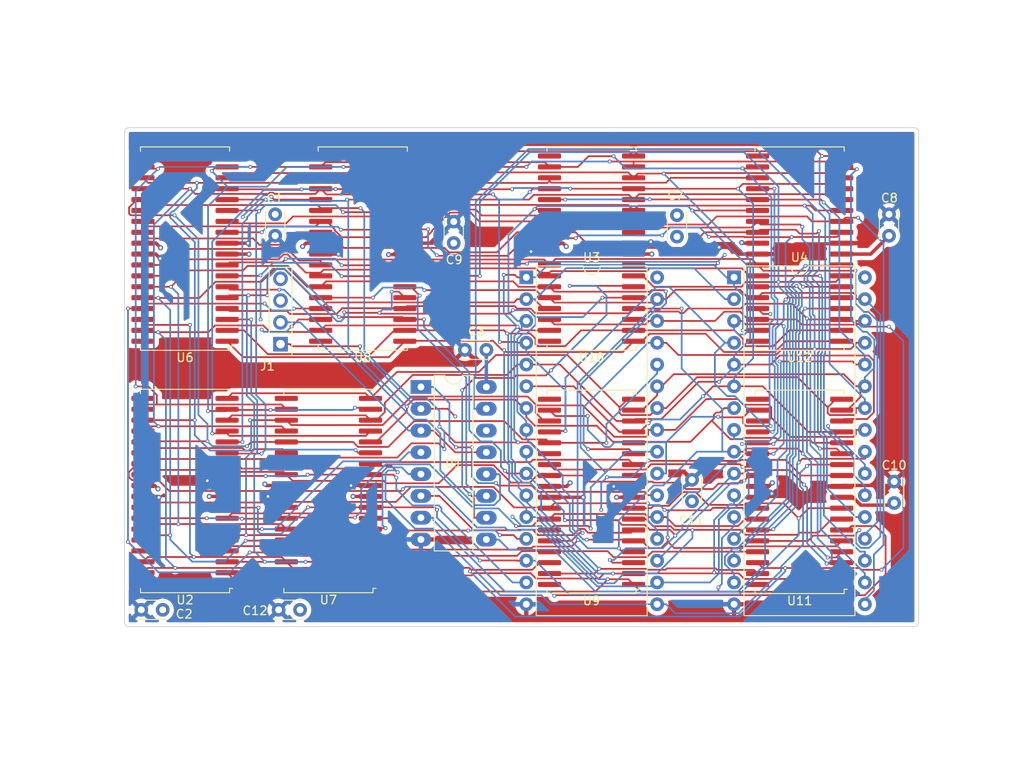
<source format=kicad_pcb>
(kicad_pcb (version 20211014) (generator pcbnew)
  (layers (0 "F.Cu" signal) (1 "In1.Cu" power) (2 "In2.Cu" power) (31 "B.Cu" signal) (34 "B.Paste" user) (35 "F.Paste" user) (36 "B.SilkS" user "B.Silkscreen") (37 "F.SilkS" user "F.Silkscreen") (38 "B.Mask" user) (39 "F.Mask" user) (44 "Edge.Cuts" user))
  (net 0 "")
  (net 1 "A20")
  (net 2 "A21")
  (net 3 "A22")
  (net 4 "A23")
  (net 5 "A19")
  (net 6 "A17")
  (net 7 "A16")
  (net 8 "A13")
  (net 9 "A8")
  (net 10 "A7")
  (net 11 "A6")
  (net 12 "A5")
  (net 13 "A4")
  (net 14 "A3")
  (net 15 "A2")
  (net 16 "A1")
  (net 17 "D0")
  (net 18 "D1")
  (net 19 "D2")
  (net 20 "GND")
  (net 21 "D3")
  (net 22 "D4")
  (net 23 "D5")
  (net 24 "D6")
  (net 25 "D7")
  (net 26 "ODDRAM0")
  (net 27 "A11")
  (net 28 "WR")
  (net 29 "A12")
  (net 30 "A10")
  (net 31 "A9")
  (net 32 "A14")
  (net 33 "A15")
  (net 34 "A18")
  (net 36 "VCC")
  (net 37 "D8")
  (net 38 "D9")
  (net 39 "D10")
  (net 40 "D11")
  (net 41 "D12")
  (net 42 "D13")
  (net 43 "D14")
  (net 44 "D15")
  (net 46 "ODDRAMSEL")
  (net 47 "RW")
  (net 48 "EVENRAMSEL")
  (net 49 "EVENRAM0")
  (net 52 "ODDRAM1")
  (net 55 "EVENRAM1")
  (net 58 "ODDRAM2")
  (net 61 "EVENRAM2")
  (net 64 "ODDRAM3")
  (net 67 "EVENRAM3")
  (footprint "Package_SO:SOJ-36_10.16x23.49mm_P1.27mm" (layer "F.Cu") (at 159.64 126.9 180)
    (fp_text reference "U11")
    (fp_text value "IS61C5128AL-10KLI")
  )
  (footprint "Package_SO:SOJ-36_10.16x23.49mm_P1.27mm" (layer "F.Cu") (at 104.75 126.8 180)
    (fp_text reference "U7")
    (fp_text value "IS61C5128AL-10KLI")
  )
  (footprint "Package_SO:SOJ-36_10.16x23.49mm_P1.27mm" (layer "F.Cu") (at 159.64 98.55 180)
    (fp_text reference "U12")
    (fp_text value "IS61C5128AL-10KLI")
  )
  (footprint "Capacitor_THT:C_Disc_D3.0mm_W2.0mm_P2.50mm" (layer "F.Cu") (at 123.15 110.35 180)
    (fp_text reference "C3")
    (fp_text value "100nF")
  )
  (footprint "Capacitor_THT:C_Disc_D3.0mm_W2.0mm_P2.50mm" (layer "F.Cu") (at 145.35 97.15 90)
    (fp_text reference "C7")
    (fp_text value "100nF")
  )
  (footprint "Capacitor_THT:C_Disc_D3.0mm_W2.0mm_P2.50mm" (layer "F.Cu") (at 170.65 128.2 90)
    (fp_text reference "C10")
    (fp_text value "100nF")
  )
  (footprint "Capacitor_THT:C_Disc_D3.0mm_W2.0mm_P2.50mm" (layer "F.Cu") (at 101.45 140.65 180)
    (fp_text reference "C12")
    (fp_text value "100nF")
  )
  (footprint "Package_SO:SOJ-36_10.16x23.49mm_P1.27mm" (layer "F.Cu") (at 88.05 98.55 180)
    (fp_text reference "U6")
    (fp_text value "IS61C5128AL-10KLI")
  )
  (footprint "Capacitor_THT:C_Disc_D3.0mm_W2.0mm_P2.50mm" (layer "F.Cu") (at 170.05 97.05 90)
    (fp_text reference "C8")
    (fp_text value "100nF")
  )
  (footprint "Package_DIP:DIP-32_W15.24mm" (layer "F.Cu") (at 152 101.9)
    (fp_text reference "U4")
    (fp_text value "AS6C4008-55PCN")
  )
  (footprint "Capacitor_THT:C_Disc_D3.0mm_W2.0mm_P2.50mm" (layer "F.Cu") (at 85.45 140.65 180)
    (fp_text reference "C2")
    (fp_text value "100nF")
  )
  (footprint "Package_SO:SOJ-36_10.16x23.49mm_P1.27mm" (layer "F.Cu") (at 135.4 126.9 180)
    (fp_text reference "U9")
    (fp_text value "IS61C5128AL-10KLI")
  )
  (footprint "Connector_PinHeader_2.54mm:PinHeader_1x04_P2.54mm_Vertical" (layer "F.Cu") (at 99.171 109.6834 180)
    (fp_text reference "J1")
    (fp_text value "Conn_01x04_Male")
  )
  (footprint "Package_SO:SOJ-36_10.16x23.49mm_P1.27mm" (layer "F.Cu") (at 135.4 98.55 180)
    (fp_text reference "U10")
    (fp_text value "IS61C5128AL-10KLI")
  )
  (footprint "Package_SO:SOJ-36_10.16x23.49mm_P1.27mm" (layer "F.Cu") (at 108.75 98.55 180)
    (fp_text reference "U8")
    (fp_text value "IS61C5128AL-10KLI")
  )
  (footprint "Capacitor_THT:C_Disc_D3.0mm_W2.0mm_P2.50mm" (layer "F.Cu") (at 147.1 128 90)
    (fp_text reference "C11")
    (fp_text value "100nF")
  )
  (footprint "Capacitor_THT:C_Disc_D3.0mm_W2.0mm_P2.50mm" (layer "F.Cu") (at 119.35 97.9 90)
    (fp_text reference "C9")
    (fp_text value "100nF")
  )
  (footprint "Package_DIP:DIP-32_W15.24mm" (layer "F.Cu") (at 127.8 101.9)
    (fp_text reference "U3")
    (fp_text value "AS6C4008-55PCN")
  )
  (footprint "Package_SO:SOJ-36_10.16x23.49mm_P1.27mm" (layer "F.Cu") (at 88.05 126.8 180)
    (fp_text reference "U2")
    (fp_text value "IS61C5128AL-10KLI")
  )
  (footprint "Capacitor_THT:C_Disc_D3.0mm_W2.0mm_P2.50mm" (layer "F.Cu") (at 98.55 94.55 -90)
    (fp_text reference "C1")
    (fp_text value "100nF")
  )
  (footprint "Package_DIP:DIP-16_W7.62mm_LongPads" (layer "F.Cu") (at 115.525 114.675)
    (fp_text reference "U1")
    (fp_text value "74LS139")
  )
  (gr_arc (start 173.5 142.061277) (mid 173.338305 142.446126) (end 172.950263 142.6) (layer "Edge.Cuts") (width 0.1))
  (gr_line (start 173.5 84.999737) (end 173.5 142.061277) (layer "Edge.Cuts") (width 0.1))
  (gr_line (start 137.55 84.45) (end 81.549737 84.45) (layer "Edge.Cuts") (width 0.1))
  (gr_arc (start 81.534849 142.6) (mid 81.15 142.438305) (end 80.996126 142.050263) (layer "Edge.Cuts") (width 0.1))
  (gr_arc (start 81 84.988723) (mid 81.161695 84.603874) (end 81.549737 84.45) (layer "Edge.Cuts") (width 0.1))
  (gr_line (start 80.996126 142.050263) (end 81 84.988723) (layer "Edge.Cuts") (width 0.1))
  (gr_arc (start 172.961277 84.45) (mid 173.346126 84.611695) (end 173.5 84.999737) (layer "Edge.Cuts") (width 0.1))
  (gr_line (start 137.55 84.45) (end 172.961277 84.45) (layer "Edge.Cuts") (width 0.1))
  (gr_line (start 172.950263 142.6) (end 81.534849 142.6) (layer "Edge.Cuts") (width 0.1))
  (segment (start 100.5184 109.9305) (end 100.2713 109.6834) (width 0.2) (layer "F.Cu") (net 1))
  (segment (start 99.171 109.6834) (end 100.2713 109.6834) (width 0.2) (layer "F.Cu") (net 1))
  (segment (start 108.4338 109.9305) (end 100.5184 109.9305) (width 0.2) (layer "F.Cu") (net 1))
  (segment (start 119.5239 118.1094) (end 118.6295 117.215) (width 0.2) (layer "F.Cu") (net 1))
  (segment (start 118.6295 117.215) (end 115.525 117.215) (width 0.2) (layer "F.Cu") (net 1))
  (via (at 108.4338 109.9305) (size 0.45) (drill 0.25) (layers "F.Cu" "B.Cu") (net 1))
  (via (at 119.5239 118.1094) (size 0.45) (drill 0.25) (layers "F.Cu" "B.Cu") (net 1))
  (segment (start 108.4338 109.9305) (end 108.4338 110.4954) (width 0.2) (layer "B.Cu") (net 1))
  (segment (start 108.4338 110.4954) (end 115.1534 117.215) (width 0.2) (layer "B.Cu") (net 1))
  (segment (start 115.525 119.755) (end 116.9753 119.755) (width 0.2) (layer "F.Cu") (net 2))
  (segment (start 119.5153 122.295) (end 116.9753 119.755) (width 0.2) (layer "F.Cu") (net 2))
  (segment (start 123.145 122.295) (end 119.5153 122.295) (width 0.2) (layer "F.Cu") (net 2))
  (segment (start 115.525 119.755) (end 114.0747 119.755) (width 0.2) (layer "B.Cu") (net 2))
  (segment (start 101.4631 107.1434) (end 99.171 107.1434) (width 0.2) (layer "B.Cu") (net 2))
  (segment (start 114.0747 119.755) (end 101.4631 107.1434) (width 0.2) (layer "B.Cu") (net 2))
  (segment (start 127.192 108.075) (end 126.7803 107.6633) (width 0.2) (layer "F.Cu") (net 5))
  (segment (start 141.9059 135.9753) (end 141.8046 135.874) (width 0.2) (layer "F.Cu") (net 5))
  (segment (start 126.7803 107.6633) (end 126.6224 107.5054) (width 0.2) (layer "F.Cu") (net 5))
  (segment (start 154.7393 108.0743) (end 153.0119 108.0743) (width 0.2) (layer "F.Cu") (net 5))
  (segment (start 97.1584 107.5057) (end 91.5461 107.5057) (width 0.2) (layer "F.Cu") (net 5))
  (segment (start 99.85 136.325) (end 99.2944 135.7694) (width 0.2) (layer "F.Cu") (net 5))
  (segment (start 91.5461 107.5057) (end 90.7641 108.2877) (width 0.2) (layer "F.Cu") (net 5))
  (segment (start 130.5 108.075) (end 127.192 108.075) (width 0.2) (layer "F.Cu") (net 5))
  (segment (start 130.5 136.425) (end 135.7366 136.425) (width 0.2) (layer "F.Cu") (net 5))
  (segment (start 127.8 101.9) (end 126.7497 101.9) (width 0.2) (layer "F.Cu") (net 5))
  (segment (start 149.8794 135.8233) (end 144.1799 135.8233) (width 0.2) (layer "F.Cu") (net 5))
  (segment (start 97.9149 108.2622) (end 97.1584 107.5057) (width 0.2) (layer "F.Cu") (net 5))
  (segment (start 90.7641 108.2877) (end 84.9169 108.2877) (width 0.2) (layer "F.Cu") (net 5))
  (segment (start 86.9006 135.7694) (end 83.7056 135.7694) (width 0.2) (layer "F.Cu") (net 5))
  (segment (start 83.15 108.075) (end 83.3627 108.2877) (width 0.2) (layer "F.Cu") (net 5))
  (segment (start 144.0279 135.9753) (end 141.9059 135.9753) (width 0.2) (layer "F.Cu") (net 5))
  (segment (start 150.0601 136.004) (end 149.8794 135.8233) (width 0.2) (layer "F.Cu") (net 5))
  (segment (start 154.319 136.004) (end 150.0601 136.004) (width 0.2) (layer "F.Cu") (net 5))
  (segment (start 154.74 136.425) (end 154.319 136.004) (width 0.2) (layer "F.Cu") (net 5))
  (segment (start 104.4196 107.5054) (end 103.85 108.075) (width 0.2) (layer "F.Cu") (net 5))
  (segment (start 126.6224 107.5054) (end 104.4196 107.5054) (width 0.2) (layer "F.Cu") (net 5))
  (segment (start 103.6628 108.2622) (end 97.9149 108.2622) (width 0.2) (layer "F.Cu") (net 5))
  (segment (start 126.7497 101.9) (end 126.4574 101.6077) (width 0.2) (layer "F.Cu") (net 5))
  (segment (start 141.8046 135.874) (end 136.2876 135.874) (width 0.2) (layer "F.Cu") (net 5))
  (segment (start 83.7056 135.7694) (end 83.15 136.325) (width 0.2) (layer "F.Cu") (net 5))
  (segment (start 135.7366 136.425) (end 136.2876 135.874) (width 0.2) (layer "F.Cu") (net 5))
  (segment (start 144.1799 135.8233) (end 144.0279 135.9753) (width 0.2) (layer "F.Cu") (net 5))
  (segment (start 126.4574 101.6077) (end 125.175 101.6077) (width 0.2) (layer "F.Cu") (net 5))
  (segment (start 99.2944 135.7694) (end 86.9006 135.7694) (width 0.2) (layer "F.Cu") (net 5))
  (segment (start 83.3627 108.2877) (end 84.9169 108.2877) (width 0.2) (layer "F.Cu") (net 5))
  (via (at 125.175 101.6077) (size 0.45) (drill 0.25) (layers "F.Cu" "B.Cu") (net 5))
  (via (at 126.7803 107.6633) (size 0.45) (drill 0.25) (layers "F.Cu" "B.Cu") (net 5))
  (via (at 153.0119 108.0743) (size 0.45) (drill 0.25) (layers "F.Cu" "B.Cu") (net 5))
  (via (at 86.9006 135.7694) (size 0.45) (drill 0.25) (layers "F.Cu" "B.Cu") (net 5))
  (via (at 136.2876 135.874) (size 0.45) (drill 0.25) (layers "F.Cu" "B.Cu") (net 5))
  (via (at 84.9169 108.2877) (size 0.45) (drill 0.25) (layers "F.Cu" "B.Cu") (net 5))
  (segment (start 129.528 127.128) (end 129.528 129.1143) (width 0.2) (layer "B.Cu") (net 5))
  (segment (start 128.25 125.85) (end 129.528 127.128) (width 0.2) (layer "B.Cu") (net 5))
  (segment (start 127.405766 125.85) (end 128.25 125.85) (width 0.2) (layer "B.Cu") (net 5))
  (segment (start 153.0504 104.0007) (end 153.0504 108.0358) (width 0.2) (layer "B.Cu") (net 5))
  (segment (start 127.8 101.9) (end 128.8503 101.9) (width 0.2) (layer "B.Cu") (net 5))
  (segment (start 126.4974 123.4713) (end 126.4974 124.9026) (width 0.2) (layer "B.Cu") (net 5))
  (segment (start 126.4974 124.941634) (end 127.405766 125.85) (width 0.2) (layer "B.Cu") (net 5))
  (segment (start 126.0489 123.0228) (end 126.4974 123.4713) (width 0.2) (layer "B.Cu") (net 5))
  (segment (start 152 102.4251) (end 152 102.9503) (width 0.2) (layer "B.Cu") (net 5))
  (segment (start 130.2905 100.4598) (end 149.6694 100.4598) (width 0.2) (layer "B.Cu") (net 5))
  (segment (start 152 102.9503) (end 153.0504 104.0007) (width 0.2) (layer "B.Cu") (net 5))
  (segment (start 136.2876 135.8739) (end 136.2876 135.874) (width 0.2) (layer "B.Cu") (net 5))
  (segment (start 126.4974 124.9026) (end 126.4974 124.9471) (width 0.2) (layer "B.Cu") (net 5))
  (segment (start 125.175 101.6077) (end 125.175 106.058) (width 0.2) (layer "B.Cu") (net 5))
  (segment (start 129.528 129.1143) (end 136.2876 135.8739) (width 0.2) (layer "B.Cu") (net 5))
  (segment (start 126.0489 108.3947) (end 126.0489 123.0228) (width 0.2) (layer "B.Cu") (net 5))
  (segment (start 149.6694 100.4598) (end 151.6347 102.4251) (width 0.2) (layer "B.Cu") (net 5))
  (segment (start 126.7803 107.6633) (end 126.0489 108.3947) (width 0.2) (layer "B.Cu") (net 5))
  (segment (start 85.822 109.1928) (end 85.822 134.6908) (width 0.2) (layer "B.Cu") (net 5))
  (segment (start 125.175 106.058) (end 126.7803 107.6633) (width 0.2) (layer "B.Cu") (net 5))
  (segment (start 84.9169 108.2877) (end 85.822 109.1928) (width 0.2) (layer "B.Cu") (net 5))
  (segment (start 85.822 134.6908) (end 86.9006 135.7694) (width 0.2) (layer "B.Cu") (net 5))
  (segment (start 128.8503 101.9) (end 130.2905 100.4598) (width 0.2) (layer "B.Cu") (net 5))
  (segment (start 153.0504 108.0358) (end 153.0119 108.0743) (width 0.2) (layer "B.Cu") (net 5))
  (segment (start 127.2757 133.8099) (end 126.7269 134.3587) (width 0.2) (layer "F.Cu") (net 6))
  (segment (start 127.8 104.44) (end 126.7497 104.44) (width 0.2) (layer "F.Cu") (net 6))
  (segment (start 128.8503 104.44) (end 128.8503 104.5713) (width 0.2) (layer "F.Cu") (net 6))
  (segment (start 130.4249 133.8099) (end 127.2757 133.8099) (width 0.2) (layer "F.Cu") (net 6))
  (segment (start 82.4585 133.785) (end 81.4031 132.7296) (width 0.2) (layer "F.Cu") (net 6))
  (segment (start 100.4237 134.3587) (end 99.85 133.785) (width 0.2) (layer "F.Cu") (net 6))
  (segment (start 81.404 105.5256) (end 83.1406 105.5256) (width 0.2) (layer "F.Cu") (net 6))
  (segment (start 141.8395 134.5128) (end 137.963 134.5128) (width 0.2) (layer "F.Cu") (net 6))
  (segment (start 83.15 105.535) (end 83.7267 104.9583) (width 0.2) (layer "F.Cu") (net 6))
  (segment (start 142.4826 133.8697) (end 141.8395 134.5128) (width 0.2) (layer "F.Cu") (net 6))
  (segment (start 137.2644 133.8142) (end 130.5708 133.8142) (width 0.2) (layer "F.Cu") (net 6))
  (segment (start 128.3252 104.44) (end 128.8503 104.44) (width 0.2) (layer "F.Cu") (net 6))
  (segment (start 154.7247 133.8697) (end 142.4826 133.8697) (width 0.2) (layer "F.Cu") (net 6))
  (segment (start 126.3691 104.8206) (end 104.5611 104.8206) (width 0.2) (layer "F.Cu") (net 6))
  (segment (start 104.5611 104.8206) (end 103.85 105.5317) (width 0.2) (layer "F.Cu") (net 6))
  (segment (start 103.85 105.5317) (end 100.727 105.5317) (width 0.2) (layer "F.Cu") (net 6))
  (segment (start 128.8503 104.5713) (end 129.814 105.535) (width 0.2) (layer "F.Cu") (net 6))
  (segment (start 156.2311 106.17) (end 155.375 106.17) (width 0.2) (layer "F.Cu") (net 6))
  (segment (start 83.7267 104.9583) (end 97.327 104.9583) (width 0.2) (layer "F.Cu") (net 6))
  (segment (start 126.7497 104.44) (end 126.3691 104.8206) (width 0.2) (layer "F.Cu") (net 6))
  (segment (start 126.7269 134.3587) (end 100.4237 134.3587) (width 0.2) (layer "F.Cu") (net 6))
  (segment (start 137.963 134.5128) (end 137.2644 133.8142) (width 0.2) (layer "F.Cu") (net 6))
  (segment (start 95.5792 133.9612) (end 99.6738 133.9612) (width 0.2) (layer "F.Cu") (net 6))
  (segment (start 155.375 106.17) (end 154.74 105.535) (width 0.2) (layer "F.Cu") (net 6))
  (via (at 97.327 104.9583) (size 0.45) (drill 0.25) (layers "F.Cu" "B.Cu") (net 6))
  (via (at 81.404 105.5256) (size 0.45) (drill 0.25) (layers "F.Cu" "B.Cu") (net 6))
  (via (at 95.5792 133.9612) (size 0.45) (drill 0.25) (layers "F.Cu" "B.Cu") (net 6))
  (via (at 81.4031 132.7296) (size 0.45) (drill 0.25) (layers "F.Cu" "B.Cu") (net 6))
  (via (at 156.2311 106.17) (size 0.45) (drill 0.25) (layers "F.Cu" "B.Cu") (net 6))
  (via (at 100.727 105.5317) (size 0.45) (drill 0.25) (layers "F.Cu" "B.Cu") (net 6))
  (segment (start 81.404 132.7287) (end 81.4031 132.7296) (width 0.2) (layer "B.Cu") (net 6))
  (segment (start 132.4574 100.8329) (end 147.3426 100.8329) (width 0.2) (layer "B.Cu") (net 6))
  (segment (start 152 104.44) (end 150.9497 104.44) (width 0.2) (layer "B.Cu") (net 6))
  (segment (start 81.404 105.5256) (end 81.404 132.7287) (width 0.2) (layer "B.Cu") (net 6))
  (segment (start 147.3426 100.8329) (end 150.9497 104.44) (width 0.2) (layer "B.Cu") (net 6))
  (segment (start 100.5093 105.7494) (end 100.727 105.5317) (width 0.2) (layer "B.Cu") (net 6))
  (segment (start 81.404 132.7287) (end 84.9569 136.2816) (width 0.2) (layer "B.Cu") (net 6))
  (segment (start 127.8 104.44) (end 128.8503 104.44) (width 0.2) (layer "B.Cu") (net 6))
  (segment (start 84.9569 136.2816) (end 93.2588 136.2816) (width 0.2) (layer "B.Cu") (net 6))
  (segment (start 98.1181 105.7494) (end 100.5093 105.7494) (width 0.2) (layer "B.Cu") (net 6))
  (segment (start 93.2588 136.2816) (end 95.5792 133.9612) (width 0.2) (layer "B.Cu") (net 6))
  (segment (start 128.8503 104.44) (end 132.4574 100.8329) (width 0.2) (layer "B.Cu") (net 6))
  (segment (start 97.327 104.9583) (end 98.1181 105.7494) (width 0.2) (layer "B.Cu") (net 6))
  (segment (start 129.7822 104.265) (end 128.9029 103.3857) (width 0.2) (layer "F.Cu") (net 7))
  (segment (start 142.8277 104.8394) (end 131.0744 104.8394) (width 0.2) (layer "F.Cu") (net 7))
  (segment (start 98.4304 100.9454) (end 99.6416 100.9454) (width 0.2) (layer "F.Cu") (net 7))
  (segment (start 99.6416 100.9454) (end 102.9612 104.265) (width 0.2) (layer "F.Cu") (net 7))
  (segment (start 160.595 132.6265) (end 161.2172 132.0043) (width 0.2) (layer "F.Cu") (net 7))
  (segment (start 89.7136 104.2997) (end 91.6012 102.4121) (width 0.2) (layer "F.Cu") (net 7))
  (segment (start 166.1897 103.9977) (end 165.9061 103.7141) (width 0.2) (layer "F.Cu") (net 7))
  (segment (start 144.0903 104.44) (end 145.1849 103.3454) (width 0.2) (layer "F.Cu") (net 7))
  (segment (start 83.15 132.515) (end 83.7028 131.9622) (width 0.2) (layer "F.Cu") (net 7))
  (segment (start 131.0744 104.8394) (end 130.5 104.265) (width 0.2) (layer "F.Cu") (net 7))
  (segment (start 84.9057 104.2997) (end 89.7136 104.2997) (width 0.2) (layer "F.Cu") (net 7))
  (segment (start 96.9637 102.4121) (end 98.4304 100.9454) (width 0.2) (layer "F.Cu") (net 7))
  (segment (start 165.9061 103.7141) (end 155.2909 103.7141) (width 0.2) (layer "F.Cu") (net 7))
  (segment (start 167.24 104.44) (end 166.1897 104.44) (width 0.2) (layer "F.Cu") (net 7))
  (segment (start 143.2271 104.44) (end 144.0903 104.44) (width 0.2) (layer "F.Cu") (net 7))
  (segment (start 95.1128 132.5882) (end 99.7768 132.5882) (width 0.2) (layer "F.Cu") (net 7))
  (segment (start 161.2172 132.0043) (end 165.959165 132.0043) (width 0.2) (layer "F.Cu") (net 7))
  (segment (start 91.6012 102.4121) (end 96.9637 102.4121) (width 0.2) (layer "F.Cu") (net 7))
  (segment (start 166.1897 104.44) (end 166.1897 103.9977) (width 0.2) (layer "F.Cu") (net 7))
  (segment (start 83.7028 131.9622) (end 86.3247 131.9622) (width 0.2) (layer "F.Cu") (net 7))
  (segment (start 155.2909 103.7141) (end 154.74 104.265) (width 0.2) (layer "F.Cu") (net 7))
  (segment (start 154.7515 132.6265) (end 160.595 132.6265) (width 0.2) (layer "F.Cu") (net 7))
  (segment (start 109.9361 104.265) (end 103.85 104.265) (width 0.2) (layer "F.Cu") (net 7))
  (segment (start 83.1847 104.2997) (end 84.9057 104.2997) (width 0.2) (layer "F.Cu") (net 7))
  (segment (start 165.959165 132.0043) (end 166.599454 131.364011) (width 0.2) (layer "F.Cu") (net 7))
  (segment (start 133.9783 131.6961) (end 133.0594 132.615) (width 0.2) (layer "F.Cu") (net 7))
  (segment (start 134.3512 131.6961) (end 133.9783 131.6961) (width 0.2) (layer "F.Cu") (net 7))
  (segment (start 145.1849 103.3454) (end 152.7028 103.3454) (width 0.2) (layer "F.Cu") (net 7))
  (segment (start 133.0594 132.615) (end 130.5 132.615) (width 0.2) (layer "F.Cu") (net 7))
  (segment (start 152.7028 103.3454) (end 153.6224 104.265) (width 0.2) (layer "F.Cu") (net 7))
  (segment (start 128.9029 103.3857) (end 115.9343 103.3857) (width 0.2) (layer "F.Cu") (net 7))
  (via (at 86.3247 131.9622) (size 0.45) (drill 0.25) (layers "F.Cu" "B.Cu") (net 7))
  (via (at 166.599454 131.364011) (size 0.45) (drill 0.25) (layers "F.Cu" "B.Cu") (net 7))
  (via (at 84.9057 104.2997) (size 0.45) (drill 0.25) (layers "F.Cu" "B.Cu") (net 7))
  (via (at 115.9343 103.3857) (size 0.45) (drill 0.25) (layers "F.Cu" "B.Cu") (net 7))
  (via (at 95.1128 132.5882) (size 0.45) (drill 0.25) (layers "F.Cu" "B.Cu") (net 7))
  (via (at 134.3512 131.6961) (size 0.45) (drill 0.25) (layers "F.Cu" "B.Cu") (net 7))
  (via (at 109.9361 104.265) (size 0.45) (drill 0.25) (layers "F.Cu" "B.Cu") (net 7))
  (segment (start 84.9057 104.2997) (end 86.3247 105.7187) (width 0.2) (layer "B.Cu") (net 7))
  (segment (start 169.0437 132.1121) (end 167.7254 133.4304) (width 0.2) (layer "B.Cu") (net 7))
  (segment (start 86.3247 131.9622) (end 86.3247 132.4738) (width 0.2) (layer "B.Cu") (net 7))
  (segment (start 88.8855 135.0346) (end 92.6664 135.0346) (width 0.2) (layer "B.Cu") (net 7))
  (segment (start 166.1896 131.773865) (end 166.599454 131.364011) (width 0.2) (layer "B.Cu") (net 7))
  (segment (start 111.1126 103.0885) (end 115.6371 103.0885) (width 0.2) (layer "B.Cu") (net 7))
  (segment (start 167.7254 133.4304) (end 166.7624 133.4304) (width 0.2) (layer "B.Cu") (net 7))
  (segment (start 166.1896 132.8576) (end 166.1896 131.773865) (width 0.2) (layer "B.Cu") (net 7))
  (segment (start 109.9361 104.265) (end 111.1126 103.0885) (width 0.2) (layer "B.Cu") (net 7))
  (segment (start 115.6371 103.0885) (end 115.9343 103.3857) (width 0.2) (layer "B.Cu") (net 7))
  (segment (start 167.24 104.44) (end 169.0437 106.2437) (width 0.2) (layer "B.Cu") (net 7))
  (segment (start 166.7624 133.4304) (end 166.1896 132.8576) (width 0.2) (layer "B.Cu") (net 7))
  (segment (start 86.3247 132.4738) (end 88.8855 135.0346) (width 0.2) (layer "B.Cu") (net 7))
  (segment (start 92.6664 135.0346) (end 95.1128 132.5882) (width 0.2) (layer "B.Cu") (net 7))
  (segment (start 143.04 104.9651) (end 133.7733 114.2318) (width 0.2) (layer "B.Cu") (net 7))
  (segment (start 133.7733 131.1182) (end 134.3512 131.6961) (width 0.2) (layer "B.Cu") (net 7))
  (segment (start 169.0437 106.2437) (end 169.0437 132.1121) (width 0.2) (layer "B.Cu") (net 7))
  (segment (start 133.7733 114.2318) (end 133.7733 131.1182) (width 0.2) (layer "B.Cu") (net 7))
  (segment (start 86.3247 105.7187) (end 86.3247 131.9622) (width 0.2) (layer "B.Cu") (net 7))
  (segment (start 98.305 92.0281) (end 97.9113 92.0281) (width 0.2) (layer "F.Cu") (net 8))
  (segment (start 156.4735 119.915) (end 154.74 119.915) (width 0.2) (layer "F.Cu") (net 8))
  (segment (start 103.85 91.565) (end 103.2432 92.1718) (width 0.2) (layer "F.Cu") (net 8))
  (segment (start 154.74 91.565) (end 156.6926 91.565) (width 0.2) (layer "F.Cu") (net 8))
  (segment (start 89.2285 92.1718) (end 88.6217 91.565) (width 0.2) (layer "F.Cu") (net 8))
  (segment (start 84.9629 119.2593) (end 83.7057 119.2593) (width 0.2) (layer "F.Cu") (net 8))
  (segment (start 128.5926 91.565) (end 130.5 91.565) (width 0.2) (layer "F.Cu") (net 8))
  (segment (start 98.4487 92.1718) (end 98.305 92.0281) (width 0.2) (layer "F.Cu") (net 8))
  (segment (start 103.2432 92.1718) (end 98.4487 92.1718) (width 0.2) (layer "F.Cu") (net 8))
  (segment (start 83.7057 119.2593) (end 83.15 119.815) (width 0.2) (layer "F.Cu") (net 8))
  (segment (start 132.3612 119.8055) (end 130.6095 119.8055) (width 0.2) (layer "F.Cu") (net 8))
  (segment (start 126.7497 109.52) (end 126.6627 109.433) (width 0.2) (layer "F.Cu") (net 8))
  (segment (start 128.1994 91.9582) (end 128.5926 91.565) (width 0.2) (layer "F.Cu") (net 8))
  (segment (start 127.8 109.52) (end 126.7497 109.52) (width 0.2) (layer "F.Cu") (net 8))
  (segment (start 99.85 119.815) (end 99.2943 119.2593) (width 0.2) (layer "F.Cu") (net 8))
  (segment (start 97.9113 92.0281) (end 97.7676 92.1718) (width 0.2) (layer "F.Cu") (net 8))
  (segment (start 88.6217 91.565) (end 83.15 91.565) (width 0.2) (layer "F.Cu") (net 8))
  (segment (start 99.2943 119.2593) (end 84.9629 119.2593) (width 0.2) (layer "F.Cu") (net 8))
  (segment (start 126.6627 109.433) (end 124.7238 109.433) (width 0.2) (layer "F.Cu") (net 8))
  (segment (start 97.7676 92.1718) (end 89.2285 92.1718) (width 0.2) (layer "F.Cu") (net 8))
  (segment (start 123.9385 92.2337) (end 104.5187 92.2337) (width 0.2) (layer "F.Cu") (net 8))
  (segment (start 104.5187 92.2337) (end 103.85 91.565) (width 0.2) (layer "F.Cu") (net 8))
  (via (at 156.4735 119.915) (size 0.45) (drill 0.25) (layers "F.Cu" "B.Cu") (net 8))
  (via (at 123.9385 92.2337) (size 0.45) (drill 0.25) (layers "F.Cu" "B.Cu") (net 8))
  (via (at 132.3612 119.8055) (size 0.45) (drill 0.25) (layers "F.Cu" "B.Cu") (net 8))
  (via (at 84.9629 119.2593) (size 0.45) (drill 0.25) (layers "F.Cu" "B.Cu") (net 8))
  (via (at 88.6217 91.565) (size 0.45) (drill 0.25) (layers "F.Cu" "B.Cu") (net 8))
  (via (at 156.6926 91.565) (size 0.45) (drill 0.25) (layers "F.Cu" "B.Cu") (net 8))
  (via (at 124.7238 109.433) (size 0.45) (drill 0.25) (layers "F.Cu" "B.Cu") (net 8))
  (via (at 128.1994 91.9582) (size 0.45) (drill 0.25) (layers "F.Cu" "B.Cu") (net 8))
  (segment (start 142.9222 103.0371) (end 132.3613 113.598) (width 0.2) (layer "B.Cu") (net 8))
  (segment (start 124.6318 109.341) (end 124.6318 92.835) (width 0.2) (layer "B.Cu") (net 8))
  (segment (start 84.4231 118.7195) (end 84.9629 119.2593) (width 0.2) (layer "B.Cu") (net 8))
  (segment (start 156.7357 119.6528) (end 156.4735 119.915) (width 0.2) (layer "B.Cu") (net 8))
  (segment (start 152.0963 115.7394) (end 156.2719 119.915) (width 0.2) (layer "B.Cu") (net 8))
  (segment (start 132.3613 113.598) (end 132.3613 119.8055) (width 0.2) (layer "B.Cu") (net 8))
  (segment (start 150.9497 109.52) (end 149.763 110.7067) (width 0.2) (layer "B.Cu") (net 8))
  (segment (start 150.9497 109.52) (end 144.4668 103.0371) (width 0.2) (layer "B.Cu") (net 8))
  (segment (start 128.1994 91.9582) (end 127.3226 92.835) (width 0.2) (layer "B.Cu") (net 8))
  (segment (start 84.4231 95.7636) (end 84.4231 118.7195) (width 0.2) (layer "B.Cu") (net 8))
  (segment (start 127.8 109.52) (end 127.8 110.5703) (width 0.2) (layer "B.Cu") (net 8))
  (segment (start 156.4856 107.7434) (end 156.4856 112.0451) (width 0.2) (layer "B.Cu") (net 8))
  (segment (start 88.6217 91.565) (end 84.4231 95.7636) (width 0.2) (layer "B.Cu") (net 8))
  (segment (start 157.0603 107.1687) (end 156.4856 107.7434) (width 0.2) (layer "B.Cu") (net 8))
  (segment (start 132.3612 115.1315) (end 127.8 110.5703) (width 0.2) (layer "B.Cu") (net 8))
  (segment (start 151.1877 115.7394) (end 152.0963 115.7394) (width 0.2) (layer "B.Cu") (net 8))
  (segment (start 127.3226 92.835) (end 124.6318 92.835) (width 0.2) (layer "B.Cu") (net 8))
  (segment (start 157.0603 104.453) (end 157.0603 107.1687) (width 0.2) (layer "B.Cu") (net 8))
  (segment (start 149.763 114.3147) (end 151.1877 115.7394) (width 0.2) (layer "B.Cu") (net 8))
  (segment (start 156.7357 112.2952) (end 156.7357 119.6528) (width 0.2) (layer "B.Cu") (net 8))
  (segment (start 156.4856 112.0451) (end 156.7357 112.2952) (width 0.2) (layer "B.Cu") (net 8))
  (segment (start 132.3612 119.8055) (end 132.3612 115.1315) (width 0.2) (layer "B.Cu") (net 8))
  (segment (start 156.7024 104.0951) (end 157.0603 104.453) (width 0.2) (layer "B.Cu") (net 8))
  (segment (start 124.7238 109.433) (end 124.6318 109.341) (width 0.2) (layer "B.Cu") (net 8))
  (segment (start 156.7024 91.5748) (end 156.7024 104.0951) (width 0.2) (layer "B.Cu") (net 8))
  (segment (start 156.2719 119.915) (end 156.4735 119.915) (width 0.2) (layer "B.Cu") (net 8))
  (segment (start 152 109.52) (end 150.9497 109.52) (width 0.2) (layer "B.Cu") (net 8))
  (segment (start 144.4668 103.0371) (end 142.9222 103.0371) (width 0.2) (layer "B.Cu") (net 8))
  (segment (start 156.6926 91.565) (end 156.7024 91.5748) (width 0.2) (layer "B.Cu") (net 8))
  (segment (start 132.3613 119.8055) (end 132.3612 119.8055) (width 0.2) (layer "B.Cu") (net 8))
  (segment (start 124.5398 92.835) (end 123.9385 92.2337) (width 0.2) (layer "B.Cu") (net 8))
  (segment (start 124.6318 92.835) (end 124.5398 92.835) (width 0.2) (layer "B.Cu") (net 8))
  (segment (start 149.763 110.7067) (end 149.763 114.3147) (width 0.2) (layer "B.Cu") (net 8))
  (segment (start 113.0944 89.7394) (end 93.5056 89.7394) (width 0.2) (layer "F.Cu") (net 9))
  (segment (start 109.0887 117.9837) (end 93.5113 117.9837) (width 0.2) (layer "F.Cu") (net 9))
  (segment (start 111.3189 117.6063) (end 110.3802 118.545) (width 0.2) (layer "F.Cu") (net 9))
  (segment (start 143.5462 118.41) (end 147.887 114.0692) (width 0.2) (layer "F.Cu") (net 9))
  (segment (start 111.3189 116.5271) (end 111.3189 117.6063) (width 0.2) (layer "F.Cu") (net 9))
  (segment (start 138.3114 118.645) (end 131.7264 112.06) (width 0.2) (layer "F.Cu") (net 9))
  (segment (start 139.6717 89.6667) (end 140.3 90.295) (width 0.2) (layer "F.Cu") (net 9))
  (segment (start 93.5113 117.9837) (end 92.95 118.545) (width 0.2) (layer "F.Cu") (net 9))
  (segment (start 140.7923 89.8027) (end 143.8042 89.8027) (width 0.2) (layer "F.Cu") (net 9))
  (segment (start 127.8 112.06) (end 126.7497 112.06) (width 0.2) (layer "F.Cu") (net 9))
  (segment (start 113.65 90.295) (end 113.0944 89.7394) (width 0.2) (layer "F.Cu") (net 9))
  (segment (start 152 112.06) (end 156.2824 112.06) (width 0.2) (layer "F.Cu") (net 9))
  (segment (start 167.6751 111.0097) (end 157.3327 111.0097) (width 0.2) (layer "F.Cu") (net 9))
  (segment (start 168.2904 117.6304) (end 168.2904 111.625) (width 0.2) (layer "F.Cu") (net 9))
  (segment (start 140.3 118.645) (end 138.3114 118.645) (width 0.2) (layer "F.Cu") (net 9))
  (segment (start 167.5108 118.41) (end 168.2904 117.6304) (width 0.2) (layer "F.Cu") (net 9))
  (segment (start 114.5716 113.2744) (end 111.3189 116.5271) (width 0.2) (layer "F.Cu") (net 9))
  (segment (start 140.3 90.295) (end 140.7923 89.8027) (width 0.2) (layer "F.Cu") (net 9))
  (segment (start 157.3327 111.0097) (end 156.2824 112.06) (width 0.2) (layer "F.Cu") (net 9))
  (segment (start 168.2904 111.625) (end 167.6751 111.0097) (width 0.2) (layer "F.Cu") (net 9))
  (segment (start 163.989 89.744) (end 164.54 90.295) (width 0.2) (layer "F.Cu") (net 9))
  (segment (start 164.54 118.645) (end 164.775 118.41) (width 0.2) (layer "F.Cu") (net 9))
  (segment (start 109.65 118.545) (end 109.0887 117.9837) (width 0.2) (layer "F.Cu") (net 9))
  (segment (start 93.5056 89.7394) (end 92.95 90.295) (width 0.2) (layer "F.Cu") (net 9))
  (segment (start 125.5353 113.2744) (end 114.5716 113.2744) (width 0.2) (layer "F.Cu") (net 9))
  (segment (start 140.3 118.645) (end 140.535 118.41) (width 0.2) (layer "F.Cu") (net 9))
  (segment (start 126.7497 112.06) (end 125.5353 113.2744) (width 0.2) (layer "F.Cu") (net 9))
  (segment (start 140.535 118.41) (end 143.5462 118.41) (width 0.2) (layer "F.Cu") (net 9))
  (segment (start 143.8042 89.8027) (end 143.8629 89.744) (width 0.2) (layer "F.Cu") (net 9))
  (segment (start 114.2783 89.6667) (end 139.6717 89.6667) (width 0.2) (layer "F.Cu") (net 9))
  (segment (start 147.887 114.0692) (end 150.2612 114.0692) (width 0.2) (layer "F.Cu") (net 9))
  (segment (start 131.7264 112.06) (end 127.8 112.06) (width 0.2) (layer "F.Cu") (net 9))
  (segment (start 143.8629 89.744) (end 163.989 89.744) (width 0.2) (layer "F.Cu") (net 9))
  (segment (start 164.775 118.41) (end 167.5108 118.41) (width 0.2) (layer "F.Cu") (net 9))
  (segment (start 113.65 90.295) (end 114.2783 89.6667) (width 0.2) (layer "F.Cu") (net 9))
  (via (at 150.2612 114.0692) (size 0.45) (drill 0.25) (layers "F.Cu" "B.Cu") (net 9))
  (via (at 143.8042 89.8027) (size 0.45) (drill 0.25) (layers "F.Cu" "B.Cu") (net 9))
  (segment (start 150.2612 114.0692) (end 152 112.3304) (width 0.2) (layer "B.Cu") (net 9))
  (segment (start 153.8775 109.1322) (end 153.8775 99.876) (width 0.2) (layer "B.Cu") (net 9))
  (segment (start 152 111.0097) (end 153.8775 109.1322) (width 0.2) (layer "B.Cu") (net 9))
  (segment (start 152 112.06) (end 152 111.0097) (width 0.2) (layer "B.Cu") (net 9))
  (segment (start 153.8775 99.876) (end 143.8042 89.8027) (width 0.2) (layer "B.Cu") (net 9))
  (segment (start 149.5661 114.6) (end 148.4029 115.7632) (width 0.2) (layer "F.Cu") (net 10))
  (segment (start 105.5912 91.6074) (end 113.6076 91.6074) (width 0.2) (layer "F.Cu") (net 10))
  (segment (start 152.4596 91.565) (end 140.3 91.565) (width 0.2) (layer "F.Cu") (net 10))
  (segment (start 142.0411 118.8985) (end 141.0246 119.915) (width 0.2) (layer "F.Cu") (net 10))
  (segment (start 109.65 119.815) (end 109.0944 120.3706) (width 0.2) (layer "F.Cu") (net 10))
  (segment (start 152.4596 91.565) (end 153.0152 91.0094) (width 0.2) (layer "F.Cu") (net 10))
  (segment (start 126.1458 91.6325) (end 113.7175 91.6325) (width 0.2) (layer "F.Cu") (net 10))
  (segment (start 93.0194 91.6344) (end 101.6306 91.6344) (width 0.2) (layer "F.Cu") (net 10))
  (segment (start 140.3 91.565) (end 132.9285 91.565) (width 0.2) (layer "F.Cu") (net 10))
  (segment (start 152 114.6) (end 149.5661 114.6) (width 0.2) (layer "F.Cu") (net 10))
  (segment (start 160.6559 119.915) (end 155.3409 114.6) (width 0.2) (layer "F.Cu") (net 10))
  (segment (start 127.8 114.6) (end 133.3215 114.6) (width 0.2) (layer "F.Cu") (net 10))
  (segment (start 164.54 119.915) (end 160.6559 119.915) (width 0.2) (layer "F.Cu") (net 10))
  (segment (start 155.3409 114.6) (end 152 114.6) (width 0.2) (layer "F.Cu") (net 10))
  (segment (start 92.95 119.815) (end 92.95 120.0928) (width 0.2) (layer "F.Cu") (net 10))
  (segment (start 138.6365 119.915) (end 140.3 119.915) (width 0.2) (layer "F.Cu") (net 10))
  (segment (start 153.0152 91.0094) (end 163.9844 91.0094) (width 0.2) (layer "F.Cu") (net 10))
  (segment (start 133.3215 114.6) (end 138.6365 119.915) (width 0.2) (layer "F.Cu") (net 10))
  (segment (start 163.9844 91.0094) (end 164.54 91.565) (width 0.2) (layer "F.Cu") (net 10))
  (segment (start 109.0944 120.3706) (end 93.2278 120.3706) (width 0.2) (layer "F.Cu") (net 10))
  (segment (start 92.95 120.0928) (end 91.2196 120.0928) (width 0.2) (layer "F.Cu") (net 10))
  (segment (start 93.2278 120.3706) (end 92.95 120.0928) (width 0.2) (layer "F.Cu") (net 10))
  (via (at 142.0411 118.8985) (size 0.45) (drill 0.25) (layers "F.Cu" "B.Cu") (net 10))
  (via (at 91.2196 120.0928) (size 0.45) (drill 0.25) (layers "F.Cu" "B.Cu") (net 10))
  (via (at 132.9285 91.565) (size 0.45) (drill 0.25) (layers "F.Cu" "B.Cu") (net 10))
  (via (at 148.4029 115.7632) (size 0.45) (drill 0.25) (layers "F.Cu" "B.Cu") (net 10))
  (via (at 126.1458 91.6325) (size 0.45) (drill 0.25) (layers "F.Cu" "B.Cu") (net 10))
  (via (at 105.5912 91.6074) (size 0.45) (drill 0.25) (layers "F.Cu" "B.Cu") (net 10))
  (via (at 152.4596 91.565) (size 0.45) (drill 0.25) (layers "F.Cu" "B.Cu") (net 10))
  (via (at 101.6306 91.6344) (size 0.45) (drill 0.25) (layers "F.Cu" "B.Cu") (net 10))
  (segment (start 152 113.5497) (end 154.2278 111.3219) (width 0.2) (layer "B.Cu") (net 10))
  (segment (start 91.2196 97.7238) (end 91.2196 120.0928) (width 0.2) (layer "B.Cu") (net 10))
  (segment (start 142.4703 118.4693) (end 145.6968 118.4693) (width 0.2) (layer "B.Cu") (net 10))
  (segment (start 154.2278 111.3219) (end 154.2278 93.3332) (width 0.2) (layer "B.Cu") (net 10))
  (segment (start 101.6306 91.6344) (end 101.5472 91.7178) (width 0.2) (layer "B.Cu") (net 10))
  (segment (start 145.6968 118.4693) (end 148.4029 115.7632) (width 0.2) (layer "B.Cu") (net 10))
  (segment (start 97.2256 91.7178) (end 91.2196 97.7238) (width 0.2) (layer "B.Cu") (net 10))
  (segment (start 132.8464 91.4829) (end 126.2954 91.4829) (width 0.2) (layer "B.Cu") (net 10))
  (segment (start 101.5472 91.7178) (end 97.2256 91.7178) (width 0.2) (layer "B.Cu") (net 10))
  (segment (start 152 114.6) (end 152 113.5497) (width 0.2) (layer "B.Cu") (net 10))
  (segment (start 132.9285 91.565) (end 132.8464 91.4829) (width 0.2) (layer "B.Cu") (net 10))
  (segment (start 101.6576 91.6074) (end 101.6306 91.6344) (width 0.2) (layer "B.Cu") (net 10))
  (segment (start 142.0411 118.8985) (end 142.4703 118.4693) (width 0.2) (layer "B.Cu") (net 10))
  (segment (start 126.2954 91.4829) (end 126.1458 91.6325) (width 0.2) (layer "B.Cu") (net 10))
  (segment (start 154.2278 93.3332) (end 152.4596 91.565) (width 0.2) (layer "B.Cu") (net 10))
  (segment (start 105.5912 91.6074) (end 101.6576 91.6074) (width 0.2) (layer "B.Cu") (net 10))
  (segment (start 149.9212 117.6487) (end 149.6427 117.9272) (width 0.2) (layer "F.Cu") (net 11))
  (segment (start 127.8 117.4588) (end 126.4955 116.1543) (width 0.2) (layer "F.Cu") (net 11))
  (segment (start 149.6427 117.9272) (end 149.6427 118.3584) (width 0.2) (layer "F.Cu") (net 11))
  (segment (start 164.54 92.835) (end 163.9109 92.2059) (width 0.2) (layer "F.Cu") (net 11))
  (segment (start 128.8066 119.1969) (end 136.0134 119.1969) (width 0.2) (layer "F.Cu") (net 11))
  (segment (start 137.884 121.0675) (end 140.3 121.0675) (width 0.2) (layer "F.Cu") (net 11))
  (segment (start 126.4955 116.1543) (end 114.6148 116.1543) (width 0.2) (layer "F.Cu") (net 11))
  (segment (start 92.95 92.835) (end 97.4435 92.835) (width 0.2) (layer "F.Cu") (net 11))
  (segment (start 114.6148 116.1543) (end 113.8867 116.8824) (width 0.2) (layer "F.Cu") (net 11))
  (segment (start 150.3524 117.6487) (end 149.9212 117.6487) (width 0.2) (layer "F.Cu") (net 11))
  (segment (start 152.9712 120.7634) (end 151.5724 120.7634) (width 0.2) (layer "F.Cu") (net 11))
  (segment (start 128.6748 92.284) (end 139.749 92.284) (width 0.2) (layer "F.Cu") (net 11))
  (segment (start 150.8611 117.14) (end 150.3524 117.6487) (width 0.2) (layer "F.Cu") (net 11))
  (segment (start 161.1788 121.185) (end 160.9003 120.9065) (width 0.2) (layer "F.Cu") (net 11))
  (segment (start 128.1238 92.835) (end 128.6748 92.284) (width 0.2) (layer "F.Cu") (net 11))
  (segment (start 156.8389 120.6072) (end 153.1274 120.6072) (width 0.2) (layer "F.Cu") (net 11))
  (segment (start 127.8 117.4588) (end 127.8 118.1903) (width 0.2) (layer "F.Cu") (net 11))
  (segment (start 113.8867 116.8824) (end 113.8867 116.9707) (width 0.2) (layer "F.Cu") (net 11))
  (segment (start 136.0134 119.1969) (end 137.884 121.0675) (width 0.2) (layer "F.Cu") (net 11))
  (segment (start 113.8867 117.514) (end 110.3157 121.085) (width 0.2) (layer "F.Cu") (net 11))
  (segment (start 113.8867 116.9707) (end 113.8867 117.514) (width 0.2) (layer "F.Cu") (net 11))
  (segment (start 106.9126 92.835) (end 113.65 92.835) (width 0.2) (layer "F.Cu") (net 11))
  (segment (start 152 117.14) (end 150.8611 117.14) (width 0.2) (layer "F.Cu") (net 11))
  (segment (start 146.9336 121.0675) (end 140.3 121.0675) (width 0.2) (layer "F.Cu") (net 11))
  (segment (start 92.95 121.085) (end 94.7304 121.085) (width 0.2) (layer "F.Cu") (net 11))
  (segment (start 163.9109 92.2059) (end 140.9291 92.2059) (width 0.2) (layer "F.Cu") (net 11))
  (segment (start 151.5724 120.7634) (end 149.4051 118.596) (width 0.2) (layer "F.Cu") (net 11))
  (segment (start 113.65 92.835) (end 128.1238 92.835) (width 0.2) (layer "F.Cu") (net 11))
  (segment (start 127.8 118.1903) (end 128.8066 119.1969) (width 0.2) (layer "F.Cu") (net 11))
  (segment (start 160.9003 120.9065) (end 157.1382 120.9065) (width 0.2) (layer "F.Cu") (net 11))
  (segment (start 164.54 121.185) (end 161.1788 121.185) (width 0.2) (layer "F.Cu") (net 11))
  (segment (start 139.749 92.284) (end 140.3 92.835) (width 0.2) (layer "F.Cu") (net 11))
  (segment (start 153.1274 120.6072) (end 152.9712 120.7634) (width 0.2) (layer "F.Cu") (net 11))
  (segment (start 157.1382 120.9065) (end 156.8389 120.6072) (width 0.2) (layer "F.Cu") (net 11))
  (segment (start 140.9291 92.2059) (end 140.3 92.835) (width 0.2) (layer "F.Cu") (net 11))
  (segment (start 149.6427 118.3584) (end 149.4051 118.596) (width 0.2) (layer "F.Cu") (net 11))
  (segment (start 149.4051 118.596) (end 146.9336 121.0675) (width 0.2) (layer "F.Cu") (net 11))
  (via (at 94.7304 121.085) (size 0.45) (drill 0.25) (layers "F.Cu" "B.Cu") (net 11))
  (via (at 113.8867 116.9707) (size 0.45) (drill 0.25) (layers "F.Cu" "B.Cu") (net 11))
  (via (at 106.9126 92.835) (size 0.45) (drill 0.25) (layers "F.Cu" "B.Cu") (net 11))
  (via (at 97.4435 92.835) (size 0.45) (drill 0.25) (layers "F.Cu" "B.Cu") (net 11))
  (segment (start 94.7304 95.6484) (end 95.2837 95.0951) (width 0.2) (layer "B.Cu") (net 11))
  (segment (start 107.0674 110.1514) (end 107.0674 92.9898) (width 0.2) (layer "B.Cu") (net 11))
  (segment (start 95.2837 95.0951) (end 95.2837 94.8574) (width 0.2) (layer "B.Cu") (net 11))
  (segment (start 107.0674 92.9898) (end 106.9126 92.835) (width 0.2) (layer "B.Cu") (net 11))
  (segment (start 113.8867 116.9707) (end 107.0674 110.1514) (width 0.2) (layer "B.Cu") (net 11))
  (segment (start 97.5872 92.9787) (end 106.7689 92.9787) (width 0.2) (layer "B.Cu") (net 11))
  (segment (start 97.3061 92.835) (end 97.4435 92.835) (width 0.2) (layer "B.Cu") (net 11))
  (segment (start 106.7689 92.9787) (end 106.9126 92.835) (width 0.2) (layer "B.Cu") (net 11))
  (segment (start 94.7304 121.085) (end 94.7304 95.6484) (width 0.2) (layer "B.Cu") (net 11))
  (segment (start 95.2837 94.8574) (end 97.3061 92.835) (width 0.2) (layer "B.Cu") (net 11))
  (segment (start 97.4435 92.835) (end 97.5872 92.9787) (width 0.2) (layer "B.Cu") (net 11))
  (segment (start 110.795 106.1331) (end 125.8355 106.1331) (width 0.2) (layer "F.Cu") (net 12))
  (segment (start 152.8506 133.25) (end 163.905 133.25) (width 0.2) (layer "F.Cu") (net 12))
  (segment (start 109.65 132.515) (end 109.082 131.947) (width 0.2) (layer "F.Cu") (net 12))
  (segment (start 152.6549 133.4457) (end 152.8506 133.25) (width 0.2) (layer "F.Cu") (net 12))
  (segment (start 125.8355 106.1331) (end 126.2393 105.7293) (width 0.2) (layer "F.Cu") (net 12))
  (segment (start 110.6947 106.0328) (end 110.795 106.1331) (width 0.2) (layer "F.Cu") (net 12))
  (segment (start 93.518 131.947) (end 92.95 132.515) (width 0.2) (layer "F.Cu") (net 12))
  (segment (start 144.2675 132.692) (end 145.0212 133.4457) (width 0.2) (layer "F.Cu") (net 12))
  (segment (start 93.2249 103.9901) (end 92.95 104.265) (width 0.2) (layer "F.Cu") (net 12))
  (segment (start 145.0212 133.4457) (end 152.6549 133.4457) (width 0.2) (layer "F.Cu") (net 12))
  (segment (start 95.1541 131.947) (end 93.518 131.947) (width 0.2) (layer "F.Cu") (net 12))
  (segment (start 112.1204 103.5659) (end 112.9509 103.5659) (width 0.2) (layer "F.Cu") (net 12))
  (segment (start 136.6667 104.265) (end 140.3 104.265) (width 0.2) (layer "F.Cu") (net 12))
  (segment (start 106.6546 106.0328) (end 106.5921 105.9703) (width 0.2) (layer "F.Cu") (net 12))
  (segment (start 109.082 131.947) (end 95.1541 131.947) (width 0.2) (layer "F.Cu") (net 12))
  (segment (start 95.4291 103.9901) (end 93.2249 103.9901) (width 0.2) (layer "F.Cu") (net 12))
  (segment (start 158.0191 104.4792) (end 158.2333 104.265) (width 0.2) (layer "F.Cu") (net 12))
  (segment (start 144.2675 132.2155) (end 144.2675 132.692) (width 0.2) (layer "F.Cu") (net 12))
  (segment (start 97.6333 103.9901) (end 95.4291 103.9901) (width 0.2) (layer "F.Cu") (net 12))
  (segment (start 134.8321 132.4725) (end 140.1575 132.4725) (width 0.2) (layer "F.Cu") (net 12))
  (segment (start 163.905 133.25) (end 164.54 132.615) (width 0.2) (layer "F.Cu") (net 12))
  (segment (start 110.6947 106.0328) (end 106.6546 106.0328) (width 0.2) (layer "F.Cu") (net 12))
  (segment (start 144.2675 132.692) (end 143.4919 133.4676) (width 0.2) (layer "F.Cu") (net 12))
  (segment (start 142.1232 133.4676) (end 141.2706 132.615) (width 0.2) (layer "F.Cu") (net 12))
  (segment (start 143.4919 133.4676) (end 142.1232 133.4676) (width 0.2) (layer "F.Cu") (net 12))
  (segment (start 158.2333 104.265) (end 164.54 104.265) (width 0.2) (layer "F.Cu") (net 12))
  (segment (start 112.9509 103.5659) (end 113.65 104.265) (width 0.2) (layer "F.Cu") (net 12))
  (via (at 134.8321 132.4725) (size 0.45) (drill 0.25) (layers "F.Cu" "B.Cu") (net 12))
  (via (at 136.6667 104.265) (size 0.45) (drill 0.25) (layers "F.Cu" "B.Cu") (net 12))
  (via (at 97.6333 103.9901) (size 0.45) (drill 0.25) (layers "F.Cu" "B.Cu") (net 12))
  (via (at 112.1204 103.5659) (size 0.45) (drill 0.25) (layers "F.Cu" "B.Cu") (net 12))
  (via (at 95.1541 131.947) (size 0.45) (drill 0.25) (layers "F.Cu" "B.Cu") (net 12))
  (via (at 158.0191 104.4792) (size 0.45) (drill 0.25) (layers "F.Cu" "B.Cu") (net 12))
  (via (at 144.2675 132.2155) (size 0.45) (drill 0.25) (layers "F.Cu" "B.Cu") (net 12))
  (via (at 106.5921 105.9703) (size 0.45) (drill 0.25) (layers "F.Cu" "B.Cu") (net 12))
  (via (at 126.2393 105.7293) (size 0.45) (drill 0.25) (layers "F.Cu" "B.Cu") (net 12))
  (via (at 110.6947 106.0328) (size 0.45) (drill 0.25) (layers "F.Cu" "B.Cu") (net 12))
  (via (at 95.4291 103.9901) (size 0.45) (drill 0.25) (layers "F.Cu" "B.Cu") (net 12))
  (segment (start 153.4186 121.0986) (end 155.9736 121.0986) (width 0.2) (layer "B.Cu") (net 12))
  (segment (start 127.3607 108.4696) (end 127.8352 108.4696) (width 0.2) (layer "B.Cu") (net 12))
  (segment (start 146.665 126.9497) (end 147.8445 126.9497) (width 0.2) (layer "B.Cu") (net 12))
  (segment (start 157.7866 106.9379) (end 157.7866 104.7117) (width 0.2) (layer "B.Cu") (net 12))
  (segment (start 106.5921 105.9703) (end 106.5921 106.6325) (width 0.2) (layer "B.Cu") (net 12))
  (segment (start 147.8445 126.9497) (end 151.3042 123.49) (width 0.2) (layer "B.Cu") (net 12))
  (segment (start 156.8359 111.9) (end 156.8359 107.8886) (width 0.2) (layer "B.Cu") (net 12))
  (segment (start 155.9736 121.0986) (end 157.086 119.9862) (width 0.2) (layer "B.Cu") (net 12))
  (segment (start 136.6667 104.265) (end 134.4013 106.5304) (width 0.2) (layer "B.Cu") (net 12))
  (segment (start 112.1204 105.6492) (end 111.0783 105.6492) (width 0.2) (layer "B.Cu") (net 12))
  (segment (start 133.2125 127.7147) (end 132.0354 126.5376) (width 0.2) (layer "B.Cu") (net 12))
  (segment (start 127.8 119.68) (end 127.8 120.7303) (width 0.2) (layer "B.Cu") (net 12))
  (segment (start 153.4186 122.317) (end 153.4186 121.0986) (width 0.2) (layer "B.Cu") (net 12))
  (segment (start 96.1075 121.9693) (end 96.1075 116.5618) (width 0.2) (layer "B.Cu") (net 12))
  (segment (start 95.2503 104.1689) (end 95.4291 103.9901) (width 0.2) (layer "B.Cu") (net 12))
  (segment (start 98.7667 100.9045) (end 97.6333 102.0379) (width 0.2) (layer "B.Cu") (net 12))
  (segment (start 134.4552 132.4725) (end 133.2125 131.2298) (width 0.2) (layer "B.Cu") (net 12))
  (segment (start 96.1075 116.5618) (end 95.2503 115.7046) (width 0.2) (layer "B.Cu") (net 12))
  (segment (start 95.2503 115.7046) (end 95.2503 104.1689) (width 0.2) (layer "B.Cu") (net 12))
  (segment (start 153.0503 120.7303) (end 152 120.7303) (width 0.2) (layer "B.Cu") (net 12))
  (segment (start 106.2023 107.0223) (end 105.7605 107.0223) (width 0.2) (layer "B.Cu") (net 12))
  (segment (start 157.086 119.9862) (end 157.086 112.1501) (width 0.2) (layer "B.Cu") (net 12))
  (segment (start 127.8 118.6297) (end 126.7496 117.5793) (width 0.2) (layer "B.Cu") (net 12))
  (segment (start 132.0354 126.5376) (end 132.0354 124.9657) (width 0.2) (layer "B.Cu") (net 12))
  (segment (start 157.7866 104.7117) (end 158.0191 104.4792) (width 0.2) (layer "B.Cu") (net 12))
  (segment (start 126.7496 109.0807) (end 127.3607 108.4696) (width 0.2) (layer "B.Cu") (net 12))
  (segment (start 156.8359 107.8886) (end 157.7866 106.9379) (width 0.2) (layer "B.Cu") (net 12))
  (segment (start 152 119.68) (end 152 120.7303) (width 0.2) (layer "B.Cu") (net 12))
  (segment (start 105.7605 107.0223) (end 99.6427 100.9045) (width 0.2) (layer "B.Cu") (net 12))
  (segment (start 106.5921 106.6325) (end 106.2023 107.0223) (width 0.2) (layer "B.Cu") (net 12))
  (segment (start 157.086 112.1501) (end 156.8359 111.9) (width 0.2) (layer "B.Cu") (net 12))
  (segment (start 144.2676 132.2155) (end 144.2676 129.3471) (width 0.2) (layer "B.Cu") (net 12))
  (segment (start 151.3042 123.49) (end 152.2456 123.49) (width 0.2) (layer "B.Cu") (net 12))
  (segment (start 152.2456 123.49) (end 153.4186 122.317) (width 0.2) (layer "B.Cu") (net 12))
  (segment (start 144.2675 132.2155) (end 144.2676 132.2155) (width 0.2) (layer "B.Cu") (net 12))
  (segment (start 111.0783 105.6492) (end 110.6947 106.0328) (width 0.2) (layer "B.Cu") (net 12))
  (segment (start 132.0354 124.9657) (end 127.8 120.7303) (width 0.2) (layer "B.Cu") (net 12))
  (segment (start 153.4186 121.0986) (end 153.0503 120.7303) (width 0.2) (layer "B.Cu") (net 12))
  (segment (start 97.6333 102.0379) (end 97.6333 103.9901) (width 0.2) (layer "B.Cu") (net 12))
  (segment (start 99.6427 100.9045) (end 98.7667 100.9045) (width 0.2) (layer "B.Cu") (net 12))
  (segment (start 133.2125 131.2298) (end 133.2125 127.7147) (width 0.2) (layer "B.Cu") (net 12))
  (segment (start 127.8 119.1548) (end 127.8 118.6297) (width 0.2) (layer "B.Cu") (net 12))
  (segment (start 95.1541 131.947) (end 95.1541 122.9227) (width 0.2) (layer "B.Cu") (net 12))
  (segment (start 144.2676 129.3471) (end 146.665 126.9497) (width 0.2) (layer "B.Cu") (net 12))
  (segment (start 134.8321 132.4725) (end 134.4552 132.4725) (width 0.2) (layer "B.Cu") (net 12))
  (segment (start 134.4013 106.5304) (end 128.8788 106.5304) (width 0.2) (layer "B.Cu") (net 12))
  (segment (start 128.8788 106.5304) (end 128.0777 105.7293) (width 0.2) (layer "B.Cu") (net 12))
  (segment (start 127.8352 108.4696) (end 128.8788 107.426) (width 0.2) (layer "B.Cu") (net 12))
  (segment (start 128.0777 105.7293) (end 126.2393 105.7293) (width 0.2) (layer "B.Cu") (net 12))
  (segment (start 128.8788 107.426) (end 128.8788 106.5304) (width 0.2) (layer "B.Cu") (net 12))
  (segment (start 112.1204 103.5659) (end 112.1204 105.6492) (width 0.2) (layer "B.Cu") (net 12))
  (segment (start 95.1541 122.9227) (end 96.1075 121.9693) (width 0.2) (layer "B.Cu") (net 12))
  (segment (start 126.7496 117.5793) (end 126.7496 109.0807) (width 0.2) (layer "B.Cu") (net 12))
  (segment (start 138.9854 133.885) (end 140.3 133.885) (width 0.2) (layer "F.Cu") (net 13))
  (segment (start 109.65 133.6278) (end 126.684 133.6278) (width 0.2) (layer "F.Cu") (net 13))
  (segment (start 113.61 105.495) (end 106.3701 105.495) (width 0.2) (layer "F.Cu") (net 13))
  (segment (start 105.6951 106.17) (end 100.2605 106.17) (width 0.2) (layer "F.Cu") (net 13))
  (segment (start 128.4457 133.4457) (end 128.6148 133.2766) (width 0.2) (layer "F.Cu") (net 13))
  (segment (start 164.54 105.535) (end 160.2895 105.535) (width 0.2) (layer "F.Cu") (net 13))
  (segment (start 152 122.22) (end 153.0503 122.22) (width 0.2) (layer "F.Cu") (net 13))
  (segment (start 93.5056 133.2294) (end 109.2516 133.2294) (width 0.2) (layer "F.Cu") (net 13))
  (segment (start 138.5843 133.4839) (end 138.9854 133.885) (width 0.2) (layer "F.Cu") (net 13))
  (segment (start 126.684 133.6278) (end 126.8661 133.4457) (width 0.2) (layer "F.Cu") (net 13))
  (segment (start 162.9109 134.5531) (end 163.8719 134.5531) (width 0.2) (layer "F.Cu") (net 13))
  (segment (start 113.9311 105.2539) (end 113.65 105.535) (width 0.2) (layer "F.Cu") (net 13))
  (segment (start 92.95 133.785) (end 93.5056 133.2294) (width 0.2) (layer "F.Cu") (net 13))
  (segment (start 128.2995 105.535) (end 126.7174 105.535) (width 0.2) (layer "F.Cu") (net 13))
  (segment (start 153.4186 121.8517) (end 159.4172 121.8517) (width 0.2) (layer "F.Cu") (net 13))
  (segment (start 126.4363 105.2539) (end 113.9311 105.2539) (width 0.2) (layer "F.Cu") (net 13))
  (segment (start 100.2605 106.17) (end 99.9102 105.8197) (width 0.2) (layer "F.Cu") (net 13))
  (segment (start 140.3 105.535) (end 139.7458 106.0892) (width 0.2) (layer "F.Cu") (net 13))
  (segment (start 106.3701 105.495) (end 105.6951 106.17) (width 0.2) (layer "F.Cu") (net 13))
  (segment (start 128.6148 133.2766) (end 133.0698 133.2766) (width 0.2) (layer "F.Cu") (net 13))
  (segment (start 126.8661 133.4457) (end 128.4457 133.4457) (width 0.2) (layer "F.Cu") (net 13))
  (segment (start 128.8537 106.0892) (end 128.2995 105.535) (width 0.2) (layer "F.Cu") (net 13))
  (segment (start 139.7458 106.0892) (end 128.8537 106.0892) (width 0.2) (layer "F.Cu") (net 13))
  (segment (start 126.7174 105.535) (end 126.4363 105.2539) (width 0.2) (layer "F.Cu") (net 13))
  (segment (start 93.2347 105.8197) (end 92.95 105.535) (width 0.2) (layer "F.Cu") (net 13))
  (segment (start 140.3 105.535) (end 145.897 105.535) (width 0.2) (layer "F.Cu") (net 13))
  (segment (start 109.2516 133.2294) (end 109.65 133.6278) (width 0.2) (layer "F.Cu") (net 13))
  (segment (start 133.0698 133.2766) (end 133.8187 132.5277) (width 0.2) (layer "F.Cu") (net 13))
  (segment (start 99.9102 105.8197) (end 93.2347 105.8197) (width 0.2) (layer "F.Cu") (net 13))
  (segment (start 159.4172 121.8517) (end 160.0135 122.448) (width 0.2) (layer "F.Cu") (net 13))
  (segment (start 153.0503 122.22) (end 153.4186 121.8517) (width 0.2) (layer "F.Cu") (net 13))
  (segment (start 163.8719 134.5531) (end 164.54 133.885) (width 0.2) (layer "F.Cu") (net 13))
  (via (at 138.5843 133.4839) (size 0.45) (drill 0.25) (layers "F.Cu" "B.Cu") (net 13))
  (via (at 145.897 105.535) (size 0.45) (drill 0.25) (layers "F.Cu" "B.Cu") (net 13))
  (via (at 160.2895 105.535) (size 0.45) (drill 0.25) (layers "F.Cu" "B.Cu") (net 13))
  (via (at 133.8187 132.5277) (size 0.45) (drill 0.25) (layers "F.Cu" "B.Cu") (net 13))
  (via (at 162.9109 134.5531) (size 0.45) (drill 0.25) (layers "F.Cu" "B.Cu") (net 13))
  (via (at 160.0135 122.448) (size 0.45) (drill 0.25) (layers "F.Cu" "B.Cu") (net 13))
  (segment (start 132.8622 128.3325) (end 127.8 123.2703) (width 0.2) (layer "B.Cu") (net 13))
  (segment (start 132.8622 131.3749) (end 132.8622 128.3325) (width 0.2) (layer "B.Cu") (net 13))
  (segment (start 145.897 112.5306) (end 145.897 105.535) (width 0.2) (layer "B.Cu") (net 13))
  (segment (start 150.6337 122.22) (end 147.6805 122.22) (width 0.2) (layer "B.Cu") (net 13))
  (segment (start 160.0135 105.811) (end 160.0135 122.448) (width 0.2) (layer "B.Cu") (net 13))
  (segment (start 150.6337 122.22) (end 150.6337 117.2673) (width 0.2) (layer "B.Cu") (net 13))
  (segment (start 138.5843 133.4839) (end 134.9712 133.4839) (width 0.2) (layer "B.Cu") (net 13))
  (segment (start 134.9712 133.4839) (end 133.9169 132.4295) (width 0.2) (layer "B.Cu") (net 13))
  (segment (start 147.6805 122.22) (end 143.7466 126.1539) (width 0.2) (layer "B.Cu") (net 13))
  (segment (start 152 122.22) (end 150.6337 122.22) (width 0.2) (layer "B.Cu") (net 13))
  (segment (start 160.2895 105.535) (end 160.0135 105.811) (width 0.2) (layer "B.Cu") (net 13))
  (segment (start 142.6231 126.1539) (end 138.5843 130.1927) (width 0.2) (layer "B.Cu") (net 13))
  (segment (start 127.8 122.22) (end 127.8 123.2703) (width 0.2) (layer "B.Cu") (net 13))
  (segment (start 133.9169 132.4295) (end 132.8622 131.3749) (width 0.2) (layer "B.Cu") (net 13))
  (segment (start 160.9879 123.4224) (end 160.0135 122.448) (width 0.2) (layer "B.Cu") (net 13))
  (segment (start 150.6337 117.2673) (end 145.897 112.5306) (width 0.2) (layer "B.Cu") (net 13))
  (segment (start 133.8187 132.5277) (end 133.9169 132.4295) (width 0.2) (layer "B.Cu") (net 13))
  (segment (start 160.9879 132.6301) (end 160.9879 123.4224) (width 0.2) (layer "B.Cu") (net 13))
  (segment (start 162.9109 134.5531) (end 160.9879 132.6301) (width 0.2) (layer "B.Cu") (net 13))
  (segment (start 138.5843 130.1927) (end 138.5843 133.4839) (width 0.2) (layer "B.Cu") (net 13))
  (segment (start 143.7466 126.1539) (end 142.6231 126.1539) (width 0.2) (layer "B.Cu") (net 13))
  (segment (start 146.6356 105.535) (end 152.7907 105.535) (width 0.2) (layer "F.Cu") (net 14))
  (segment (start 152 124.76) (end 153.0503 124.76) (width 0.2) (layer "F.Cu") (net 14))
  (segment (start 127.8 124.76) (end 125.6277 124.76) (width 0.2) (layer "F.Cu") (net 14))
  (segment (start 92.95 135.055) (end 97.3439 135.055) (width 0.2) (layer "F.Cu") (net 14))
  (segment (start 132.3 130.2) (end 138.4 130.2) (width 0.2) (layer "F.Cu") (net 14))
  (segment (start 153.0503 124.76) (end 153.4503 124.36) (width 0.2) (layer "F.Cu") (net 14))
  (segment (start 158.7633 104.9709) (end 160.4888 106.6964) (width 0.2) (layer "F.Cu") (net 14))
  (segment (start 138.95 130.75) (end 141.620006 130.75) (width 0.2) (layer "F.Cu") (net 14))
  (segment (start 153.4503 124.36) (end 158.4599 124.36) (width 0.2) (layer "F.Cu") (net 14))
  (segment (start 113.65 106.7971) (end 115.8757 106.7971) (width 0.2) (layer "F.Cu") (net 14))
  (segment (start 158.4599 124.36) (end 160.1622 126.0623) (width 0.2) (layer "F.Cu") (net 14))
  (segment (start 145.7356 106.0686) (end 146.102 106.0686) (width 0.2) (layer "F.Cu") (net 14))
  (segment (start 137.8559 135.155) (end 137.5354 134.8345) (width 0.2) (layer "F.Cu") (net 14))
  (segment (start 146.102 106.0686) (end 146.6356 105.535) (width 0.2) (layer "F.Cu") (net 14))
  (segment (start 113.3835 106.5306) (end 113.65 106.7971) (width 0.2) (layer "F.Cu") (net 14))
  (segment (start 142.200495 131.330489) (end 144.530489 131.330489) (width 0.2) (layer "F.Cu") (net 14))
  (segment (start 125.6277 124.76) (end 125.3197 124.452) (width 0.2) (layer "F.Cu") (net 14))
  (segment (start 162.7886 135.276) (end 164.419 135.276) (width 0.2) (layer "F.Cu") (net 14))
  (segment (start 144.530489 131.330489) (end 145.15 131.95) (width 0.2) (layer "F.Cu") (net 14))
  (segment (start 102.0849 135.0574) (end 109.6476 135.0574) (width 0.2) (layer "F.Cu") (net 14))
  (segment (start 106.0066 106.5306) (end 113.3835 106.5306) (width 0.2) (layer "F.Cu") (net 14))
  (segment (start 138.4 130.2) (end 138.95 130.75) (width 0.2) (layer "F.Cu") (net 14))
  (segment (start 92.95 106.805) (end 95.7572 106.805) (width 0.2) (layer "F.Cu") (net 14))
  (segment (start 142.1935 105.8854) (end 145.5524 105.8854) (width 0.2) (layer "F.Cu") (net 14))
  (segment (start 153.3548 104.9709) (end 158.7633 104.9709) (width 0.2) (layer "F.Cu") (net 14))
  (segment (start 152.7907 105.535) (end 153.3548 104.9709) (width 0.2) (layer "F.Cu") (net 14))
  (segment (start 140.3 135.155) (end 137.8559 135.155) (width 0.2) (layer "F.Cu") (net 14))
  (segment (start 160.5974 106.805) (end 160.4888 106.6964) (width 0.2) (layer "F.Cu") (net 14))
  (segment (start 145.5524 105.8854) (end 145.7356 106.0686) (width 0.2) (layer "F.Cu") (net 14))
  (segment (start 141.620006 130.75) (end 142.200495 131.330489) (width 0.2) (layer "F.Cu") (net 14))
  (segment (start 141.2739 106.805) (end 142.1935 105.8854) (width 0.2) (layer "F.Cu") (net 14))
  (segment (start 164.54 106.805) (end 160.5974 106.805) (width 0.2) (layer "F.Cu") (net 14))
  (via (at 115.8757 106.7971) (size 0.45) (drill 0.25) (layers "F.Cu" "B.Cu") (net 14))
  (via (at 132.3 130.2) (size 0.45) (drill 0.25) (layers "F.Cu" "B.Cu") (net 14))
  (via (at 96.8456 106.805) (size 0.45) (drill 0.25) (layers "F.Cu" "B.Cu") (net 14))
  (via (at 160.4888 106.6964) (size 0.45) (drill 0.25) (layers "F.Cu" "B.Cu") (net 14))
  (via (at 145.15365 132.00365) (size 0.45) (drill 0.25) (layers "F.Cu" "B.Cu") (net 14))
  (via (at 106.0066 106.5306) (size 0.45) (drill 0.25) (layers "F.Cu" "B.Cu") (net 14))
  (via (at 125.3197 124.452) (size 0.45) (drill 0.25) (layers "F.Cu" "B.Cu") (net 14))
  (via (at 137.5354 134.8345) (size 0.45) (drill 0.25) (layers "F.Cu" "B.Cu") (net 14))
  (via (at 102.0849 135.0574) (size 0.45) (drill 0.25) (layers "F.Cu" "B.Cu") (net 14))
  (via (at 95.7572 106.805) (size 0.45) (drill 0.25) (layers "F.Cu" "B.Cu") (net 14))
  (via (at 162.7886 135.276) (size 0.45) (drill 0.25) (layers "F.Cu" "B.Cu") (net 14))
  (via (at 160.1622 126.0623) (size 0.45) (drill 0.25) (layers "F.Cu" "B.Cu") (net 14))
  (via (at 97.3439 135.055) (size 0.45) (drill 0.25) (layers "F.Cu" "B.Cu") (net 14))
  (segment (start 115.8757 106.7971) (end 115.8757 107.6685) (width 0.2) (layer "B.Cu") (net 14))
  (segment (start 123.7872 121.025) (end 124.8407 122.0785) (width 0.2) (layer "B.Cu") (net 14))
  (segment (start 122.4611 121.025) (end 123.7872 121.025) (width 0.2) (layer "B.Cu") (net 14))
  (segment (start 160.5126 126.4127) (end 160.5126 132.9111) (width 0.2) (layer "B.Cu") (net 14))
  (segment (start 124.8407 122.0785) (end 124.8407 123.973) (width 0.2) (layer "B.Cu") (net 14))
  (segment (start 160.1622 126.0623) (end 160.5126 126.4127) (width 0.2) (layer "B.Cu") (net 14))
  (segment (start 96.8456 102.3302) (end 96.8456 106.805) (width 0.2) (layer "B.Cu") (net 14))
  (segment (start 98.6216 100.5542) (end 96.8456 102.3302) (width 0.2) (layer "B.Cu") (net 14))
  (segment (start 127.8 124.76) (end 132.17 129.13) (width 0.2) (layer "B.Cu") (net 14))
  (segment (start 162.7886 135.1871) (end 163.0005 135.1871) (width 0.2) (layer "B.Cu") (net 14))
  (segment (start 132.17 129.13) (end 132.17 130.07) (width 0.2) (layer "B.Cu") (net 14))
  (segment (start 160.4888 122.2511) (end 160.4888 106.6964) (width 0.2) (layer "B.Cu") (net 14))
  (segment (start 100.0302 100.5542) (end 98.6216 100.5542) (width 0.2) (layer "B.Cu") (net 14))
  (segment (start 163.3863 134.8013) (end 163.3863 133.9675) (width 0.2) (layer "B.Cu") (net 14))
  (segment (start 96.1075 122.64) (end 96.4578 122.2897) (width 0.2) (layer "B.Cu") (net 14))
  (segment (start 152 124.76) (end 145.9915 130.7685) (width 0.2) (layer "B.Cu") (net 14))
  (segment (start 102.0849 135.0574) (end 97.3463 135.0574) (width 0.2) (layer "B.Cu") (net 14))
  (segment (start 139.3962 133.4747) (end 138.0364 134.8345) (width 0.2) (layer "B.Cu") (net 14))
  (segment (start 163.0005 135.1871) (end 163.3863 134.8013) (width 0.2) (layer "B.Cu") (net 14))
  (segment (start 160.5126 132.9111) (end 162.7886 135.1871) (width 0.2) (layer "B.Cu") (net 14))
  (segment (start 138.0364 134.8345) (end 137.5354 134.8345) (width 0.2) (layer "B.Cu") (net 14))
  (segment (start 96.4578 122.2897) (end 96.4578 116.2418) (width 0.2) (layer "B.Cu") (net 14))
  (segment (start 162.7886 135.276) (end 162.7886 135.1871) (width 0.2) (layer "B.Cu") (net 14))
  (segment (start 95.7572 115.5412) (end 95.7572 106.805) (width 0.2) (layer "B.Cu") (net 14))
  (segment (start 161.7326 123.4949) (end 160.4888 122.2511) (width 0.2) (layer "B.Cu") (net 14))
  (segment (start 145.15365 132.00365) (end 143.6826 133.4747) (width 0.2) (layer "B.Cu") (net 14))
  (segment (start 96.4578 116.2418) (end 95.7572 115.5412) (width 0.2) (layer "B.Cu") (net 14))
  (segment (start 106.0066 106.5306) (end 100.0302 100.5542) (width 0.2) (layer "B.Cu") (net 14))
  (segment (start 96.1075 133.8186) (end 96.1075 122.64) (width 0.2) (layer "B.Cu") (net 14))
  (segment (start 143.6826 133.4747) (end 139.3962 133.4747) (width 0.2) (layer "B.Cu") (net 14))
  (segment (start 145.9915 130.7685) (end 145.9915 131.1658) (width 0.2) (layer "B.Cu") (net 14))
  (segment (start 121.161 119.7249) (end 122.4611 121.025) (width 0.2) (layer "B.Cu") (net 14))
  (segment (start 161.7326 132.3138) (end 161.7326 123.4949) (width 0.2) (layer "B.Cu") (net 14))
  (segment (start 115.8757 107.6685) (end 121.161 112.9538) (width 0.2) (layer "B.Cu") (net 14))
  (segment (start 97.3439 135.055) (end 96.1075 133.8186) (width 0.2) (layer "B.Cu") (net 14))
  (segment (start 132.17 130.07) (end 132.3 130.2) (width 0.2) (layer "B.Cu") (net 14))
  (segment (start 97.3463 135.0574) (end 97.3439 135.055) (width 0.2) (layer "B.Cu") (net 14))
  (segment (start 121.161 112.9538) (end 121.161 119.7249) (width 0.2) (layer "B.Cu") (net 14))
  (segment (start 163.3863 133.9675) (end 161.7326 132.3138) (width 0.2) (layer "B.Cu") (net 14))
  (segment (start 145.9915 131.1658) (end 145.15365 132.00365) (width 0.2) (layer "B.Cu") (net 14))
  (segment (start 124.8407 123.973) (end 125.3197 124.452) (width 0.2) (layer "B.Cu") (net 14))
  (segment (start 97.6918 110.8497) (end 94.9171 108.075) (width 0.2) (layer "F.Cu") (net 15))
  (segment (start 156.5696 109.9235) (end 153.3433 109.9235) (width 0.2) (layer "F.Cu") (net 15))
  (segment (start 136.2701 137.0016) (end 136.8467 136.425) (width 0.2) (layer "F.Cu") (net 15))
  (segment (start 153.2018 137.0541) (end 152.55 136.4023) (width 0.2) (layer "F.Cu") (net 15))
  (segment (start 134.1781 108.075) (end 132.329 109.9241) (width 0.2) (layer "F.Cu") (net 15))
  (segment (start 125.2009 108.075) (end 113.65 108.075) (width 0.2) (layer "F.Cu") (net 15))
  (segment (start 109.4094 136.64) (end 121.4418 136.64) (width 0.2) (layer "F.Cu") (net 15))
  (segment (start 109.0944 136.8806) (end 109.3722 136.6028) (width 0.2) (layer "F.Cu") (net 15))
  (segment (start 121.4418 136.64) (end 121.6986 136.3832) (width 0.2) (layer "F.Cu") (net 15))
  (segment (start 164.54 136.425) (end 163.9109 137.0541) (width 0.2) (layer "F.Cu") (net 15))
  (segment (start 112.4318 108.075) (end 109.6571 110.8497) (width 0.2) (layer "F.Cu") (net 15))
  (segment (start 93.5056 136.8806) (end 109.0944 136.8806) (width 0.2) (layer "F.Cu") (net 15))
  (segment (start 149.6825 136.4023) (end 149.6825 136.2986) (width 0.2) (layer "F.Cu") (net 15))
  (segment (start 136.8467 136.425) (end 137.9056 136.425) (width 0.2) (layer "F.Cu") (net 15))
  (segment (start 121.6986 136.3832) (end 128.3109 136.3832) (width 0.2) (layer "F.Cu") (net 15))
  (segment (start 153.0594 109.6396) (end 153.0594 109.084) (width 0.2) (layer "F.Cu") (net 15))
  (segment (start 128.8747 109.0558) (end 128.2665 108.4476) (width 0.2) (layer "F.Cu") (net 15))
  (segment (start 128.2665 108.4476) (end 125.5735 108.4476) (width 0.2) (layer "F.Cu") (net 15))
  (segment (start 128.3109 136.3832) (end 128.9293 137.0016) (width 0.2) (layer "F.Cu") (net 15))
  (segment (start 158.4181 108.075) (end 156.5696 109.9235) (width 0.2) (layer "F.Cu") (net 15))
  (segment (start 109.3722 136.6028) (end 109.4094 136.64) (width 0.2) (layer "F.Cu") (net 15))
  (segment (start 128.8747 109.6736) (end 128.8747 109.0558) (width 0.2) (layer "F.Cu") (net 15))
  (segment (start 129.1252 109.9241) (end 128.8747 109.6736) (width 0.2) (layer "F.Cu") (net 15))
  (segment (start 152.0504 108.075) (end 140.3 108.075) (width 0.2) (layer "F.Cu") (net 15))
  (segment (start 109.3722 136.6028) (end 109.65 136.325) (width 0.2) (layer "F.Cu") (net 15))
  (segment (start 149.6825 136.4023) (end 140.3227 136.4023) (width 0.2) (layer "F.Cu") (net 15))
  (segment (start 128.9293 137.0016) (end 136.2701 137.0016) (width 0.2) (layer "F.Cu") (net 15))
  (segment (start 94.9171 108.075) (end 92.95 108.075) (width 0.2) (layer "F.Cu") (net 15))
  (segment (start 164.54 108.075) (end 158.4181 108.075) (width 0.2) (layer "F.Cu") (net 15))
  (segment (start 163.9109 137.0541) (end 153.2018 137.0541) (width 0.2) (layer "F.Cu") (net 15))
  (segment (start 132.329 109.9241) (end 129.1252 109.9241) (width 0.2) (layer "F.Cu") (net 15))
  (segment (start 153.0594 109.084) (end 152.0504 108.075) (width 0.2) (layer "F.Cu") (net 15))
  (segment (start 109.6571 110.8497) (end 97.6918 110.8497) (width 0.2) (layer "F.Cu") (net 15))
  (segment (start 92.95 136.325) (end 93.5056 136.8806) (width 0.2) (layer "F.Cu") (net 15))
  (segment (start 153.3433 109.9235) (end 153.0594 109.6396) (width 0.2) (layer "F.Cu") (net 15))
  (segment (start 125.5735 108.4476) (end 125.2009 108.075) (width 0.2) (layer "F.Cu") (net 15))
  (segment (start 140.3 108.075) (end 134.1781 108.075) (width 0.2) (layer "F.Cu") (net 15))
  (segment (start 137.9056 136.425) (end 140.3 136.425) (width 0.2) (layer "F.Cu") (net 15))
  (segment (start 152.55 136.4023) (end 149.6825 136.4023) (width 0.2) (layer "F.Cu") (net 15))
  (via (at 149.6825 136.2986) (size 0.45) (drill 0.25) (layers "F.Cu" "B.Cu") (net 15))
  (via (at 125.5735 108.4476) (size 0.45) (drill 0.25) (layers "F.Cu" "B.Cu") (net 15))
  (via (at 137.9056 136.425) (size 0.45) (drill 0.25) (layers "F.Cu" "B.Cu") (net 15))
  (segment (start 151.5046 128.3503) (end 149.6826 130.1723) (width 0.2) (layer "B.Cu") (net 15))
  (segment (start 126.1471 125.0922) (end 126.90245 125.84755) (width 0.2) (layer "B.Cu") (net 15))
  (segment (start 149.6826 130.1723) (end 149.6826 136.2986) (width 0.2) (layer "B.Cu") (net 15))
  (segment (start 152 127.3) (end 152 128.3503) (width 0.2) (layer "B.Cu") (net 15))
  (segment (start 136.1621 136.425) (end 137.9056 136.425) (width 0.2) (layer "B.Cu") (net 15))
  (segment (start 127.8 127.3) (end 127.8 128.0629) (width 0.2) (layer "B.Cu") (net 15))
  (segment (start 125.6985 108.5726) (end 125.6985 123.1678) (width 0.2) (layer "B.Cu") (net 15))
  (segment (start 126.90245 125.84755) (end 126.90245 126.40245) (width 0.2) (layer "B.Cu") (net 15))
  (segment (start 126.90245 126.40245) (end 127.8 127.3) (width 0.2) (layer "B.Cu") (net 15))
  (segment (start 126.1471 123.6164) (end 126.1471 125.0922) (width 0.2) (layer "B.Cu") (net 15))
  (segment (start 125.5735 108.4476) (end 125.6985 108.5726) (width 0.2) (layer "B.Cu") (net 15))
  (segment (start 127.8 128.0629) (end 136.1621 136.425) (width 0.2) (layer "B.Cu") (net 15))
  (segment (start 149.6826 136.2986) (end 149.6825 136.2986) (width 0.2) (layer "B.Cu") (net 15))
  (segment (start 125.6985 123.1678) (end 126.1471 123.6164) (width 0.2) (layer "B.Cu") (net 15))
  (segment (start 152 128.3503) (end 151.5046 128.3503) (width 0.2) (layer "B.Cu") (net 15))
  (segment (start 139.6942 137.0892) (end 140.3 137.695) (width 0.2) (layer "F.Cu") (net 16))
  (segment (start 140.3 109.345) (end 139.0404 110.6046) (width 0.2) (layer "F.Cu") (net 16))
  (segment (start 135.8561 138.5172) (end 137.2841 137.0892) (width 0.2) (layer "F.Cu") (net 16))
  (segment (start 156.754 110.5975) (end 150.811 110.5975) (width 0.2) (layer "F.Cu") (net 16))
  (segment (start 109.65 137.595) (end 109.0821 138.1629) (width 0.2) (layer "F.Cu") (net 16))
  (segment (start 163.6873 138.5477) (end 150.1724 138.5477) (width 0.2) (layer "F.Cu") (net 16))
  (segment (start 125.4626 110.6046) (end 125.2232 110.3652) (width 0.2) (layer "F.Cu") (net 16))
  (segment (start 109.0821 138.1629) (end 93.5179 138.1629) (width 0.2) (layer "F.Cu") (net 16))
  (segment (start 141.1527 138.5477) (end 140.3 137.695) (width 0.2) (layer "F.Cu") (net 16))
  (segment (start 158.0065 109.345) (end 156.754 110.5975) (width 0.2) (layer "F.Cu") (net 16))
  (segment (start 94.8051 111.2001) (end 92.95 109.345) (width 0.2) (layer "F.Cu") (net 16))
  (segment (start 111.7949 111.2001) (end 94.8051 111.2001) (width 0.2) (layer "F.Cu") (net 16))
  (segment (start 142.1608 108.4696) (end 141.2854 109.345) (width 0.2) (layer "F.Cu") (net 16))
  (segment (start 150.1724 138.5477) (end 141.1527 138.5477) (width 0.2) (layer "F.Cu") (net 16))
  (segment (start 110.5722 138.5172) (end 135.8561 138.5172) (width 0.2) (layer "F.Cu") (net 16))
  (segment (start 93.5179 138.1629) (end 92.95 137.595) (width 0.2) (layer "F.Cu") (net 16))
  (segment (start 137.2841 137.0892) (end 139.6942 137.0892) (width 0.2) (layer "F.Cu") (net 16))
  (segment (start 150.811 110.5975) (end 148.6831 108.4696) (width 0.2) (layer "F.Cu") (net 16))
  (segment (start 148.6831 108.4696) (end 142.1608 108.4696) (width 0.2) (layer "F.Cu") (net 16))
  (segment (start 113.65 109.345) (end 111.7949 111.2001) (width 0.2) (layer "F.Cu") (net 16))
  (segment (start 124.9839 110.3652) (end 125.2232 110.3652) (width 0.2) (layer "F.Cu") (net 16))
  (segment (start 139.0404 110.6046) (end 125.4626 110.6046) (width 0.2) (layer "F.Cu") (net 16))
  (segment (start 123.9126 109.2939) (end 124.9839 110.3652) (width 0.2) (layer "F.Cu") (net 16))
  (segment (start 150.1724 138.5477) (end 150.1724 138.0359) (width 0.2) (layer "F.Cu") (net 16))
  (segment (start 164.54 137.695) (end 163.6873 138.5477) (width 0.2) (layer "F.Cu") (net 16))
  (segment (start 113.7011 109.2939) (end 123.9126 109.2939) (width 0.2) (layer "F.Cu") (net 16))
  (segment (start 109.65 137.595) (end 110.5722 138.5172) (width 0.2) (layer "F.Cu") (net 16))
  (segment (start 164.54 109.345) (end 158.0065 109.345) (width 0.2) (layer "F.Cu") (net 16))
  (via (at 125.2232 110.3652) (size 0.45) (drill 0.25) (layers "F.Cu" "B.Cu") (net 16))
  (via (at 137.2841 137.0892) (size 0.45) (drill 0.25) (layers "F.Cu" "B.Cu") (net 16))
  (via (at 150.1724 138.0359) (size 0.45) (drill 0.25) (layers "F.Cu" "B.Cu") (net 16))
  (segment (start 150.5818 137.6265) (end 150.1724 138.0359) (width 0.2) (layer "B.Cu") (net 16))
  (segment (start 128.9727 129.84) (end 136.2219 137.0892) (width 0.2) (layer "B.Cu") (net 16))
  (segment (start 127.8 129.84) (end 127.8 128.7897) (width 0.2) (layer "B.Cu") (net 16))
  (segment (start 152 130.8903) (end 150.5818 132.3085) (width 0.2) (layer "B.Cu") (net 16))
  (segment (start 152 129.84) (end 152 130.8903) (width 0.2) (layer "B.Cu") (net 16))
  (segment (start 127.8 129.84) (end 128.9727 129.84) (width 0.2) (layer "B.Cu") (net 16))
  (segment (start 136.2219 137.0892) (end 137.2841 137.0892) (width 0.2) (layer "B.Cu") (net 16))
  (segment (start 127.8 128.7897) (end 125.7968 126.7865) (width 0.2) (layer "B.Cu") (net 16))
  (segment (start 125.2232 123.1879) (end 125.2232 110.3652) (width 0.2) (layer "B.Cu") (net 16))
  (segment (start 150.5818 132.3085) (end 150.5818 137.6265) (width 0.2) (layer "B.Cu") (net 16))
  (segment (start 125.7968 123.7615) (end 125.2232 123.1879) (width 0.2) (layer "B.Cu") (net 16))
  (segment (start 125.7968 126.7865) (end 125.7968 123.7615) (width 0.2) (layer "B.Cu") (net 16))
  (segment (start 145.023884 131.3296) (end 152.7509 131.3296) (width 0.2) (layer "F.Cu") (net 17))
  (segment (start 93.5135 129.4115) (end 109.0865 129.4115) (width 0.2) (layer "F.Cu") (net 17))
  (segment (start 124.7168 131.9399) (end 126.3096 131.9399) (width 0.2) (layer "F.Cu") (net 17))
  (segment (start 153.3261 131.9048) (end 159.3744 131.9048) (width 0.2) (layer "F.Cu") (net 17))
  (segment (start 152.7509 131.3296) (end 153.3261 131.9048) (width 0.2) (layer "F.Cu") (net 17))
  (segment (start 109.0865 129.4115) (end 109.65 129.975) (width 0.2) (layer "F.Cu") (net 17))
  (segment (start 109.65 129.975) (end 111.6511 129.975) (width 0.2) (layer "F.Cu") (net 17))
  (segment (start 141.7292 130.075) (end 140.3 130.075) (width 0.2) (layer "F.Cu") (net 17))
  (segment (start 126.3096 131.9399) (end 126.7497 132.38) (width 0.2) (layer "F.Cu") (net 17))
  (segment (start 142.554689 130.900489) (end 141.7292 130.075) (width 0.2) (layer "F.Cu") (net 17))
  (segment (start 92.95 129.975) (end 93.5135 129.4115) (width 0.2) (layer "F.Cu") (net 17))
  (segment (start 111.6511 129.975) (end 113.0798 131.4037) (width 0.2) (layer "F.Cu") (net 17))
  (segment (start 159.6252 131.654) (end 161.8045 131.654) (width 0.2) (layer "F.Cu") (net 17))
  (segment (start 144.594773 130.900489) (end 142.554689 130.900489) (width 0.2) (layer "F.Cu") (net 17))
  (segment (start 145.023884 131.3296) (end 144.594773 130.900489) (width 0.2) (layer "F.Cu") (net 17))
  (segment (start 159.3744 131.9048) (end 159.6252 131.654) (width 0.2) (layer "F.Cu") (net 17))
  (segment (start 113.0798 131.4037) (end 121.0254 131.4037) (width 0.2) (layer "F.Cu") (net 17))
  (segment (start 127.2749 132.38) (end 126.7497 132.38) (width 0.2) (layer "F.Cu") (net 17))
  (segment (start 161.8045 131.654) (end 163.3835 130.075) (width 0.2) (layer "F.Cu") (net 17))
  (via (at 124.7168 131.9399) (size 0.45) (drill 0.25) (layers "F.Cu" "B.Cu") (net 17))
  (via (at 147.15 131.3767) (size 0.45) (drill 0.25) (layers "F.Cu" "B.Cu") (net 17))
  (via (at 126.1924 129.8045) (size 0.45) (drill 0.25) (layers "F.Cu" "B.Cu") (net 17))
  (via (at 121.0254 131.4037) (size 0.45) (drill 0.25) (layers "F.Cu" "B.Cu") (net 17))
  (segment (start 127.2782 130.8903) (end 129.5276 130.8903) (width 0.2) (layer "B.Cu") (net 17))
  (segment (start 124.7168 131.9399) (end 124.1806 131.4037) (width 0.2) (layer "B.Cu") (net 17))
  (segment (start 124.1806 131.4037) (end 121.0254 131.4037) (width 0.2) (layer "B.Cu") (net 17))
  (segment (start 126.1924 129.8045) (end 127.2782 130.8903) (width 0.2) (layer "B.Cu") (net 17))
  (segment (start 129.5276 130.8903) (end 136.2019 137.5646) (width 0.2) (layer "B.Cu") (net 17))
  (segment (start 143.0384 136.4096) (end 147.15 132.298) (width 0.2) (layer "B.Cu") (net 17))
  (segment (start 136.2019 137.5646) (end 138.0306 137.5646) (width 0.2) (layer "B.Cu") (net 17))
  (segment (start 138.0306 137.5646) (end 139.1856 136.4096) (width 0.2) (layer "B.Cu") (net 17))
  (segment (start 147.15 132.298) (end 147.15 131.3767) (width 0.2) (layer "B.Cu") (net 17))
  (segment (start 139.1856 136.4096) (end 143.0384 136.4096) (width 0.2) (layer "B.Cu") (net 17))
  (segment (start 144.3909 128.5293) (end 142.6143 128.5293) (width 0.2) (layer "F.Cu") (net 18))
  (segment (start 142.6143 128.5293) (end 142.3386 128.805) (width 0.2) (layer "F.Cu") (net 18))
  (segment (start 117.3979 128.9896) (end 117.1133 128.705) (width 0.2) (layer "F.Cu") (net 18))
  (segment (start 109.65 128.705) (end 102.3645 128.705) (width 0.2) (layer "F.Cu") (net 18))
  (segment (start 96.6087 128.7379) (end 92.9829 128.7379) (width 0.2) (layer "F.Cu") (net 18))
  (segment (start 157.7757 128.2371) (end 153.391 128.2371) (width 0.2) (layer "F.Cu") (net 18))
  (segment (start 122.3944 134.8991) (end 126.7288 134.8991) (width 0.2) (layer "F.Cu") (net 18))
  (segment (start 164.54 128.805) (end 160.7158 128.805) (width 0.2) (layer "F.Cu") (net 18))
  (segment (start 145.9951 126.9251) (end 144.3909 128.5293) (width 0.2) (layer "F.Cu") (net 18))
  (segment (start 149.0036 128.4182) (end 147.5105 126.9251) (width 0.2) (layer "F.Cu") (net 18))
  (segment (start 117.1133 128.705) (end 109.65 128.705) (width 0.2) (layer "F.Cu") (net 18))
  (segment (start 153.391 128.2371) (end 153.2099 128.4182) (width 0.2) (layer "F.Cu") (net 18))
  (segment (start 127.8 134.92) (end 126.7497 134.92) (width 0.2) (layer "F.Cu") (net 18))
  (segment (start 147.5105 126.9251) (end 145.9951 126.9251) (width 0.2) (layer "F.Cu") (net 18))
  (segment (start 142.3386 128.805) (end 140.3 128.805) (width 0.2) (layer "F.Cu") (net 18))
  (segment (start 126.7288 134.8991) (end 126.7497 134.92) (width 0.2) (layer "F.Cu") (net 18))
  (segment (start 160.7158 128.805) (end 159.5297 129.9911) (width 0.2) (layer "F.Cu") (net 18))
  (segment (start 159.5297 129.9911) (end 157.7757 128.2371) (width 0.2) (layer "F.Cu") (net 18))
  (segment (start 153.2099 128.4182) (end 149.0036 128.4182) (width 0.2) (layer "F.Cu") (net 18))
  (via (at 96.6087 128.7379) (size 0.45) (drill 0.25) (layers "F.Cu" "B.Cu") (net 18))
  (via (at 117.3979 128.9896) (size 0.45) (drill 0.25) (layers "F.Cu" "B.Cu") (net 18))
  (via (at 159.5297 129.9911) (size 0.45) (drill 0.25) (layers "F.Cu" "B.Cu") (net 18))
  (via (at 122.3944 134.8991) (size 0.45) (drill 0.25) (layers "F.Cu" "B.Cu") (net 18))
  (via (at 102.3645 128.705) (size 0.45) (drill 0.25) (layers "F.Cu" "B.Cu") (net 18))
  (segment (start 117.3979 128.9896) (end 117.3979 129.9026) (width 0.2) (layer "B.Cu") (net 18))
  (segment (start 96.5333 128.8133) (end 96.5333 131.4769) (width 0.2) (layer "B.Cu") (net 18))
  (segment (start 96.8506 131.7942) (end 99.2753 131.7942) (width 0.2) (layer "B.Cu") (net 18))
  (segment (start 96.5333 131.4769) (end 96.8506 131.7942) (width 0.2) (layer "B.Cu") (net 18))
  (segment (start 132.7927 138.8624) (end 152.6077 138.8624) (width 0.2) (layer "B.Cu") (net 18))
  (segment (start 99.2753 131.7942) (end 102.3645 128.705) (width 0.2) (layer "B.Cu") (net 18))
  (segment (start 127.8 134.92) (end 128.8503 134.92) (width 0.2) (layer "B.Cu") (net 18))
  (segment (start 117.3979 129.9026) (end 122.3944 134.8991) (width 0.2) (layer "B.Cu") (net 18))
  (segment (start 96.6087 128.7379) (end 96.5333 128.8133) (width 0.2) (layer "B.Cu") (net 18))
  (segment (start 152.6077 138.8624) (end 159.5297 131.9404) (width 0.2) (layer "B.Cu") (net 18))
  (segment (start 159.5297 131.9404) (end 159.5297 129.9911) (width 0.2) (layer "B.Cu") (net 18))
  (segment (start 128.8503 134.92) (end 132.7927 138.8624) (width 0.2) (layer "B.Cu") (net 18))
  (segment (start 152.6657 123.2857) (end 152.7774 123.174) (width 0.2) (layer "F.Cu") (net 19))
  (segment (start 97.4233 125.0481) (end 93.1031 125.0481) (width 0.2) (layer "F.Cu") (net 19))
  (segment (start 157.9941 123.174) (end 159.8151 124.995) (width 0.2) (layer "F.Cu") (net 19))
  (segment (start 112.3125 124.895) (end 109.65 124.895) (width 0.2) (layer "F.Cu") (net 19))
  (segment (start 140.095 125.2) (end 140.3 124.995) (width 0.2) (layer "F.Cu") (net 19))
  (segment (start 142.0342 123.245) (end 142.0749 123.2857) (width 0.2) (layer "F.Cu") (net 19))
  (segment (start 159.8151 124.995) (end 164.54 124.995) (width 0.2) (layer "F.Cu") (net 19))
  (segment (start 109.65 124.895) (end 102.3197 124.895) (width 0.2) (layer "F.Cu") (net 19))
  (segment (start 112.6607 125.2432) (end 112.3125 124.895) (width 0.2) (layer "F.Cu") (net 19))
  (segment (start 142.0749 123.2857) (end 152.6657 123.2857) (width 0.2) (layer "F.Cu") (net 19))
  (segment (start 152.7774 123.174) (end 157.9941 123.174) (width 0.2) (layer "F.Cu") (net 19))
  (segment (start 137.2025 125.2) (end 140.095 125.2) (width 0.2) (layer "F.Cu") (net 19))
  (via (at 97.4233 125.0481) (size 0.45) (drill 0.25) (layers "F.Cu" "B.Cu") (net 19))
  (via (at 142.0342 123.245) (size 0.45) (drill 0.25) (layers "F.Cu" "B.Cu") (net 19))
  (via (at 102.3197 124.895) (size 0.45) (drill 0.25) (layers "F.Cu" "B.Cu") (net 19))
  (via (at 112.6607 125.2432) (size 0.45) (drill 0.25) (layers "F.Cu" "B.Cu") (net 19))
  (via (at 137.2025 125.2) (size 0.45) (drill 0.25) (layers "F.Cu" "B.Cu") (net 19))
  (via (at 136.5278 128.9989) (size 0.45) (drill 0.25) (layers "F.Cu" "B.Cu") (net 19))
  (segment (start 112.6607 126.5924) (end 112.6607 125.2432) (width 0.2) (layer "B.Cu") (net 19))
  (segment (start 136.5278 125.8747) (end 137.2025 125.2) (width 0.2) (layer "B.Cu") (net 19))
  (segment (start 140.0792 125.2) (end 142.0342 123.245) (width 0.2) (layer "B.Cu") (net 19))
  (segment (start 117.9102 128.7897) (end 117.6009 128.4804) (width 0.2) (layer "B.Cu") (net 19))
  (segment (start 117.6009 128.4804) (end 114.5487 128.4804) (width 0.2) (layer "B.Cu") (net 19))
  (segment (start 136.5278 128.9989) (end 136.5278 125.8747) (width 0.2) (layer "B.Cu") (net 19))
  (segment (start 102.1666 125.0481) (end 102.3197 124.895) (width 0.2) (layer "B.Cu") (net 19))
  (segment (start 126.2009 137.46) (end 117.9102 129.1693) (width 0.2) (layer "B.Cu") (net 19))
  (segment (start 114.5487 128.4804) (end 112.6607 126.5924) (width 0.2) (layer "B.Cu") (net 19))
  (segment (start 137.2025 125.2) (end 140.0792 125.2) (width 0.2) (layer "B.Cu") (net 19))
  (segment (start 127.2749 137.46) (end 126.2009 137.46) (width 0.2) (layer "B.Cu") (net 19))
  (segment (start 117.9102 129.1693) (end 117.9102 128.7897) (width 0.2) (layer "B.Cu") (net 19))
  (segment (start 97.4233 125.0481) (end 102.1666 125.0481) (width 0.2) (layer "B.Cu") (net 19))
  (segment (start 155.965 127.535) (end 156.4 127.1) (width 0.4) (layer "F.Cu") (net 20))
  (segment (start 151.7 98.4) (end 150.25 98.4) (width 0.4) (layer "F.Cu") (net 20))
  (segment (start 170.199511 126.150489) (end 170.65 125.7) (width 0.4) (layer "F.Cu") (net 20))
  (segment (start 164.54 126.265) (end 164.654511 126.150489) (width 0.4) (layer "F.Cu") (net 20))
  (segment (start 116.835 97.915) (end 119.35 95.4) (width 0.4) (layer "F.Cu") (net 20))
  (segment (start 91.215 126.165) (end 90.65 125.6) (width 0.4) (layer "F.Cu") (net 20))
  (segment (start 130.5 99.185) (end 128.635 99.185) (width 0.4) (layer "F.Cu") (net 20))
  (segment (start 142.135 97.915) (end 142.3 97.75) (width 0.4) (layer "F.Cu") (net 20))
  (segment (start 84.635 99.185) (end 85.15 99.7) (width 0.4) (layer "F.Cu") (net 20))
  (segment (start 97.715 127.435) (end 99.85 127.435) (width 0.4) (layer "F.Cu") (net 20))
  (segment (start 113.65 97.915) (end 116.835 97.915) (width 0.4) (layer "F.Cu") (net 20))
  (segment (start 170.05 94.55) (end 166.685 97.915) (width 0.4) (layer "F.Cu") (net 20))
  (segment (start 83.15 99.185) (end 84.635 99.185) (width 0.4) (layer "F.Cu") (net 20))
  (segment (start 140.3 97.915) (end 142.135 97.915) (width 0.4) (layer "F.Cu") (net 20))
  (segment (start 166.685 97.915) (end 164.54 97.915) (width 0.4) (layer "F.Cu") (net 20))
  (segment (start 137.985 126.265) (end 140.3 126.265) (width 0.4) (layer "F.Cu") (net 20))
  (segment (start 134.435 127.535) (end 130.5 127.535) (width 0.4) (layer "F.Cu") (net 20))
  (segment (start 152.485 99.185) (end 151.7 98.4) (width 0.4) (layer "F.Cu") (net 20))
  (segment (start 154.74 127.535) (end 155.965 127.535) (width 0.4) (layer "F.Cu") (net 20))
  (segment (start 105.915 99.185) (end 103.85 99.185) (width 0.4) (layer "F.Cu") (net 20))
  (segment (start 154.74 99.185) (end 152.485 99.185) (width 0.4) (layer "F.Cu") (net 20))
  (segment (start 84.885 127.435) (end 85 127.55) (width 0.4) (layer "F.Cu") (net 20))
  (segment (start 92.95 97.915) (end 95.385 97.915) (width 0.4) (layer "F.Cu") (net 20))
  (segment (start 164.654511 126.150489) (end 170.199511 126.150489) (width 0.4) (layer "F.Cu") (net 20))
  (segment (start 83.15 127.435) (end 84.885 127.435) (width 0.4) (layer "F.Cu") (net 20))
  (segment (start 107.385 126.165) (end 109.65 126.165) (width 0.4) (layer "F.Cu") (net 20))
  (segment (start 128.635 99.185) (end 128.35 98.9) (width 0.4) (layer "F.Cu") (net 20))
  (segment (start 92.95 126.165) (end 91.215 126.165) (width 0.4) (layer "F.Cu") (net 20))
  (via (at 97.715 127.435) (size 0.6) (drill 0.3) (layers "F.Cu" "B.Cu") (net 20))
  (via (at 90.65 125.6) (size 0.6) (drill 0.3) (layers "F.Cu" "B.Cu") (net 20))
  (via (at 85 127.55) (size 0.6) (drill 0.3) (layers "F.Cu" "B.Cu") (net 20))
  (via (at 107.385 126.165) (size 0.6) (drill 0.3) (layers "F.Cu" "B.Cu") (net 20))
  (via (at 85.15 99.7) (size 0.6) (drill 0.3) (layers "F.Cu" "B.Cu") (net 20))
  (via (at 150.25 98.4) (size 0.6) (drill 0.3) (layers "F.Cu" "B.Cu") (net 20))
  (via (at 142.3 97.75) (size 0.6) (drill 0.3) (layers "F.Cu" "B.Cu") (net 20))
  (via (at 134.435 127.535) (size 0.6) (drill 0.3) (layers "F.Cu" "B.Cu") (net 20))
  (via (at 156.4 127.1) (size 0.6) (drill 0.3) (layers "F.Cu" "B.Cu") (net 20))
  (via (at 128.35 98.9) (size 0.6) (drill 0.3) (layers "F.Cu" "B.Cu") (net 20))
  (via (at 95.385 97.915) (size 0.6) (drill 0.3) (layers "F.Cu" "B.Cu") (net 20))
  (via (at 137.985 126.265) (size 0.6) (drill 0.3) (layers "F.Cu" "B.Cu") (net 20))
  (via (at 105.915 99.185) (size 0.6) (drill 0.3) (layers "F.Cu" "B.Cu") (net 20))
  (segment (start 109.65 123.8849) (end 109.3464 124.1885) (width 0.2) (layer "F.Cu") (net 21))
  (segment (start 160.6559 123.725) (end 160.4992 123.8817) (width 0.2) (layer "F.Cu") (net 21))
  (segment (start 109.65 123.625) (end 109.65 123.8849) (width 0.2) (layer "F.Cu") (net 21))
  (segment (start 109.3464 124.1885) (end 94.6559 124.1885) (width 0.2) (layer "F.Cu") (net 21))
  (segment (start 112.0733 123.8849) (end 109.65 123.8849) (width 0.2) (layer "F.Cu") (net 21))
  (segment (start 140.3 123.725) (end 139.7319 123.1569) (width 0.2) (layer "F.Cu") (net 21))
  (segment (start 128.5745 123.1569) (end 128.297 123.4344) (width 0.2) (layer "F.Cu") (net 21))
  (segment (start 94.6559 124.1885) (end 94.0924 123.625) (width 0.2) (layer "F.Cu") (net 21))
  (segment (start 139.7319 123.1569) (end 128.5745 123.1569) (width 0.2) (layer "F.Cu") (net 21))
  (segment (start 112.8111 124.6227) (end 112.0733 123.8849) (width 0.2) (layer "F.Cu") (net 21))
  (segment (start 128.297 123.4344) (end 109.8406 123.4344) (width 0.2) (layer "F.Cu") (net 21))
  (segment (start 164.54 123.725) (end 160.6559 123.725) (width 0.2) (layer "F.Cu") (net 21))
  (via (at 112.8111 124.6227) (size 0.45) (drill 0.25) (layers "F.Cu" "B.Cu") (net 21))
  (via (at 160.4992 123.8817) (size 0.45) (drill 0.25) (layers "F.Cu" "B.Cu") (net 21))
  (segment (start 144.0903 140) (end 145.1406 141.0503) (width 0.2) (layer "B.Cu") (net 21))
  (segment (start 159.6869 124.694) (end 160.4992 123.8817) (width 0.2) (layer "B.Cu") (net 21))
  (segment (start 143.5652 140) (end 144.0903 140) (width 0.2) (layer "B.Cu") (net 21))
  (segment (start 111.3995 127.7589) (end 111.3995 124.7196) (width 0.2) (layer "B.Cu") (net 21))
  (segment (start 130.5986 140) (end 129.5482 138.9496) (width 0.2) (layer "B.Cu") (net 21))
  (segment (start 129.5482 138.9496) (end 124.7491 138.9496) (width 0.2) (layer "B.Cu") (net 21))
  (segment (start 160.0372 126.6094) (end 159.6869 126.2591) (width 0.2) (layer "B.Cu") (net 21))
  (segment (start 124.7491 138.9496) (end 116.9845 131.185) (width 0.2) (layer "B.Cu") (net 21))
  (segment (start 159.6869 126.2591) (end 159.6869 124.694) (width 0.2) (layer "B.Cu") (net 21))
  (segment (start 114.8256 131.185) (end 111.3995 127.7589) (width 0.2) (layer "B.Cu") (net 21))
  (segment (start 143.04 140) (end 130.5986 140) (width 0.2) (layer "B.Cu") (net 21))
  (segment (start 157.4918 135.5858) (end 160.0372 133.0404) (width 0.2) (layer "B.Cu") (net 21))
  (segment (start 111.7192 124.3999) (end 112.5883 124.3999) (width 0.2) (layer "B.Cu") (net 21))
  (segment (start 116.9845 131.185) (end 114.8256 131.185) (width 0.2) (layer "B.Cu") (net 21))
  (segment (start 157.4918 136.0853) (end 157.4918 135.5858) (width 0.2) (layer "B.Cu") (net 21))
  (segment (start 160.0372 133.0404) (end 160.0372 126.6094) (width 0.2) (layer "B.Cu") (net 21))
  (segment (start 145.1406 141.0503) (end 152.5268 141.0503) (width 0.2) (layer "B.Cu") (net 21))
  (segment (start 112.5883 124.3999) (end 112.8111 124.6227) (width 0.2) (layer "B.Cu") (net 21))
  (segment (start 111.3995 124.7196) (end 111.7192 124.3999) (width 0.2) (layer "B.Cu") (net 21))
  (segment (start 152.5268 141.0503) (end 157.4918 136.0853) (width 0.2) (layer "B.Cu") (net 21))
  (segment (start 84.9465 125.53) (end 81.8598 125.53) (width 0.2) (layer "F.Cu") (net 22))
  (segment (start 130.5 123.725) (end 131.0756 124.3006) (width 0.2) (layer "F.Cu") (net 22))
  (segment (start 142.3467 123.6767) (end 152.675 123.6767) (width 0.2) (layer "F.Cu") (net 22))
  (segment (start 152.675 123.6767) (end 152.9857 123.9874) (width 0.2) (layer "F.Cu") (net 22))
  (segment (start 131.0756 124.3006) (end 141.7228 124.3006) (width 0.2) (layer "F.Cu") (net 22))
  (segment (start 141.7228 124.3006) (end 142.3467 123.6767) (width 0.2) (layer "F.Cu") (net 22))
  (segment (start 81.4979 124.6141) (end 82.487 123.625) (width 0.2) (layer "F.Cu") (net 22))
  (segment (start 113.2217 126.8) (end 86.2165 126.8) (width 0.2) (layer "F.Cu") (net 22))
  (segment (start 86.2165 126.8) (end 84.9465 125.53) (width 0.2) (layer "F.Cu") (net 22))
  (segment (start 99.2944 123.0694) (end 99.85 123.625) (width 0.2) (layer "F.Cu") (net 22))
  (segment (start 81.4979 125.1681) (end 81.4979 124.6141) (width 0.2) (layer "F.Cu") (net 22))
  (segment (start 113.42 126.6017) (end 113.2217 126.8) (width 0.2) (layer "F.Cu") (net 22))
  (segment (start 154.4776 123.9874) (end 154.74 123.725) (width 0.2) (layer "F.Cu") (net 22))
  (segment (start 83.15 123.625) (end 83.7056 123.0694) (width 0.2) (layer "F.Cu") (net 22))
  (segment (start 83.7056 123.0694) (end 99.2944 123.0694) (width 0.2) (layer "F.Cu") (net 22))
  (segment (start 81.8598 125.53) (end 81.4979 125.1681) (width 0.2) (layer "F.Cu") (net 22))
  (segment (start 152.9857 123.9874) (end 154.4776 123.9874) (width 0.2) (layer "F.Cu") (net 22))
  (via (at 152.9857 123.9874) (size 0.45) (drill 0.25) (layers "F.Cu" "B.Cu") (net 22))
  (via (at 113.42 126.6017) (size 0.45) (drill 0.25) (layers "F.Cu" "B.Cu") (net 22))
  (segment (start 143.04 137.46) (end 149.1934 137.46) (width 0.2) (layer "B.Cu") (net 22))
  (segment (start 122.06 131.0533) (end 125.3067 131.0533) (width 0.2) (layer "B.Cu") (net 22))
  (segment (start 152.1008 128.7896) (end 151.5607 128.7896) (width 0.2) (layer "B.Cu") (net 22))
  (segment (start 151.5607 128.7896) (end 150.2315 130.1188) (width 0.2) (layer "B.Cu") (net 22))
  (segment (start 113.7251 126.2966) (end 117.3033 126.2966) (width 0.2) (layer "B.Cu") (net 22))
  (segment (start 153.704 124.7057) (end 153.704 127.1864) (width 0.2) (layer "B.Cu") (net 22))
  (segment (start 150.2315 136.4219) (end 149.1934 137.46) (width 0.2) (layer "B.Cu") (net 22))
  (segment (start 113.42 126.6017) (end 113.7251 126.2966) (width 0.2) (layer "B.Cu") (net 22))
  (segment (start 136.0568 137.9149) (end 143.1103 137.9149) (width 0.2) (layer "B.Cu") (net 22))
  (segment (start 125.3067 131.0533) (end 125.648 131.3946) (width 0.2) (layer "B.Cu") (net 22))
  (segment (start 125.648 131.3946) (end 127.1234 131.3946) (width 0.2) (layer "B.Cu") (net 22))
  (segment (start 127.2018 131.3162) (end 129.4581 131.3162) (width 0.2) (layer "B.Cu") (net 22))
  (segment (start 153.704 127.1864) (end 152.1008 128.7896) (width 0.2) (layer "B.Cu") (net 22))
  (segment (start 150.2315 130.1188) (end 150.2315 136.4219) (width 0.2) (layer "B.Cu") (net 22))
  (segment (start 127.1234 131.3946) (end 127.2018 131.3162) (width 0.2) (layer "B.Cu") (net 22))
  (segment (start 129.4581 131.3162) (end 136.0568 137.9149) (width 0.2) (layer "B.Cu") (net 22))
  (segment (start 152.9857 123.9874) (end 153.704 124.7057) (width 0.2) (layer "B.Cu") (net 22))
  (segment (start 117.3033 126.2966) (end 122.06 131.0533) (width 0.2) (layer "B.Cu") (net 22))
  (segment (start 153.1875 125.5858) (end 152.7863 125.5858) (width 0.2) (layer "F.Cu") (net 23))
  (segment (start 126.0196 125.8242) (end 123.9801 123.7847) (width 0.2) (layer "F.Cu") (net 23))
  (segment (start 152.4284 125.9437) (end 150.1816 125.9437) (width 0.2) (layer "F.Cu") (net 23))
  (segment (start 94.5448 124.5728) (end 94.3161 124.3441) (width 0.2) (layer "F.Cu") (net 23))
  (segment (start 99.85 124.895) (end 99.5278 124.5728) (width 0.2) (layer "F.Cu") (net 23))
  (segment (start 83.7009 124.3441) (end 83.15 124.895) (width 0.2) (layer "F.Cu") (net 23))
  (segment (start 146.3747 126.5747) (end 145.6258 125.8258) (width 0.2) (layer "F.Cu") (net 23))
  (segment (start 111.1815 125.614) (end 100.569 125.614) (width 0.2) (layer "F.Cu") (net 23))
  (segment (start 152.7863 125.5858) (end 152.4284 125.9437) (width 0.2) (layer "F.Cu") (net 23))
  (segment (start 130.5 124.995) (end 129.0505 124.995) (width 0.2) (layer "F.Cu") (net 23))
  (segment (start 153.7783 124.995) (end 153.1875 125.5858) (width 0.2) (layer "F.Cu") (net 23))
  (segment (start 128.2213 125.8242) (end 126.0196 125.8242) (width 0.2) (layer "F.Cu") (net 23))
  (segment (start 142.6203 125.8258) (end 142.5085 125.714) (width 0.2) (layer "F.Cu") (net 23))
  (segment (start 117.6043 125.8994) (end 111.4669 125.8994) (width 0.2) (layer "F.Cu") (net 23))
  (segment (start 145.6258 125.8258) (end 142.6203 125.8258) (width 0.2) (layer "F.Cu") (net 23))
  (segment (start 129.0505 124.995) (end 128.2213 125.8242) (width 0.2) (layer "F.Cu") (net 23))
  (segment (start 111.4669 125.8994) (end 111.1815 125.614) (width 0.2) (layer "F.Cu") (net 23))
  (segment (start 99.5278 124.5728) (end 94.5448 124.5728) (width 0.2) (layer "F.Cu") (net 23))
  (segment (start 119.719 123.7847) (end 117.6043 125.8994) (width 0.2) (layer "F.Cu") (net 23))
  (segment (start 94.3161 124.3441) (end 83.7009 124.3441) (width 0.2) (layer "F.Cu") (net 23))
  (segment (start 123.9801 123.7847) (end 119.719 123.7847) (width 0.2) (layer "F.Cu") (net 23))
  (segment (start 134.4995 124.995) (end 130.5 124.995) (width 0.2) (layer "F.Cu") (net 23))
  (segment (start 100.569 125.614) (end 99.85 124.895) (width 0.2) (layer "F.Cu") (net 23))
  (segment (start 150.1816 125.9437) (end 149.5506 126.5747) (width 0.2) (layer "F.Cu") (net 23))
  (segment (start 142.5085 125.714) (end 135.2185 125.714) (width 0.2) (layer "F.Cu") (net 23))
  (segment (start 135.2185 125.714) (end 134.4995 124.995) (width 0.2) (layer "F.Cu") (net 23))
  (segment (start 149.5506 126.5747) (end 146.3747 126.5747) (width 0.2) (layer "F.Cu") (net 23))
  (via (at 153.1875 125.5858) (size 0.45) (drill 0.25) (layers "F.Cu" "B.Cu") (net 23))
  (segment (start 151.6674 125.8543) (end 152.919 125.8543) (width 0.2) (layer "B.Cu") (net 23))
  (segment (start 146.58585 130.93585) (end 151.6674 125.8543) (width 0.2) (layer "B.Cu") (net 23))
  (segment (start 143.04 134.92) (end 146.58585 131.37415) (width 0.2) (layer "B.Cu") (net 23))
  (segment (start 152.919 125.8543) (end 153.1875 125.5858) (width 0.2) (layer "B.Cu") (net 23))
  (segment (start 146.58585 131.37415) (end 146.58585 130.93585) (width 0.2) (layer "B.Cu") (net 23))
  (segment (start 123.9771 126.3218) (end 114.372 126.3218) (width 0.2) (layer "F.Cu") (net 24))
  (segment (start 149.2443 129.0504) (end 149.5261 128.7686) (width 0.2) (layer "F.Cu") (net 24))
  (segment (start 143.9482 129.0504) (end 149.2443 129.0504) (width 0.2) (layer "F.Cu") (net 24))
  (segment (start 112.6238 128.07) (end 100.485 128.07) (width 0.2) (layer "F.Cu") (net 24))
  (segment (start 143.9024 129.0046) (end 143.9482 129.0504) (width 0.2) (layer "F.Cu") (net 24))
  (segment (start 130.411 128.716) (end 126.3713 128.716) (width 0.2) (layer "F.Cu") (net 24))
  (segment (start 141.9554 128.2365) (end 131.0685 128.2365) (width 0.2) (layer "F.Cu") (net 24))
  (segment (start 83.7134 128.1416) (end 83.15 128.705) (width 0.2) (layer "F.Cu") (net 24))
  (segment (start 99.2866 128.1416) (end 83.7134 128.1416) (width 0.2) (layer "F.Cu") (net 24))
  (segment (start 99.85 128.705) (end 99.2866 128.1416) (width 0.2) (layer "F.Cu") (net 24))
  (segment (start 149.5261 128.7686) (end 154.7036 128.7686) (width 0.2) (layer "F.Cu") (net 24))
  (segment (start 131.0685 128.2365) (end 130.5 128.805) (width 0.2) (layer "F.Cu") (net 24))
  (segment (start 100.485 128.07) (end 99.85 128.705) (width 0.2) (layer "F.Cu") (net 24))
  (segment (start 126.3713 128.716) (end 123.9771 126.3218) (width 0.2) (layer "F.Cu") (net 24))
  (segment (start 114.372 126.3218) (end 112.6238 128.07) (width 0.2) (layer "F.Cu") (net 24))
  (via (at 141.9554 128.2365) (size 0.45) (drill 0.25) (layers "F.Cu" "B.Cu") (net 24))
  (via (at 143.9024 129.0046) (size 0.45) (drill 0.25) (layers "F.Cu" "B.Cu") (net 24))
  (segment (start 142.0291 128.4398) (end 143.3376 128.4398) (width 0.2) (layer "B.Cu") (net 24))
  (segment (start 143.3376 128.4398) (end 143.9024 129.0046) (width 0.2) (layer "B.Cu") (net 24))
  (segment (start 142.0291 128.3102) (end 141.9554 128.2365) (width 0.2) (layer "B.Cu") (net 24))
  (segment (start 142.0291 128.4398) (end 142.0291 128.3102) (width 0.2) (layer "B.Cu") (net 24))
  (segment (start 141.9642 128.5047) (end 142.0291 128.4398) (width 0.2) (layer "B.Cu") (net 24))
  (segment (start 143.04 131.3297) (end 141.9642 130.2539) (width 0.2) (layer "B.Cu") (net 24))
  (segment (start 143.04 132.38) (end 143.04 131.3297) (width 0.2) (layer "B.Cu") (net 24))
  (segment (start 141.9642 130.2539) (end 141.9642 128.5047) (width 0.2) (layer "B.Cu") (net 24))
  (segment (start 145.1407 130.8904) (end 144.0903 129.84) (width 0.2) (layer "F.Cu") (net 25))
  (segment (start 141.6267 129.477) (end 131.098 129.477) (width 0.2) (layer "F.Cu") (net 25))
  (segment (start 141.9897 129.84) (end 141.6267 129.477) (width 0.2) (layer "F.Cu") (net 25))
  (segment (start 129.3186 130.075) (end 128.4946 130.899) (width 0.2) (layer "F.Cu") (net 25))
  (segment (start 152.4713 130.8904) (end 145.1407 130.8904) (width 0.2) (layer "F.Cu") (net 25))
  (segment (start 154.74 130.075) (end 153.2867 130.075) (width 0.2) (layer "F.Cu") (net 25))
  (segment (start 153.2867 130.075) (end 152.4713 130.8904) (width 0.2) (layer "F.Cu") (net 25))
  (segment (start 83.15 129.975) (end 90.5824 129.975) (width 0.2) (layer "F.Cu") (net 25))
  (segment (start 143.04 129.84) (end 144.0903 129.84) (width 0.2) (layer "F.Cu") (net 25))
  (segment (start 142.5149 129.84) (end 141.9897 129.84) (width 0.2) (layer "F.Cu") (net 25))
  (segment (start 107.8416 129.8935) (end 99.9315 129.8935) (width 0.2) (layer "F.Cu") (net 25))
  (segment (start 94.6774 130.0336) (end 99.7914 130.0336) (width 0.2) (layer "F.Cu") (net 25))
  (segment (start 128.4946 130.899) (end 126.609 130.899) (width 0.2) (layer "F.Cu") (net 25))
  (segment (start 131.098 129.477) (end 130.5 130.075) (width 0.2) (layer "F.Cu") (net 25))
  (via (at 90.5824 129.975) (size 0.45) (drill 0.25) (layers "F.Cu" "B.Cu") (net 25))
  (via (at 126.609 130.899) (size 0.45) (drill 0.25) (layers "F.Cu" "B.Cu") (net 25))
  (via (at 94.6774 130.0336) (size 0.45) (drill 0.25) (layers "F.Cu" "B.Cu") (net 25))
  (via (at 107.8416 129.8935) (size 0.45) (drill 0.25) (layers "F.Cu" "B.Cu") (net 25))
  (segment (start 124.5432 128.8332) (end 126.609 130.899) (width 0.2) (layer "B.Cu") (net 25))
  (segment (start 121.6734 128.8332) (end 124.5432 128.8332) (width 0.2) (layer "B.Cu") (net 25))
  (segment (start 107.8416 129.8935) (end 108.5547 129.1804) (width 0.2) (layer "B.Cu") (net 25))
  (segment (start 94.6188 129.975) (end 90.5824 129.975) (width 0.2) (layer "B.Cu") (net 25))
  (segment (start 108.5547 129.1804) (end 108.5547 126.5736) (width 0.2) (layer "B.Cu") (net 25))
  (segment (start 108.5547 126.5736) (end 111.429 123.6993) (width 0.2) (layer "B.Cu") (net 25))
  (segment (start 111.429 123.6993) (end 116.5395 123.6993) (width 0.2) (layer "B.Cu") (net 25))
  (segment (start 116.5395 123.6993) (end 121.6734 128.8332) (width 0.2) (layer "B.Cu") (net 25))
  (segment (start 94.6774 130.0336) (end 94.6188 129.975) (width 0.2) (layer "B.Cu") (net 25))
  (segment (start 92.95 131.245) (end 97.01 131.245) (width 0.2) (layer "F.Cu") (net 26))
  (via (at 97.01 131.245) (size 0.45) (drill 0.25) (layers "F.Cu" "B.Cu") (net 26))
  (segment (start 115.525 122.295) (end 114.0747 122.295) (width 0.2) (layer "B.Cu") (net 26))
  (segment (start 113.0207 123.349) (end 106.4337 123.349) (width 0.2) (layer "B.Cu") (net 26))
  (segment (start 114.0747 122.295) (end 113.0207 123.349) (width 0.2) (layer "B.Cu") (net 26))
  (segment (start 106.4337 123.349) (end 98.5377 131.245) (width 0.2) (layer "B.Cu") (net 26))
  (segment (start 98.5377 131.245) (end 97.01 131.245) (width 0.2) (layer "B.Cu") (net 26))
  (segment (start 99.85 117.275) (end 99.2944 116.7194) (width 0.2) (layer "F.Cu") (net 27))
  (segment (start 84.9057 89.238) (end 83.363 89.238) (width 0.2) (layer "F.Cu") (net 27))
  (segment (start 130.5 117.375) (end 131.1868 118.0618) (width 0.2) (layer "F.Cu") (net 27))
  (segment (start 83.7056 116.7194) (end 83.15 117.275) (width 0.2) (layer "F.Cu") (net 27))
  (segment (start 99.2944 116.7194) (end 84.763 116.7194) (width 0.2) (layer "F.Cu") (net 27))
  (segment (start 83.363 89.238) (end 83.15 89.025) (width 0.2) (layer "F.Cu") (net 27))
  (segment (start 153.0628 118.2131) (end 153.0628 118.8966) (width 0.2) (layer "F.Cu") (net 27))
  (segment (start 129.949 88.474) (end 104.401 88.474) (width 0.2) (layer "F.Cu") (net 27))
  (segment (start 153.3975 119.2313) (end 156.2603 119.2313) (width 0.2) (layer "F.Cu") (net 27))
  (segment (start 104.401 88.474) (end 103.85 89.025) (width 0.2) (layer "F.Cu") (net 27))
  (segment (start 150.2071 118.2131) (end 150.1403 118.1463) (width 0.2) (layer "F.Cu") (net 27))
  (segment (start 83.7694 114.6142) (end 82.3037 114.6142) (width 0.2) (layer "F.Cu") (net 27))
  (segment (start 153.0628 118.8966) (end 153.3975 119.2313) (width 0.2) (layer "F.Cu") (net 27))
  (segment (start 84.763 115.6078) (end 83.7694 114.6142) (width 0.2) (layer "F.Cu") (net 27))
  (segment (start 130.5 89.025) (end 129.949 88.474) (width 0.2) (layer "F.Cu") (net 27))
  (segment (start 137.9609 87.7806) (end 135.0455 87.7806) (width 0.2) (layer "F.Cu") (net 27))
  (segment (start 135.0455 87.7806) (end 133.8011 89.025) (width 0.2) (layer "F.Cu") (net 27))
  (segment (start 131.1868 118.0618) (end 134.9498 118.0618) (width 0.2) (layer "F.Cu") (net 27))
  (segment (start 153.9009 117.375) (end 153.0628 118.2131) (width 0.2) (layer "F.Cu") (net 27))
  (segment (start 133.8011 89.025) (end 130.5 89.025) (width 0.2) (layer "F.Cu") (net 27))
  (segment (start 84.763 116.7194) (end 83.7056 116.7194) (width 0.2) (layer "F.Cu") (net 27))
  (segment (start 153.0628 118.2131) (end 150.2071 118.2131) (width 0.2) (layer "F.Cu") (net 27))
  (segment (start 154.5633 89.2017) (end 152.9855 89.2017) (width 0.2) (layer "F.Cu") (net 27))
  (segment (start 95.6524 89.025) (end 103.85 89.025) (width 0.2) (layer "F.Cu") (net 27))
  (segment (start 84.763 116.7194) (end 84.763 115.6078) (width 0.2) (layer "F.Cu") (net 27))
  (via (at 137.9609 87.7806) (size 0.45) (drill 0.25) (layers "F.Cu" "B.Cu") (net 27))
  (via (at 162.9401 119.2313) (size 0.45) (drill 0.25) (layers "F.Cu" "B.Cu") (net 27))
  (via (at 152.9855 89.2017) (size 0.45) (drill 0.25) (layers "F.Cu" "B.Cu") (net 27))
  (via (at 84.9057 89.238) (size 0.45) (drill 0.25) (layers "F.Cu" "B.Cu") (net 27))
  (via (at 134.9498 118.0618) (size 0.45) (drill 0.25) (layers "F.Cu" "B.Cu") (net 27))
  (via (at 82.3037 114.6142) (size 0.45) (drill 0.25) (layers "F.Cu" "B.Cu") (net 27))
  (via (at 156.2603 119.2313) (size 0.45) (drill 0.25) (layers "F.Cu" "B.Cu") (net 27))
  (via (at 150.1403 118.1463) (size 0.45) (drill 0.25) (layers "F.Cu" "B.Cu") (net 27))
  (via (at 95.6524 89.025) (size 0.45) (drill 0.25) (layers "F.Cu" "B.Cu") (net 27))
  (segment (start 156.1353 119.1063) (end 156.2603 119.2313) (width 0.2) (layer "B.Cu") (net 27))
  (segment (start 144.0903 124.76) (end 144.0903 121.1305) (width 0.2) (layer "B.Cu") (net 27))
  (segment (start 152.9855 89.2017) (end 156.3521 92.5683) (width 0.2) (layer "B.Cu") (net 27))
  (segment (start 162.9401 119.4098) (end 162.9401 119.2313) (width 0.2) (layer "B.Cu") (net 27))
  (segment (start 167.24 123.7097) (end 162.9401 119.4098) (width 0.2) (layer "B.Cu") (net 27))
  (segment (start 134.9498 119.6844) (end 134.9498 118.0618) (width 0.2) (layer "B.Cu") (net 27))
  (segment (start 144.0903 121.1305) (end 138.0868 121.1305) (width 0.2) (layer "B.Cu") (net 27))
  (segment (start 156.3521 104.2402) (end 156.71 104.5981) (width 0.2) (layer "B.Cu") (net 27))
  (segment (start 156.71 106.7184) (end 156.1353 107.2931) (width 0.2) (layer "B.Cu") (net 27))
  (segment (start 82.3037 91.84) (end 84.9057 89.238) (width 0.2) (layer "B.Cu") (net 27))
  (segment (start 152.9855 89.2017) (end 139.382 89.2017) (width 0.2) (layer "B.Cu") (net 27))
  (segment (start 139.382 89.2017) (end 137.9609 87.7806) (width 0.2) (layer "B.Cu") (net 27))
  (segment (start 95.6524 89.025) (end 85.1187 89.025) (width 0.2) (layer "B.Cu") (net 27))
  (segment (start 156.3521 92.5683) (end 156.3521 104.2402) (width 0.2) (layer "B.Cu") (net 27))
  (segment (start 147.0745 118.1463) (end 150.1403 118.1463) (width 0.2) (layer "B.Cu") (net 27))
  (segment (start 143.04 124.76) (end 144.0903 124.76) (width 0.2) (layer "B.Cu") (net 27))
  (segment (start 136.9374 121.672) (end 134.9498 119.6844) (width 0.2) (layer "B.Cu") (net 27))
  (segment (start 156.1353 107.2931) (end 156.1353 119.1063) (width 0.2) (layer "B.Cu") (net 27))
  (segment (start 85.1187 89.025) (end 84.9057 89.238) (width 0.2) (layer "B.Cu") (net 27))
  (segment (start 167.24 124.76) (end 167.24 123.7097) (width 0.2) (layer "B.Cu") (net 27))
  (segment (start 156.71 104.5981) (end 156.71 106.7184) (width 0.2) (layer "B.Cu") (net 27))
  (segment (start 144.0903 121.1305) (end 147.0745 118.1463) (width 0.2) (layer "B.Cu") (net 27))
  (segment (start 137.5453 121.672) (end 136.9374 121.672) (width 0.2) (layer "B.Cu") (net 27))
  (segment (start 138.0868 121.1305) (end 137.5453 121.672) (width 0.2) (layer "B.Cu") (net 27))
  (segment (start 82.3037 114.6142) (end 82.3037 91.84) (width 0.2) (layer "B.Cu") (net 27))
  (segment (start 86.4144 102.995) (end 88.3194 101.09) (width 0.2) (layer "F.Cu") (net 28))
  (segment (start 142.389 103.3896) (end 142.2087 103.5699) (width 0.2) (layer "F.Cu") (net 28))
  (segment (start 134.9948 130.8705) (end 130.9745 130.8705) (width 0.2) (layer "F.Cu") (net 28))
  (segment (start 99.8481 100.5732) (end 102.2699 102.995) (width 0.2) (layer "F.Cu") (net 28))
  (segment (start 102.2699 102.995) (end 103.85 102.995) (width 0.2) (layer "F.Cu") (net 28))
  (segment (start 159.9545 123.0464) (end 159.5309 123.47) (width 0.2) (layer "F.Cu") (net 28))
  (segment (start 156.4872 131.345) (end 154.74 131.345) (width 0.2) (layer "F.Cu") (net 28))
  (segment (start 159.1769 102.995) (end 159.2712 102.9007) (width 0.2) (layer "F.Cu") (net 28))
  (segment (start 167.24 123.0464) (end 159.9545 123.0464) (width 0.2) (layer "F.Cu") (net 28))
  (segment (start 135.2993 131.175) (end 134.9948 130.8705) (width 0.2) (layer "F.Cu") (net 28))
  (segment (start 103.85 102.995) (end 104.4791 102.3659) (width 0.2) (layer "F.Cu") (net 28))
  (segment (start 154.74 102.995) (end 159.1769 102.995) (width 0.2) (layer "F.Cu") (net 28))
  (segment (start 143.8856 103.3896) (end 142.389 103.3896) (width 0.2) (layer "F.Cu") (net 28))
  (segment (start 144.0421 103.5461) (end 143.8856 103.3896) (width 0.2) (layer "F.Cu") (net 28))
  (segment (start 87.2709 130.6558) (end 83.7392 130.6558) (width 0.2) (layer "F.Cu") (net 28))
  (segment (start 99.85 131.245) (end 99.2608 130.6558) (width 0.2) (layer "F.Cu") (net 28))
  (segment (start 95.3264 100.5732) (end 99.8481 100.5732) (width 0.2) (layer "F.Cu") (net 28))
  (segment (start 156.5699 131.2623) (end 156.4872 131.345) (width 0.2) (layer "F.Cu") (net 28))
  (segment (start 88.3194 101.09) (end 94.8096 101.09) (width 0.2) (layer "F.Cu") (net 28))
  (segment (start 142.2087 103.5699) (end 131.0749 103.5699) (width 0.2) (layer "F.Cu") (net 28))
  (segment (start 131.0749 103.5699) (end 130.5 102.995) (width 0.2) (layer "F.Cu") (net 28))
  (segment (start 99.2608 130.6558) (end 87.2709 130.6558) (width 0.2) (layer "F.Cu") (net 28))
  (segment (start 104.4791 102.3659) (end 126.2636 102.3659) (width 0.2) (layer "F.Cu") (net 28))
  (segment (start 83.7392 130.6558) (end 83.15 131.245) (width 0.2) (layer "F.Cu") (net 28))
  (segment (start 126.2636 102.3659) (end 126.8927 102.995) (width 0.2) (layer "F.Cu") (net 28))
  (segment (start 94.8096 101.09) (end 95.3264 100.5732) (width 0.2) (layer "F.Cu") (net 28))
  (segment (start 126.8927 102.995) (end 130.5 102.995) (width 0.2) (layer "F.Cu") (net 28))
  (segment (start 167.24 122.22) (end 167.24 123.0464) (width 0.2) (layer "F.Cu") (net 28))
  (segment (start 86.4144 102.995) (end 83.15 102.995) (width 0.2) (layer "F.Cu") (net 28))
  (segment (start 130.9745 130.8705) (end 130.5 131.345) (width 0.2) (layer "F.Cu") (net 28))
  (via (at 159.5309 123.47) (size 0.45) (drill 0.25) (layers "F.Cu" "B.Cu") (net 28))
  (via (at 86.4144 102.995) (size 0.45) (drill 0.25) (layers "F.Cu" "B.Cu") (net 28))
  (via (at 159.2712 102.9007) (size 0.45) (drill 0.25) (layers "F.Cu" "B.Cu") (net 28))
  (via (at 144.0421 103.5461) (size 0.45) (drill 0.25) (layers "F.Cu" "B.Cu") (net 28))
  (via (at 135.2993 131.175) (size 0.45) (drill 0.25) (layers "F.Cu" "B.Cu") (net 28))
  (via (at 156.5699 131.2623) (size 0.45) (drill 0.25) (layers "F.Cu" "B.Cu") (net 28))
  (via (at 87.2709 130.6558) (size 0.45) (drill 0.25) (layers "F.Cu" "B.Cu") (net 28))
  (segment (start 143.2993 105.71) (end 144.0904 104.9189) (width 0.2) (layer "B.Cu") (net 28))
  (segment (start 159.6631 108.3872) (end 159.6631 105.489) (width 0.2) (layer "B.Cu") (net 28))
  (segment (start 139.466 122.22) (end 143.04 122.22) (width 0.2) (layer "B.Cu") (net 28))
  (segment (start 134.1241 121.737) (end 134.1241 114.4104) (width 0.2) (layer "B.Cu") (net 28))
  (segment (start 159.5381 108.5122) (end 159.6631 108.3872) (width 0.2) (layer "B.Cu") (net 28))
  (segment (start 137.0366 124.6494) (end 134.1241 121.737) (width 0.2) (layer "B.Cu") (net 28))
  (segment (start 144.0904 104.9189) (end 144.0904 103.5944) (width 0.2) (layer "B.Cu") (net 28))
  (segment (start 139.466 122.22) (end 137.0366 124.6494) (width 0.2) (layer "B.Cu") (net 28))
  (segment (start 159.5309 123.47) (end 159.3366 123.6643) (width 0.2) (layer "B.Cu") (net 28))
  (segment (start 159.6631 105.489) (end 159.8956 105.2565) (width 0.2) (layer "B.Cu") (net 28))
  (segment (start 159.3366 128.4956) (end 156.5699 131.2623) (width 0.2) (layer "B.Cu") (net 28))
  (segment (start 159.8956 103.5251) (end 159.2712 102.9007) (width 0.2) (layer "B.Cu") (net 28))
  (segment (start 87.2709 103.8515) (end 87.2709 130.6558) (width 0.2) (layer "B.Cu") (net 28))
  (segment (start 144.0904 103.5944) (end 144.0421 103.5461) (width 0.2) (layer "B.Cu") (net 28))
  (segment (start 159.5381 123.4628) (end 159.5381 108.5122) (width 0.2) (layer "B.Cu") (net 28))
  (segment (start 142.8245 105.71) (end 143.2993 105.71) (width 0.2) (layer "B.Cu") (net 28))
  (segment (start 134.1241 114.4104) (end 142.8245 105.71) (width 0.2) (layer "B.Cu") (net 28))
  (segment (start 135.2993 126.3867) (end 135.2993 131.175) (width 0.2) (layer "B.Cu") (net 28))
  (segment (start 159.8956 105.2565) (end 159.8956 103.5251) (width 0.2) (layer "B.Cu") (net 28))
  (segment (start 86.4144 102.995) (end 87.2709 103.8515) (width 0.2) (layer "B.Cu") (net 28))
  (segment (start 159.3366 123.6643) (end 159.3366 128.4956) (width 0.2) (layer "B.Cu") (net 28))
  (segment (start 137.0366 124.6494) (end 135.2993 126.3867) (width 0.2) (layer "B.Cu") (net 28))
  (segment (start 159.5309 123.47) (end 159.5381 123.4628) (width 0.2) (layer "B.Cu") (net 28))
  (segment (start 103.2618 90.8832) (end 89.4269 90.8832) (width 0.2) (layer "F.Cu") (net 29))
  (segment (start 134.3843 116.8241) (end 129.0011 116.8241) (width 0.2) (layer "F.Cu") (net 29))
  (segment (start 143.04 119.68) (end 141.9897 119.68) (width 0.2) (layer "F.Cu") (net 29))
  (segment (start 138.0443 120.4841) (end 134.3843 116.8241) (width 0.2) (layer "F.Cu") (net 29))
  (segment (start 130.272 90.8918) (end 104.4468 90.8918) (width 0.2) (layer "F.Cu") (net 29))
  (segment (start 156.0383 116.7414) (end 156.3409 117.044) (width 0.2) (layer "F.Cu") (net 29))
  (segment (start 130.5 90.6638) (end 130.272 90.8918) (width 0.2) (layer "F.Cu") (net 29))
  (segment (start 83.7382 90.8832) (end 83.15 90.295) (width 0.2) (layer "F.Cu") (net 29))
  (segment (start 153.0868 116.7414) (end 156.0383 116.7414) (width 0.2) (layer "F.Cu") (net 29))
  (segment (start 167.24 119.68) (end 166.1897 119.68) (width 0.2) (layer "F.Cu") (net 29))
  (segment (start 156.3409 117.044) (end 156.3409 118.2556) (width 0.2) (layer "F.Cu") (net 29))
  (segment (start 95.6131 118.545) (end 99.85 118.545) (width 0.2) (layer "F.Cu") (net 29))
  (segment (start 111.065 119.1187) (end 100.4237 119.1187) (width 0.2) (layer "F.Cu") (net 29))
  (segment (start 127.9644 115.7874) (end 114.3963 115.7874) (width 0.2) (layer "F.Cu") (net 29))
  (segment (start 89.4269 90.8832) (end 83.7382 90.8832) (width 0.2) (layer "F.Cu") (net 29))
  (segment (start 130.5 90.6638) (end 130.6996 90.8634) (width 0.2) (layer "F.Cu") (net 29))
  (segment (start 152.4351 116.0897) (end 153.0868 116.7414) (width 0.2) (layer "F.Cu") (net 29))
  (segment (start 145.1583 119.68) (end 148.7486 116.0897) (width 0.2) (layer "F.Cu") (net 29))
  (segment (start 141.7437 120.4841) (end 138.0443 120.4841) (width 0.2) (layer "F.Cu") (net 29))
  (segment (start 130.5 90.295) (end 130.5 90.6638) (width 0.2) (layer "F.Cu") (net 29))
  (segment (start 89.1825 118.545) (end 83.15 118.545) (width 0.2) (layer "F.Cu") (net 29))
  (segment (start 128.8991 116.9261) (end 129.0011 116.8241) (width 0.2) (layer "F.Cu") (net 29))
  (segment (start 130.6996 90.8634) (end 144.0752 90.8634) (width 0.2) (layer "F.Cu") (net 29))
  (segment (start 166.1897 120.1881) (end 166.1897 119.68) (width 0.2) (layer "F.Cu") (net 29))
  (segment (start 158.5807 120.4954) (end 165.8824 120.4954) (width 0.2) (layer "F.Cu") (net 29))
  (segment (start 141.9897 119.68) (end 141.9897 120.2381) (width 0.2) (layer "F.Cu") (net 29))
  (segment (start 155.9515 118.645) (end 156.3409 118.2556) (width 0.2) (layer "F.Cu") (net 29))
  (segment (start 165.8824 120.4954) (end 166.1897 120.1881) (width 0.2) (layer "F.Cu") (net 29))
  (segment (start 144.0752 90.8634) (end 144.6436 90.295) (width 0.2) (layer "F.Cu") (net 29))
  (segment (start 103.85 90.295) (end 103.2618 90.8832) (width 0.2) (layer "F.Cu") (net 29))
  (segment (start 144.6436 90.295) (end 154.74 90.295) (width 0.2) (layer "F.Cu") (net 29))
  (segment (start 100.4237 119.1187) (end 99.85 118.545) (width 0.2) (layer "F.Cu") (net 29))
  (segment (start 129.853 118.645) (end 128.8991 117.6911) (width 0.2) (layer "F.Cu") (net 29))
  (segment (start 129.0011 116.8241) (end 127.9644 115.7874) (width 0.2) (layer "F.Cu") (net 29))
  (segment (start 143.04 119.68) (end 145.1583 119.68) (width 0.2) (layer "F.Cu") (net 29))
  (segment (start 148.7486 116.0897) (end 152.4351 116.0897) (width 0.2) (layer "F.Cu") (net 29))
  (segment (start 141.9897 120.2381) (end 141.7437 120.4841) (width 0.2) (layer "F.Cu") (net 29))
  (segment (start 114.3963 115.7874) (end 111.065 119.1187) (width 0.2) (layer "F.Cu") (net 29))
  (segment (start 104.4468 90.8918) (end 103.85 90.295) (width 0.2) (layer "F.Cu") (net 29))
  (segment (start 156.3409 118.2556) (end 158.5807 120.4954) (width 0.2) (layer "F.Cu") (net 29))
  (segment (start 128.8991 117.6911) (end 128.8991 116.9261) (width 0.2) (layer "F.Cu") (net 29))
  (via (at 95.6131 118.545) (size 0.45) (drill 0.25) (layers "F.Cu" "B.Cu") (net 29))
  (via (at 89.1825 118.545) (size 0.45) (drill 0.25) (layers "F.Cu" "B.Cu") (net 29))
  (via (at 89.4269 90.8832) (size 0.45) (drill 0.25) (layers "F.Cu" "B.Cu") (net 29))
  (segment (start 89.1825 97.7948) (end 86.3154 94.9277) (width 0.2) (layer "B.Cu") (net 29))
  (segment (start 95.7572 121.7683) (end 95.4387 122.0868) (width 0.2) (layer "B.Cu") (net 29))
  (segment (start 95.6131 118.545) (end 95.7572 118.6891) (width 0.2) (layer "B.Cu") (net 29))
  (segment (start 95.4387 122.0868) (end 90.9617 122.0868) (width 0.2) (layer "B.Cu") (net 29))
  (segment (start 90.9617 122.0868) (end 89.1825 120.3076) (width 0.2) (layer "B.Cu") (net 29))
  (segment (start 95.7572 118.6891) (end 95.7572 121.7683) (width 0.2) (layer "B.Cu") (net 29))
  (segment (start 86.5911 94.1872) (end 86.7454 94.1872) (width 0.2) (layer "B.Cu") (net 29))
  (segment (start 86.3154 94.9277) (end 86.3154 94.4629) (width 0.2) (layer "B.Cu") (net 29))
  (segment (start 86.3154 94.4629) (end 86.5911 94.1872) (width 0.2) (layer "B.Cu") (net 29))
  (segment (start 89.4269 91.5057) (end 89.4269 90.8832) (width 0.2) (layer "B.Cu") (net 29))
  (segment (start 86.7454 94.1872) (end 89.4269 91.5057) (width 0.2) (layer "B.Cu") (net 29))
  (segment (start 89.1825 120.3076) (end 89.1825 118.545) (width 0.2) (layer "B.Cu") (net 29))
  (segment (start 89.1825 118.545) (end 89.1825 97.7948) (width 0.2) (layer "B.Cu") (net 29))
  (segment (start 163.1473 117.9506) (end 162.9063 117.7096) (width 0.2) (layer "F.Cu") (net 30))
  (segment (start 114.2084 87.1966) (end 139.7416 87.1966) (width 0.2) (layer "F.Cu") (net 30))
  (segment (start 144.0903 117.14) (end 147.6919 113.5384) (width 0.2) (layer "F.Cu") (net 30))
  (segment (start 138.6674 117.0459) (end 139.6083 116.105) (width 0.2) (layer "F.Cu") (net 30))
  (segment (start 138.9062 117.9506) (end 142.2294 117.9506) (width 0.2) (layer "F.Cu") (net 30))
  (segment (start 161.6919 87.2041) (end 140.8509 87.2041) (width 0.2) (layer "F.Cu") (net 30))
  (segment (start 162.9063 117.0454) (end 163.8467 116.105) (width 0.2) (layer "F.Cu") (net 30))
  (segment (start 93.5458 115.4092) (end 109.0542 115.4092) (width 0.2) (layer "F.Cu") (net 30))
  (segment (start 167.24 117.14) (end 166.1897 117.14) (width 0.2) (layer "F.Cu") (net 30))
  (segment (start 165.9503 117.9506) (end 163.1473 117.9506) (width 0.2) (layer "F.Cu") (net 30))
  (segment (start 162.2428 87.755) (end 164.54 87.755) (width 0.2) (layer "F.Cu") (net 30))
  (segment (start 92.95 116.005) (end 93.5458 115.4092) (width 0.2) (layer "F.Cu") (net 30))
  (segment (start 109.0542 115.4092) (end 109.65 116.005) (width 0.2) (layer "F.Cu") (net 30))
  (segment (start 112.7309 112.9241) (end 109.65 116.005) (width 0.2) (layer "F.Cu") (net 30))
  (segment (start 139.7416 87.1966) (end 140.3 87.755) (width 0.2) (layer "F.Cu") (net 30))
  (segment (start 143.04 117.14) (end 144.0903 117.14) (width 0.2) (layer "F.Cu") (net 30))
  (segment (start 162.2428 87.755) (end 161.6919 87.2041) (width 0.2) (layer "F.Cu") (net 30))
  (segment (start 138.6674 117.7118) (end 138.9062 117.9506) (width 0.2) (layer "F.Cu") (net 30))
  (segment (start 113.0916 87.1966) (end 113.65 87.755) (width 0.2) (layer "F.Cu") (net 30))
  (segment (start 124.255 110.955) (end 122.2859 112.9241) (width 0.2) (layer "F.Cu") (net 30))
  (segment (start 113.65 87.755) (end 114.2084 87.1966) (width 0.2) (layer "F.Cu") (net 30))
  (segment (start 159.3993 113.5384) (end 162.9063 117.0454) (width 0.2) (layer "F.Cu") (net 30))
  (segment (start 93.5084 87.1966) (end 113.0916 87.1966) (width 0.2) (layer "F.Cu") (net 30))
  (segment (start 122.2859 112.9241) (end 112.7309 112.9241) (width 0.2) (layer "F.Cu") (net 30))
  (segment (start 132.5765 110.955) (end 124.255 110.955) (width 0.2) (layer "F.Cu") (net 30))
  (segment (start 92.95 87.755) (end 93.5084 87.1966) (width 0.2) (layer "F.Cu") (net 30))
  (segment (start 147.6919 113.5384) (end 159.3993 113.5384) (width 0.2) (layer "F.Cu") (net 30))
  (segment (start 142.2294 117.9506) (end 143.04 117.14) (width 0.2) (layer "F.Cu") (net 30))
  (segment (start 162.9063 117.7096) (end 162.9063 117.0454) (width 0.2) (layer "F.Cu") (net 30))
  (segment (start 140.8509 87.2041) (end 140.3 87.755) (width 0.2) (layer "F.Cu") (net 30))
  (segment (start 138.6674 117.0459) (end 138.6674 117.7118) (width 0.2) (layer "F.Cu") (net 30))
  (segment (start 166.1897 117.7112) (end 165.9503 117.9506) (width 0.2) (layer "F.Cu") (net 30))
  (segment (start 138.6674 117.0459) (end 132.5765 110.955) (width 0.2) (layer "F.Cu") (net 30))
  (segment (start 166.1897 117.14) (end 166.1897 117.7112) (width 0.2) (layer "F.Cu") (net 30))
  (via (at 162.2428 87.755) (size 0.45) (drill 0.25) (layers "F.Cu" "B.Cu") (net 30))
  (segment (start 163.1299 111.9796) (end 163.1299 94.5174) (width 0.2) (layer "B.Cu") (net 30))
  (segment (start 161.9632 88.0346) (end 162.2428 87.755) (width 0.2) (layer "B.Cu") (net 30))
  (segment (start 163.1299 94.5174) (end 161.9632 93.3507) (width 0.2) (layer "B.Cu") (net 30))
  (segment (start 167.24 116.0897) (end 163.1299 111.9796) (width 0.2) (layer "B.Cu") (net 30))
  (segment (start 161.9632 93.3507) (end 161.9632 88.0346) (width 0.2) (layer "B.Cu") (net 30))
  (segment (start 167.24 117.14) (end 167.24 116.0897) (width 0.2) (layer "B.Cu") (net 30))
  (segment (start 166.7149 115.8581) (end 165.198 117.375) (width 0.2) (layer "F.Cu") (net 31))
  (segment (start 91.6546 89.025) (end 91.1671 89.5125) (width 0.2) (layer "F.Cu") (net 31))
  (segment (start 143.04 115.1251) (end 144.9771 113.188) (width 0.2) (layer "F.Cu") (net 31))
  (segment (start 166.2986 89.2925) (end 164.8075 89.2925) (width 0.2) (layer "F.Cu") (net 31))
  (segment (start 166.7149 114.6) (end 166.7149 115.8581) (width 0.2) (layer "F.Cu") (net 31))
  (segment (start 92.95 89.025) (end 91.6546 89.025) (width 0.2) (layer "F.Cu") (net 31))
  (segment (start 92.8171 117.4844) (end 90.7308 117.4844) (width 0.2) (layer "F.Cu") (net 31))
  (segment (start 92.95 117.3515) (end 92.8171 117.4844) (width 0.2) (layer "F.Cu") (net 31))
  (segment (start 107.8416 117.0946) (end 109.4696 117.0946) (width 0.2) (layer "F.Cu") (net 31))
  (segment (start 164.8075 89.2925) (end 164.54 89.025) (width 0.2) (layer "F.Cu") (net 31))
  (segment (start 113.65 89.025) (end 106.5053 89.025) (width 0.2) (layer "F.Cu") (net 31))
  (segment (start 164.7777 113.188) (end 166.1897 114.6) (width 0.2) (layer "F.Cu") (net 31))
  (segment (start 143.04 115.1251) (end 143.04 115.6503) (width 0.2) (layer "F.Cu") (net 31))
  (segment (start 140.3 89.025) (end 140.3 88.3959) (width 0.2) (layer "F.Cu") (net 31))
  (segment (start 163.9109 88.3959) (end 140.3 88.3959) (width 0.2) (layer "F.Cu") (net 31))
  (segment (start 92.95 117.3515) (end 98.0103 117.3515) (width 0.2) (layer "F.Cu") (net 31))
  (segment (start 140.3 88.3959) (end 137.5115 88.3959) (width 0.2) (layer "F.Cu") (net 31))
  (segment (start 166.7149 114.6) (end 166.1897 114.6) (width 0.2) (layer "F.Cu") (net 31))
  (segment (start 164.54 89.025) (end 163.9109 88.3959) (width 0.2) (layer "F.Cu") (net 31))
  (segment (start 113.65 89.025) (end 127.808 89.025) (width 0.2) (layer "F.Cu") (net 31))
  (segment (start 144.9771 113.188) (end 164.7777 113.188) (width 0.2) (layer "F.Cu") (net 31))
  (segment (start 143.04 115.6503) (end 141.3153 117.375) (width 0.2) (layer "F.Cu") (net 31))
  (via (at 90.7308 117.4844) (size 0.45) (drill 0.25) (layers "F.Cu" "B.Cu") (net 31))
  (via (at 98.0103 117.3515) (size 0.45) (drill 0.25) (layers "F.Cu" "B.Cu") (net 31))
  (via (at 166.2986 89.2925) (size 0.45) (drill 0.25) (layers "F.Cu" "B.Cu") (net 31))
  (via (at 91.1671 89.5125) (size 0.45) (drill 0.25) (layers "F.Cu" "B.Cu") (net 31))
  (via (at 106.5053 89.025) (size 0.45) (drill 0.25) (layers "F.Cu" "B.Cu") (net 31))
  (via (at 127.808 89.025) (size 0.45) (drill 0.25) (layers "F.Cu" "B.Cu") (net 31))
  (via (at 107.8416 117.0946) (size 0.45) (drill 0.25) (layers "F.Cu" "B.Cu") (net 31))
  (via (at 137.5115 88.3959) (size 0.45) (drill 0.25) (layers "F.Cu" "B.Cu") (net 31))
  (segment (start 165.618 89.9731) (end 166.2986 89.2925) (width 0.2) (layer "B.Cu") (net 31))
  (segment (start 99.9183 89.025) (end 106.5053 89.025) (width 0.2) (layer "B.Cu") (net 31))
  (segment (start 97.6064 91.3369) (end 99.9183 89.025) (width 0.2) (layer "B.Cu") (net 31))
  (segment (start 167.4682 108.25) (end 167.0228 108.25) (width 0.2) (layer "B.Cu") (net 31))
  (segment (start 167.0228 108.25) (end 165.618 106.8452) (width 0.2) (layer "B.Cu") (net 31))
  (segment (start 167.24 113.5497) (end 168.343 112.4467) (width 0.2) (layer "B.Cu") (net 31))
  (segment (start 168.343 109.1248) (end 167.4682 108.25) (width 0.2) (layer "B.Cu") (net 31))
  (segment (start 137.5115 88.3959) (end 128.4371 88.3959) (width 0.2) (layer "B.Cu") (net 31))
  (segment (start 128.4371 88.3959) (end 127.808 89.025) (width 0.2) (layer "B.Cu") (net 31))
  (segment (start 165.618 106.8452) (end 165.618 89.9731) (width 0.2) (layer "B.Cu") (net 31))
  (segment (start 168.343 112.4467) (end 168.343 109.1248) (width 0.2) (layer "B.Cu") (net 31))
  (segment (start 107.5847 117.3515) (end 107.8416 117.0946) (width 0.2) (layer "B.Cu") (net 31))
  (segment (start 92.9915 91.3369) (end 91.1671 89.5125) (width 0.2) (layer "B.Cu") (net 31))
  (segment (start 90.7308 93.5976) (end 90.7308 117.4844) (width 0.2) (layer "B.Cu") (net 31))
  (segment (start 167.24 114.6) (end 167.24 113.5497) (width 0.2) (layer "B.Cu") (net 31))
  (segment (start 92.9915 91.3369) (end 97.6064 91.3369) (width 0.2) (layer "B.Cu") (net 31))
  (segment (start 98.0103 117.3515) (end 107.5847 117.3515) (width 0.2) (layer "B.Cu") (net 31))
  (segment (start 92.9915 91.3369) (end 90.7308 93.5976) (width 0.2) (layer "B.Cu") (net 31))
  (segment (start 90.6624 121.0086) (end 83.2264 121.0086) (width 0.2) (layer "F.Cu") (net 32))
  (segment (start 167.24 112.06) (end 166.1897 112.06) (width 0.2) (layer "F.Cu") (net 32))
  (segment (start 130.5 92.835) (end 132.3423 92.835) (width 0.2) (layer "F.Cu") (net 32))
  (segment (start 81.5316 93.7467) (end 81.5316 94.4786) (width 0.2) (layer "F.Cu") (net 32))
  (segment (start 152.919 121.3174) (end 154.6076 121.3174) (width 0.2) (layer "F.Cu") (net 32))
  (segment (start 108.1957 121.6587) (end 107.622 121.085) (width 0.2) (layer "F.Cu") (net 32))
  (segment (start 98.1081 92.5034) (end 98.4397 92.835) (width 0.2) (layer "F.Cu") (net 32))
  (segment (start 137.1306 121.185) (end 130.5 121.185) (width 0.2) (layer "F.Cu") (net 32))
  (segment (start 81.5316 94.4786) (end 81.7156 94.6626) (width 0.2) (layer "F.Cu") (net 32))
  (segment (start 114.7265 118.6579) (end 111.7257 121.6587) (width 0.2) (layer "F.Cu") (net 32))
  (segment (start 81.7156 94.6626) (end 86.8257 94.6626) (width 0.2) (layer "F.Cu") (net 32))
  (segment (start 125.2348 118.6579) (end 114.7265 118.6579) (width 0.2) (layer "F.Cu") (net 32))
  (segment (start 154.74 92.835) (end 162.12 92.835) (width 0.2) (layer "F.Cu") (net 32))
  (segment (start 99.85 121.085) (end 95.7683 121.085) (width 0.2) (layer "F.Cu") (net 32))
  (segment (start 130.1035 120.7885) (end 127.3654 120.7885) (width 0.2) (layer "F.Cu") (net 32))
  (segment (start 162.12 92.835) (end 162.4411 93.1561) (width 0.2) (layer "F.Cu") (net 32))
  (segment (start 82.4433 92.835) (end 81.5316 93.7467) (width 0.2) (layer "F.Cu") (net 32))
  (segment (start 111.7257 121.6587) (end 108.1957 121.6587) (width 0.2) (layer "F.Cu") (net 32))
  (segment (start 130.5 121.185) (end 130.1035 120.7885) (width 0.2) (layer "F.Cu") (net 32))
  (segment (start 107.622 121.085) (end 99.85 121.085) (width 0.2) (layer "F.Cu") (net 32))
  (segment (start 127.3654 120.7885) (end 125.2348 118.6579) (width 0.2) (layer "F.Cu") (net 32))
  (segment (start 98.4397 92.835) (end 103.85 92.835) (width 0.2) (layer "F.Cu") (net 32))
  (segment (start 165.8329 111.7032) (end 157.3112 111.7032) (width 0.2) (layer "F.Cu") (net 32))
  (segment (start 166.1897 112.06) (end 165.8329 111.7032) (width 0.2) (layer "F.Cu") (net 32))
  (segment (start 154.8635 121.3085) (end 156.5804 121.3085) (width 0.2) (layer "F.Cu") (net 32))
  (segment (start 154.7206 92.8156) (end 142.1756 92.8156) (width 0.2) (layer "F.Cu") (net 32))
  (segment (start 95.7683 121.085) (end 95.2726 121.5807) (width 0.2) (layer "F.Cu") (net 32))
  (via (at 152.919 121.3174) (size 0.45) (drill 0.25) (layers "F.Cu" "B.Cu") (net 32))
  (via (at 98.1081 92.5034) (size 0.45) (drill 0.25) (layers "F.Cu" "B.Cu") (net 32))
  (via (at 94.7749 94.8647) (size 0.45) (drill 0.25) (layers "F.Cu" "B.Cu") (net 32))
  (via (at 137.1306 121.185) (size 0.45) (drill 0.25) (layers "F.Cu" "B.Cu") (net 32))
  (via (at 157.3112 111.7032) (size 0.45) (drill 0.25) (layers "F.Cu" "B.Cu") (net 32))
  (via (at 132.3423 92.835) (size 0.45) (drill 0.25) (layers "F.Cu" "B.Cu") (net 32))
  (via (at 86.8257 94.6626) (size 0.45) (drill 0.25) (layers "F.Cu" "B.Cu") (net 32))
  (via (at 95.2726 121.5807) (size 0.45) (drill 0.25) (layers "F.Cu" "B.Cu") (net 32))
  (via (at 90.6624 121.0086) (size 0.45) (drill 0.25) (layers "F.Cu" "B.Cu") (net 32))
  (via (at 162.4411 93.1561) (size 0.45) (drill 0.25) (layers "F.Cu" "B.Cu") (net 32))
  (via (at 156.5804 121.3085) (size 0.45) (drill 0.25) (layers "F.Cu" "B.Cu") (net 32))
  (via (at 142.1756 92.8156) (size 0.45) (drill 0.25) (layers "F.Cu" "B.Cu") (net 32))
  (segment (start 97.1917 92.3477) (end 94.7749 94.7645) (width 0.2) (layer "B.Cu") (net 32))
  (segment (start 142.1756 92.8156) (end 132.3617 92.8156) (width 0.2) (layer "B.Cu") (net 32))
  (segment (start 167.24 112.06) (end 167.24 111.0097) (width 0.2) (layer "B.Cu") (net 32))
  (segment (start 94.7749 94.7645) (end 94.7749 94.8647) (width 0.2) (layer "B.Cu") (net 32))
  (segment (start 157.3112 111.7032) (end 157.4363 111.8283) (width 0.2) (layer "B.Cu") (net 32))
  (segment (start 98.1081 92.5034) (end 97.9524 92.3477) (width 0.2) (layer "B.Cu") (net 32))
  (segment (start 137.1306 121.185) (end 137.1306 119.0197) (width 0.2) (layer "B.Cu") (net 32))
  (segment (start 97.9524 92.3477) (end 97.1917 92.3477) (width 0.2) (layer "B.Cu") (net 32))
  (segment (start 95.2726 121.5807) (end 91.2345 121.5807) (width 0.2) (layer "B.Cu") (net 32))
  (segment (start 164.2675 108.0372) (end 164.2675 94.9825) (width 0.2) (layer "B.Cu") (net 32))
  (segment (start 89.6109 97.4478) (end 86.8257 94.6626) (width 0.2) (layer "B.Cu") (net 32))
  (segment (start 89.6109 117.9321) (end 89.6109 97.4478) (width 0.2) (layer "B.Cu") (net 32))
  (segment (start 90.6624 118.9836) (end 89.6109 117.9321) (width 0.2) (layer "B.Cu") (net 32))
  (segment (start 137.1306 119.0197) (end 143.04 113.1103) (width 0.2) (layer "B.Cu") (net 32))
  (segment (start 132.3617 92.8156) (end 132.3423 92.835) (width 0.2) (layer "B.Cu") (net 32))
  (segment (start 164.2675 94.9825) (end 162.4411 93.1561) (width 0.2) (layer "B.Cu") (net 32))
  (segment (start 167.24 111.0097) (end 164.2675 108.0372) (width 0.2) (layer "B.Cu") (net 32))
  (segment (start 157.4363 111.8283) (end 157.4363 120.4526) (width 0.2) (layer "B.Cu") (net 32))
  (segment (start 157.4363 120.4526) (end 156.5804 121.3085) (width 0.2) (layer "B.Cu") (net 32))
  (segment (start 91.2345 121.5807) (end 90.6624 121.0086) (width 0.2) (layer "B.Cu") (net 32))
  (segment (start 143.04 112.06) (end 143.04 113.1103) (width 0.2) (layer "B.Cu") (net 32))
  (segment (start 90.6624 121.0086) (end 90.6624 118.9836) (width 0.2) (layer "B.Cu") (net 32))
  (segment (start 100.401 122.906) (end 112.7638 122.906) (width 0.2) (layer "F.Cu") (net 33))
  (segment (start 83.7056 121.7994) (end 94.7576 121.7994) (width 0.2) (layer "F.Cu") (net 33))
  (segment (start 103.85 93.8277) (end 103.4941 93.4718) (width 0.2) (layer "F.Cu") (net 33))
  (segment (start 153.3368 107.3622) (end 153.0503 107.0757) (width 0.2) (layer "F.Cu") (net 33))
  (segment (start 99.4201 121.9251) (end 99.85 122.355) (width 0.2) (layer "F.Cu") (net 33))
  (segment (start 95.045 122.0868) (end 95.8778 122.0868) (width 0.2) (layer "F.Cu") (net 33))
  (segment (start 128.3066 121.1389) (end 129.6227 122.455) (width 0.2) (layer "F.Cu") (net 33))
  (segment (start 83.7832 93.4718) (end 83.15 94.105) (width 0.2) (layer "F.Cu") (net 33))
  (segment (start 153.0503 107.0757) (end 153.0503 106.98) (width 0.2) (layer "F.Cu") (net 33))
  (segment (start 95.8778 122.0868) (end 96.0395 121.9251) (width 0.2) (layer "F.Cu") (net 33))
  (segment (start 112.7638 122.906) (end 114.4252 121.2446) (width 0.2) (layer "F.Cu") (net 33))
  (segment (start 157.7866 107.6099) (end 157.5389 107.3622) (width 0.2) (layer "F.Cu") (net 33))
  (segment (start 126.8423 121.1389) (end 128.3066 121.1389) (width 0.2) (layer "F.Cu") (net 33))
  (segment (start 147.1314 94.105) (end 154.74 94.105) (width 0.2) (layer "F.Cu") (net 33))
  (segment (start 103.85 93.8277) (end 103.85 94.105) (width 0.2) (layer "F.Cu") (net 33))
  (segment (start 83.15 122.355) (end 83.7056 121.7994) (width 0.2) (layer "F.Cu") (net 33))
  (segment (start 114.4252 121.2446) (end 117.5854 121.2446) (width 0.2) (layer "F.Cu") (net 33))
  (segment (start 117.5854 121.2446) (end 118.2621 121.9213) (width 0.2) (layer "F.Cu") (net 33))
  (segment (start 99.85 122.355) (end 100.401 122.906) (width 0.2) (layer "F.Cu") (net 33))
  (segment (start 130.3365 93.9415) (end 128.7687 93.9415) (width 0.2) (layer "F.Cu") (net 33))
  (segment (start 103.85 93.8277) (end 108.4874 93.8277) (width 0.2) (layer "F.Cu") (net 33))
  (segment (start 96.0395 121.9251) (end 99.4201 121.9251) (width 0.2) (layer "F.Cu") (net 33))
  (segment (start 94.7576 121.7994) (end 95.045 122.0868) (width 0.2) (layer "F.Cu") (net 33))
  (segment (start 119.5202 121.1389) (end 117.686 119.3047) (width 0.2) (layer "F.Cu") (net 33))
  (segment (start 154.74 122.455) (end 156.5889 122.455) (width 0.2) (layer "F.Cu") (net 33))
  (segment (start 103.4941 93.4718) (end 83.7832 93.4718) (width 0.2) (layer "F.Cu") (net 33))
  (segment (start 126.8423 121.1389) (end 119.5202 121.1389) (width 0.2) (layer "F.Cu") (net 33))
  (segment (start 157.5389 107.3622) (end 153.3368 107.3622) (width 0.2) (layer "F.Cu") (net 33))
  (segment (start 152 106.98) (end 153.0503 106.98) (width 0.2) (layer "F.Cu") (net 33))
  (via (at 118.2621 121.9213) (size 0.45) (drill 0.25) (layers "F.Cu" "B.Cu") (net 33))
  (via (at 156.5889 122.455) (size 0.45) (drill 0.25) (layers "F.Cu" "B.Cu") (net 33))
  (via (at 157.7866 107.6099) (size 0.45) (drill 0.25) (layers "F.Cu" "B.Cu") (net 33))
  (via (at 128.7687 93.9415) (size 0.45) (drill 0.25) (layers "F.Cu" "B.Cu") (net 33))
  (via (at 108.4874 93.8277) (size 0.45) (drill 0.25) (layers "F.Cu" "B.Cu") (net 33))
  (via (at 147.1314 94.105) (size 0.45) (drill 0.25) (layers "F.Cu" "B.Cu") (net 33))
  (via (at 126.8423 121.1389) (size 0.45) (drill 0.25) (layers "F.Cu" "B.Cu") (net 33))
  (via (at 117.686 119.3047) (size 0.45) (drill 0.25) (layers "F.Cu" "B.Cu") (net 33))
  (segment (start 108.9303 110.4965) (end 114.3788 115.945) (width 0.2) (layer "B.Cu") (net 33))
  (segment (start 127.266 107.8706) (end 126.3992 108.7374) (width 0.2) (layer "B.Cu") (net 33))
  (segment (start 118.2621 119.8808) (end 117.686 119.3047) (width 0.2) (layer "B.Cu") (net 33))
  (segment (start 128.7687 93.9415) (end 129.1106 93.5996) (width 0.2) (layer "B.Cu") (net 33))
  (segment (start 153.5272 100.5008) (end 153.5272 108.2423) (width 0.2) (layer "B.Cu") (net 33))
  (segment (start 129.1106 93.5996) (end 146.626 93.5996) (width 0.2) (layer "B.Cu") (net 33))
  (segment (start 157.7866 121.2573) (end 157.7866 107.6099) (width 0.2) (layer "B.Cu") (net 33))
  (segment (start 118.2621 121.9213) (end 118.2621 119.8808) (width 0.2) (layer "B.Cu") (net 33))
  (segment (start 108.9303 94.2706) (end 108.9303 110.4965) (width 0.2) (layer "B.Cu") (net 33))
  (segment (start 126.3992 120.6958) (end 126.8423 121.1389) (width 0.2) (layer "B.Cu") (net 33))
  (segment (start 126.3992 108.7374) (end 126.3992 120.6958) (width 0.2) (layer "B.Cu") (net 33))
  (segment (start 125.7206 96.9896) (end 128.7687 93.9415) (width 0.2) (layer "B.Cu") (net 33))
  (segment (start 108.4874 93.8277) (end 108.9303 94.2706) (width 0.2) (layer "B.Cu") (net 33))
  (segment (start 153.5272 108.2423) (end 153.2158 108.5537) (width 0.2) (layer "B.Cu") (net 33))
  (segment (start 127.266 106.98) (end 127.266 107.8706) (width 0.2) (layer "B.Cu") (net 33))
  (segment (start 156.5889 122.455) (end 157.7866 121.2573) (width 0.2) (layer "B.Cu") (net 33))
  (segment (start 117.686 117.4698) (end 117.686 119.3047) (width 0.2) (layer "B.Cu") (net 33))
  (segment (start 125.7206 105.9251) (end 125.7206 96.9896) (width 0.2) (layer "B.Cu") (net 33))
  (segment (start 127.266 106.98) (end 126.7755 106.98) (width 0.2) (layer "B.Cu") (net 33))
  (segment (start 153.2158 108.5537) (end 152.5234 108.5537) (width 0.2) (layer "B.Cu") (net 33))
  (segment (start 114.3788 115.945) (end 116.1612 115.945) (width 0.2) (layer "B.Cu") (net 33))
  (segment (start 116.1612 115.945) (end 117.686 117.4698) (width 0.2) (layer "B.Cu") (net 33))
  (segment (start 147.1314 94.105) (end 153.5272 100.5008) (width 0.2) (layer "B.Cu") (net 33))
  (segment (start 152 106.98) (end 152 108.0303) (width 0.2) (layer "B.Cu") (net 33))
  (segment (start 146.626 93.5996) (end 147.1314 94.105) (width 0.2) (layer "B.Cu") (net 33))
  (segment (start 126.7755 106.98) (end 125.7206 105.9251) (width 0.2) (layer "B.Cu") (net 33))
  (segment (start 152.5234 108.5537) (end 152 108.0303) (width 0.2) (layer "B.Cu") (net 33))
  (segment (start 157.9671 135.7826) (end 155.3676 135.7826) (width 0.2) (layer "F.Cu") (net 34))
  (segment (start 131.0775 107.3825) (end 130.5 106.805) (width 0.2) (layer "F.Cu") (net 34))
  (segment (start 100.4705 107.6237) (end 101.2892 106.805) (width 0.2) (layer "F.Cu") (net 34))
  (segment (start 166.1897 106.98) (end 166.1897 107.3275) (width 0.2) (layer "F.Cu") (net 34))
  (segment (start 155.3676 135.7826) (end 154.74 135.155) (width 0.2) (layer "F.Cu") (net 34))
  (segment (start 83.785 107.44) (end 83.15 106.805) (width 0.2) (layer "F.Cu") (net 34))
  (segment (start 166.8202 135.9857) (end 166.6171 135.7826) (width 0.2) (layer "F.Cu") (net 34))
  (segment (start 149.785 106.98) (end 143.04 106.98) (width 0.2) (layer "F.Cu") (net 34))
  (segment (start 166.1039 107.4133) (end 166.1897 107.3275) (width 0.2) (layer "F.Cu") (net 34))
  (segment (start 152.7156 105.9021) (end 150.8629 105.9021) (width 0.2) (layer "F.Cu") (net 34))
  (segment (start 88.6217 107.44) (end 83.785 107.44) (width 0.2) (layer "F.Cu") (net 34))
  (segment (start 167.24 106.98) (end 166.1897 106.98) (width 0.2) (layer "F.Cu") (net 34))
  (segment (start 101.2892 106.805) (end 103.85 106.805) (width 0.2) (layer "F.Cu") (net 34))
  (segment (start 121.3788 136.0308) (end 121.3788 135.9858) (width 0.2) (layer "F.Cu") (net 34))
  (segment (start 100.5512 135.7562) (end 121.1492 135.7562) (width 0.2) (layer "F.Cu") (net 34))
  (segment (start 166.533 107.3275) (end 166.8529 107.6474) (width 0.2) (layer "F.Cu") (net 34))
  (segment (start 153.6185 106.805) (end 152.7156 105.9021) (width 0.2) (layer "F.Cu") (net 34))
  (segment (start 128.5 135.9858) (end 129.3308 135.155) (width 0.2) (layer "F.Cu") (net 34))
  (segment (start 83.7056 134.4994) (end 83.15 135.055) (width 0.2) (layer "F.Cu") (net 34))
  (segment (start 159.9096 107.4133) (end 166.1039 107.4133) (width 0.2) (layer "F.Cu") (net 34))
  (segment (start 121.1492 135.7562) (end 121.3788 135.9858) (width 0.2) (layer "F.Cu") (net 34))
  (segment (start 141.9897 107.0807) (end 141.6879 107.3825) (width 0.2) (layer "F.Cu") (net 34))
  (segment (start 143.04 106.98) (end 141.9897 106.98) (width 0.2) (layer "F.Cu") (net 34))
  (segment (start 159.3013 106.805) (end 159.9096 107.4133) (width 0.2) (layer "F.Cu") (net 34))
  (segment (start 166.1897 107.3275) (end 166.533 107.3275) (width 0.2) (layer "F.Cu") (net 34))
  (segment (start 169.1716 135.9857) (end 166.8202 135.9857) (width 0.2) (layer "F.Cu") (net 34))
  (segment (start 150.8629 105.9021) (end 149.785 106.98) (width 0.2) (layer "F.Cu") (net 34))
  (segment (start 166.6171 135.7826) (end 157.9671 135.7826) (width 0.2) (layer "F.Cu") (net 34))
  (segment (start 141.6879 107.3825) (end 131.0775 107.3825) (width 0.2) (layer "F.Cu") (net 34))
  (segment (start 99.2944 134.4994) (end 89.0746 134.4994) (width 0.2) (layer "F.Cu") (net 34))
  (segment (start 121.3788 135.9858) (end 128.5 135.9858) (width 0.2) (layer "F.Cu") (net 34))
  (segment (start 154.74 106.805) (end 159.3013 106.805) (width 0.2) (layer "F.Cu") (net 34))
  (segment (start 99.85 135.055) (end 99.2944 134.4994) (width 0.2) (layer "F.Cu") (net 34))
  (segment (start 141.9897 106.98) (end 141.9897 107.0807) (width 0.2) (layer "F.Cu") (net 34))
  (segment (start 166.8529 107.6474) (end 170.0465 107.6474) (width 0.2) (layer "F.Cu") (net 34))
  (segment (start 99.85 135.055) (end 100.5512 135.7562) (width 0.2) (layer "F.Cu") (net 34))
  (segment (start 121.2449 136.1647) (end 121.3788 136.0308) (width 0.2) (layer "F.Cu") (net 34))
  (segment (start 89.0746 134.4994) (end 83.7056 134.4994) (width 0.2) (layer "F.Cu") (net 34))
  (via (at 170.0465 107.6474) (size 0.45) (drill 0.25) (layers "F.Cu" "B.Cu") (net 34))
  (via (at 89.0746 134.4994) (size 0.45) (drill 0.25) (layers "F.Cu" "B.Cu") (net 34))
  (via (at 96.9706 107.9901) (size 0.45) (drill 0.25) (layers "F.Cu" "B.Cu") (net 34))
  (via (at 157.9671 135.7826) (size 0.45) (drill 0.25) (layers "F.Cu" "B.Cu") (net 34))
  (via (at 169.1716 135.9857) (size 0.45) (drill 0.25) (layers "F.Cu" "B.Cu") (net 34))
  (via (at 88.6217 107.44) (size 0.45) (drill 0.25) (layers "F.Cu" "B.Cu") (net 34))
  (via (at 121.2449 136.1647) (size 0.45) (drill 0.25) (layers "F.Cu" "B.Cu") (net 34))
  (via (at 100.4705 107.6237) (size 0.45) (drill 0.25) (layers "F.Cu" "B.Cu") (net 34))
  (segment (start 121.2449 136.1647) (end 126.5184 141.4382) (width 0.2) (layer "B.Cu") (net 34))
  (segment (start 88.6217 107.44) (end 88.6217 134.0465) (width 0.2) (layer "B.Cu") (net 34))
  (segment (start 99.8504 108.2438) (end 100.4705 107.6237) (width 0.2) (layer "B.Cu") (net 34))
  (segment (start 171.722 133.4353) (end 169.1716 135.9857) (width 0.2) (layer "B.Cu") (net 34))
  (segment (start 126.5184 141.4382) (end 152.7006 141.4382) (width 0.2) (layer "B.Cu") (net 34))
  (segment (start 170.0465 107.6474) (end 171.722 109.3229) (width 0.2) (layer "B.Cu") (net 34))
  (segment (start 97.2243 108.2438) (end 99.8504 108.2438) (width 0.2) (layer "B.Cu") (net 34))
  (segment (start 96.9706 107.9901) (end 97.2243 108.2438) (width 0.2) (layer "B.Cu") (net 34))
  (segment (start 88.6217 134.0465) (end 89.0746 134.4994) (width 0.2) (layer "B.Cu") (net 34))
  (segment (start 152.7006 141.4382) (end 157.9671 136.1717) (width 0.2) (layer "B.Cu") (net 34))
  (segment (start 171.722 109.3229) (end 171.722 133.4353) (width 0.2) (layer "B.Cu") (net 34))
  (segment (start 157.9671 136.1717) (end 157.9671 135.7826) (width 0.2) (layer "B.Cu") (net 34))
  (segment (start 90.865 127.435) (end 92.95 127.435) (width 0.4) (layer "F.Cu") (net 36))
  (segment (start 103.85 97.915) (end 102.135 97.915) (width 0.4) (layer "F.Cu") (net 36))
  (segment (start 154.74 126.265) (end 156.035 126.265) (width 0.4) (layer "F.Cu") (net 36))
  (segment (start 132.485 126.265) (end 132.9 125.85) (width 0.4) (layer "F.Cu") (net 36))
  (segment (start 154.74 97.915) (end 152.965 97.915) (width 0.4) (layer "F.Cu") (net 36))
  (segment (start 130.5 97.915) (end 132.065 97.915) (width 0.4) (layer "F.Cu") (net 36))
  (segment (start 83.15 126.165) (end 84.515 126.165) (width 0.4) (layer "F.Cu") (net 36))
  (segment (start 83.15 97.915) (end 84.665 97.915) (width 0.4) (layer "F.Cu") (net 36))
  (segment (start 113.585 99.25) (end 111.75 99.25) (width 0.4) (layer "F.Cu") (net 36))
  (segment (start 130.5 126.265) (end 132.485 126.265) (width 0.4) (layer "F.Cu") (net 36))
  (segment (start 152.965 97.915) (end 152.9 97.85) (width 0.4) (layer "F.Cu") (net 36))
  (segment (start 84.515 126.165) (end 84.9 126.55) (width 0.4) (layer "F.Cu") (net 36))
  (segment (start 138.315 127.535) (end 140.3 127.535) (width 0.4) (layer "F.Cu") (net 36))
  (segment (start 95.485 99.185) (end 92.95 99.185) (width 0.4) (layer "F.Cu") (net 36))
  (segment (start 102.135 97.915) (end 101.75 98.3) (width 0.4) (layer "F.Cu") (net 36))
  (segment (start 84.665 97.915) (end 85.2 98.45) (width 0.4) (layer "F.Cu") (net 36))
  (segment (start 166.763856 128.449511) (end 170.400489 128.449511) (width 0.4) (layer "F.Cu") (net 36))
  (segment (start 142.415 99.185) (end 140.3 99.185) (width 0.4) (layer "F.Cu") (net 36))
  (segment (start 107.615 127.435) (end 109.65 127.435) (width 0.4) (layer "F.Cu") (net 36))
  (segment (start 156.035 126.265) (end 156.45 125.85) (width 0.4) (layer "F.Cu") (net 36))
  (segment (start 95.5 99.2) (end 95.485 99.185) (width 0.4) (layer "F.Cu") (net 36))
  (segment (start 97.515 126.165) (end 97.35 126) (width 0.4) (layer "F.Cu") (net 36))
  (segment (start 132.065 97.915) (end 132.45 98.3) (width 0.4) (layer "F.Cu") (net 36))
  (segment (start 164.54 99.185) (end 167.915 99.185) (width 0.4) (layer "F.Cu") (net 36))
  (segment (start 165.849345 127.535) (end 166.763856 128.449511) (width 0.4) (layer "F.Cu") (net 36))
  (segment (start 164.54 127.535) (end 165.849345 127.535) (width 0.4) (layer "F.Cu") (net 36))
  (segment (start 99.85 126.165) (end 97.515 126.165) (width 0.4) (layer "F.Cu") (net 36))
  (segment (start 167.915 99.185) (end 170.05 97.05) (width 0.4) (layer "F.Cu") (net 36))
  (via (at 142.415 99.185) (size 0.6) (drill 0.3) (layers "F.Cu" "B.Cu") (net 36))
  (via (at 156.45 125.85) (size 0.6) (drill 0.3) (layers "F.Cu" "B.Cu") (net 36))
  (via (at 97.35 126) (size 0.6) (drill 0.3) (layers "F.Cu" "B.Cu") (net 36))
  (via (at 95.5 99.2) (size 0.6) (drill 0.3) (layers "F.Cu" "B.Cu") (net 36))
  (via (at 107.615 127.435) (size 0.6) (drill 0.3) (layers "F.Cu" "B.Cu") (net 36))
  (via (at 84.9 126.55) (size 0.6) (drill 0.3) (layers "F.Cu" "B.Cu") (net 36))
  (via (at 90.865 127.435) (size 0.6) (drill 0.3) (layers "F.Cu" "B.Cu") (net 36))
  (via (at 152.9 97.85) (size 0.6) (drill 0.3) (layers "F.Cu" "B.Cu") (net 36))
  (via (at 132.9 125.85) (size 0.6) (drill 0.3) (layers "F.Cu" "B.Cu") (net 36))
  (via (at 101.75 98.3) (size 0.6) (drill 0.3) (layers "F.Cu" "B.Cu") (net 36))
  (via (at 85.2 98.45) (size 0.6) (drill 0.3) (layers "F.Cu" "B.Cu") (net 36))
  (via (at 111.75 99.25) (size 0.6) (drill 0.3) (layers "F.Cu" "B.Cu") (net 36))
  (via (at 132.45 98.3) (size 0.6) (drill 0.3) (layers "F.Cu" "B.Cu") (net 36))
  (via (at 138.315 127.535) (size 0.6) (drill 0.3) (layers "F.Cu" "B.Cu") (net 36))
  (segment (start 123.145 114.675) (end 123.145 110.355) (width 0.4) (layer "B.Cu") (net 36))
  (segment (start 96.7785 101.725) (end 96.8286 101.6749) (width 0.2) (layer "F.Cu") (net 37))
  (segment (start 164.54 101.725) (end 163.8396 102.4254) (width 0.2) (layer "F.Cu") (net 37))
  (segment (start 92.95 101.725) (end 96.7785 101.725) (width 0.2) (layer "F.Cu") (net 37))
  (segment (start 113.65 101.725) (end 122.391 101.725) (width 0.2) (layer "F.Cu") (net 37))
  (segment (start 153.0947 102.7764) (end 152.8761 102.995) (width 0.2) (layer "F.Cu") (net 37))
  (segment (start 163.8396 102.4254) (end 157.1963 102.4254) (width 0.2) (layer "F.Cu") (net 37))
  (segment (start 157.1777 102.444) (end 153.3541 102.444) (width 0.2) (layer "F.Cu") (net 37))
  (segment (start 106.2922 101.7676) (end 113.6074 101.7676) (width 0.2) (layer "F.Cu") (net 37))
  (segment (start 142.6348 102.995) (end 141.3648 101.725) (width 0.2) (layer "F.Cu") (net 37))
  (segment (start 153.3541 102.444) (end 153.0947 102.7034) (width 0.2) (layer "F.Cu") (net 37))
  (segment (start 152.8761 102.995) (end 142.6348 102.995) (width 0.2) (layer "F.Cu") (net 37))
  (segment (start 153.0947 102.7034) (end 153.0947 102.7764) (width 0.2) (layer "F.Cu") (net 37))
  (segment (start 157.1963 102.4254) (end 157.1777 102.444) (width 0.2) (layer "F.Cu") (net 37))
  (via (at 122.391 101.725) (size 0.45) (drill 0.25) (layers "F.Cu" "B.Cu") (net 37))
  (via (at 157.1777 102.444) (size 0.45) (drill 0.25) (layers "F.Cu" "B.Cu") (net 37))
  (via (at 96.8286 101.6749) (size 0.45) (drill 0.25) (layers "F.Cu" "B.Cu") (net 37))
  (via (at 106.2922 101.7676) (size 0.45) (drill 0.25) (layers "F.Cu" "B.Cu") (net 37))
  (segment (start 157.1777 91.3291) (end 157.1777 102.444) (width 0.2) (layer "B.Cu") (net 37))
  (segment (start 158.4944 104.2824) (end 157.1777 102.9657) (width 0.2) (layer "B.Cu") (net 37))
  (segment (start 158.1369 122.0776) (end 158.1369 107.9318) (width 0.2) (layer "B.Cu") (net 37))
  (segment (start 106.2922 101.7676) (end 104.7285 100.2039) (width 0.2) (layer "B.Cu") (net 37))
  (segment (start 122.391 101.725) (end 122.391 93.0969) (width 0.2) (layer "B.Cu") (net 37))
  (segment (start 104.7285 100.2039) (end 98.2996 100.2039) (width 0.2) (layer "B.Cu") (net 37))
  (segment (start 128.1852 87.3027) (end 153.1513 87.3027) (width 0.2) (layer "B.Cu") (net 37))
  (segment (start 98.2996 100.2039) (end 96.8286 101.6749) (width 0.2) (layer "B.Cu") (net 37))
  (segment (start 158.2619 107.8068) (end 158.2619 104.9086) (width 0.2) (layer "B.Cu") (net 37))
  (segment (start 152 132.38) (end 157.0643 127.3157) (width 0.2) (layer "B.Cu") (net 37))
  (segment (start 158.4944 104.6761) (end 158.4944 104.2824) (width 0.2) (layer "B.Cu") (net 37))
  (segment (start 157.0643 123.1502) (end 158.1369 122.0776) (width 0.2) (layer "B.Cu") (net 37))
  (segment (start 122.391 93.0969) (end 128.1852 87.3027) (width 0.2) (layer "B.Cu") (net 37))
  (segment (start 158.1369 107.9318) (end 158.2619 107.8068) (width 0.2) (layer "B.Cu") (net 37))
  (segment (start 153.1513 87.3027) (end 157.1777 91.3291) (width 0.2) (layer "B.Cu") (net 37))
  (segment (start 157.1777 102.9657) (end 157.1777 102.444) (width 0.2) (layer "B.Cu") (net 37))
  (segment (start 157.0643 127.3157) (end 157.0643 123.1502) (width 0.2) (layer "B.Cu") (net 37))
  (segment (start 158.2619 104.9086) (end 158.4944 104.6761) (width 0.2) (layer "B.Cu") (net 37))
  (segment (start 93.2559 100.1491) (end 99.3668 100.1491) (width 0.2) (layer "F.Cu") (net 38))
  (segment (start 149.8887 100.455) (end 140.3 100.455) (width 0.2) (layer "F.Cu") (net 38))
  (segment (start 150.1127 100.231) (end 149.8887 100.455) (width 0.2) (layer "F.Cu") (net 38))
  (segment (start 99.3668 100.1491) (end 99.7874 99.7285) (width 0.2) (layer "F.Cu") (net 38))
  (segment (start 160.3232 100.5407) (end 164.4543 100.5407) (width 0.2) (layer "F.Cu") (net 38))
  (segment (start 92.95 100.455) (end 93.2559 100.1491) (width 0.2) (layer "F.Cu") (net 38))
  (segment (start 113.6134 100.4916) (end 106.2922 100.4916) (width 0.2) (layer "F.Cu") (net 38))
  (segment (start 127.892 100.2924) (end 113.8126 100.2924) (width 0.2) (layer "F.Cu") (net 38))
  (via (at 160.3232 100.5407) (size 0.45) (drill 0.25) (layers "F.Cu" "B.Cu") (net 38))
  (via (at 106.2922 100.4916) (size 0.45) (drill 0.25) (layers "F.Cu" "B.Cu") (net 38))
  (via (at 150.909427 99.280473) (size 0.45) (drill 0.25) (layers "F.Cu" "B.Cu") (net 38))
  (via (at 127.892 100.2924) (size 0.45) (drill 0.25) (layers "F.Cu" "B.Cu") (net 38))
  (via (at 150.1127 100.231) (size 0.45) (drill 0.25) (layers "F.Cu" "B.Cu") (net 38))
  (via (at 99.7874 99.7285) (size 0.45) (drill 0.25) (layers "F.Cu" "B.Cu") (net 38))
  (segment (start 152 133.8697) (end 152.5486 133.8697) (width 0.2) (layer "B.Cu") (net 38))
  (segment (start 152 134.92) (end 152 133.8697) (width 0.2) (layer "B.Cu") (net 38))
  (segment (start 158.8375 122.5428) (end 158.8375 108.222) (width 0.2) (layer "B.Cu") (net 38))
  (segment (start 158.8375 108.222) (end 158.9625 108.097) (width 0.2) (layer "B.Cu") (net 38))
  (segment (start 150.1127 100.0772) (end 150.909427 99.280473) (width 0.2) (layer "B.Cu") (net 38))
  (segment (start 106.2922 100.4916) (end 105.5291 99.7285) (width 0.2) (layer "B.Cu") (net 38))
  (segment (start 158.3537 103.1509) (end 158.3537 102.5102) (width 0.2) (layer "B.Cu") (net 38))
  (segment (start 158.9625 105.1988) (end 159.195 104.9663) (width 0.2) (layer "B.Cu") (net 38))
  (segment (start 150.1127 100.0772) (end 128.1072 100.0772) (width 0.2) (layer "B.Cu") (net 38))
  (segment (start 158.4872 122.8931) (end 158.8375 122.5428) (width 0.2) (layer "B.Cu") (net 38))
  (segment (start 159.195 103.9922) (end 158.3537 103.1509) (width 0.2) (layer "B.Cu") (net 38))
  (segment (start 159.195 104.9663) (end 159.195 103.9922) (width 0.2) (layer "B.Cu") (net 38))
  (segment (start 105.5291 99.7285) (end 99.7874 99.7285) (width 0.2) (layer "B.Cu") (net 38))
  (segment (start 152.5486 133.8697) (end 158.4872 127.9311) (width 0.2) (layer "B.Cu") (net 38))
  (segment (start 158.9625 108.097) (end 158.9625 105.1988) (width 0.2) (layer "B.Cu") (net 38))
  (segment (start 158.3537 102.5102) (end 160.3232 100.5407) (width 0.2) (layer "B.Cu") (net 38))
  (segment (start 128.1072 100.0772) (end 127.892 100.2924) (width 0.2) (layer "B.Cu") (net 38))
  (segment (start 150.1127 100.231) (end 150.1127 100.0772) (width 0.2) (layer "B.Cu") (net 38))
  (segment (start 158.4872 127.9311) (end 158.4872 122.8931) (width 0.2) (layer "B.Cu") (net 38))
  (segment (start 92.95 96.645) (end 96.9818 96.645) (width 0.2) (layer "F.Cu") (net 39))
  (segment (start 127.6665 97.3372) (end 125.6183 99.3854) (width 0.2) (layer "F.Cu") (net 39))
  (segment (start 113.3511 96.3461) (end 113.65 96.645) (width 0.2) (layer "F.Cu") (net 39))
  (segment (start 106.1974 96.3461) (end 113.3511 96.3461) (width 0.2) (layer "F.Cu") (net 39))
  (segment (start 140.659 97.004) (end 140.3 96.645) (width 0.2) (layer "F.Cu") (net 39))
  (segment (start 116.3628 96.3108) (end 113.9842 96.3108) (width 0.2) (layer "F.Cu") (net 39))
  (segment (start 117.4356 99.3854) (end 117.3746 99.3244) (width 0.2) (layer "F.Cu") (net 39))
  (segment (start 133.5536 97.3372) (end 127.6665 97.3372) (width 0.2) (layer "F.Cu") (net 39))
  (segment (start 153.1891 97.2137) (end 153.139 97.1636) (width 0.2) (layer "F.Cu") (net 39))
  (segment (start 158.704 97.2137) (end 153.1891 97.2137) (width 0.2) (layer "F.Cu") (net 39))
  (segment (start 125.6183 99.3854) (end 117.4356 99.3854) (width 0.2) (layer "F.Cu") (net 39))
  (segment (start 158.704 97.1926) (end 158.704 97.2137) (width 0.2) (layer "F.Cu") (net 39))
  (segment (start 113.9842 96.3108) (end 113.65 96.645) (width 0.2) (layer "F.Cu") (net 39))
  (segment (start 164.54 96.645) (end 163.9924 97.1926) (width 0.2) (layer "F.Cu") (net 39))
  (segment (start 153.139 97.1636) (end 149.0715 97.1636) (width 0.2) (layer "F.Cu") (net 39))
  (segment (start 143.6253 97.004) (end 140.659 97.004) (width 0.2) (layer "F.Cu") (net 39))
  (segment (start 163.9924 97.1926) (end 158.704 97.1926) (width 0.2) (layer "F.Cu") (net 39))
  (via (at 149.0715 97.1636) (size 0.45) (drill 0.25) (layers "F.Cu" "B.Cu") (net 39))
  (via (at 158.704 97.1926) (size 0.45) (drill 0.25) (layers "F.Cu" "B.Cu") (net 39))
  (via (at 117.3746 99.3244) (size 0.45) (drill 0.25) (layers "F.Cu" "B.Cu") (net 39))
  (via (at 143.6253 97.004) (size 0.45) (drill 0.25) (layers "F.Cu" "B.Cu") (net 39))
  (via (at 106.1974 96.3461) (size 0.45) (drill 0.25) (layers "F.Cu" "B.Cu") (net 39))
  (via (at 96.9818 96.645) (size 0.45) (drill 0.25) (layers "F.Cu" "B.Cu") (net 39))
  (via (at 133.5536 97.3372) (size 0.45) (drill 0.25) (layers "F.Cu" "B.Cu") (net 39))
  (via (at 116.3628 96.3108) (size 0.45) (drill 0.25) (layers "F.Cu" "B.Cu") (net 39))
  (segment (start 158.0034 97.8932) (end 158.704 97.1926) (width 0.2) (layer "B.Cu") (net 39))
  (segment (start 158.6122 105.0537) (end 158.8447 104.8212) (width 0.2) (layer "B.Cu") (net 39))
  (segment (start 105.8443 95.993) (end 106.1974 96.3461) (width 0.2) (layer "B.Cu") (net 39))
  (segment (start 158.8447 104.1374) (end 158.0034 103.2961) (width 0.2) (layer "B.Cu") (net 39))
  (segment (start 158.8447 104.8212) (end 158.8447 104.1374) (width 0.2) (layer "B.Cu") (net 39))
  (segment (start 116.3628 96.3108) (end 116.3628 98.3126) (width 0.2) (layer "B.Cu") (net 39))
  (segment (start 151.8431 133.5194) (end 152.3503 133.5194) (width 0.2) (layer "B.Cu") (net 39))
  (segment (start 158.0034 103.2961) (end 158.0034 97.8932) (width 0.2) (layer "B.Cu") (net 39))
  (segment (start 152 137.46) (end 152 136.4097) (width 0.2) (layer "B.Cu") (net 39))
  (segment (start 133.8868 97.004) (end 143.6253 97.004) (width 0.2) (layer "B.Cu") (net 39))
  (segment (start 144.5477 96.0816) (end 147.9895 96.0816) (width 0.2) (layer "B.Cu") (net 39))
  (segment (start 150.9321 135.3418) (end 150.9321 134.4304) (width 0.2) (layer "B.Cu") (net 39))
  (segment (start 152.3503 133.5194) (end 158.1369 127.7328) (width 0.2) (layer "B.Cu") (net 39))
  (segment (start 158.1369 122.748) (end 158.4872 122.3977) (width 0.2) (layer "B.Cu") (net 39))
  (segment (start 143.6253 97.004) (end 144.5477 96.0816) (width 0.2) (layer "B.Cu") (net 39))
  (segment (start 147.9895 96.0816) (end 149.0715 97.1636) (width 0.2) (layer "B.Cu") (net 39))
  (segment (start 158.4872 108.0769) (end 158.6122 107.9519) (width 0.2) (layer "B.Cu") (net 39))
  (segment (start 96.9818 96.645) (end 97.6338 95.993) (width 0.2) (layer "B.Cu") (net 39))
  (segment (start 150.9321 134.4304) (end 151.8431 133.5194) (width 0.2) (layer "B.Cu") (net 39))
  (segment (start 133.5536 97.3372) (end 133.8868 97.004) (width 0.2) (layer "B.Cu") (net 39))
  (segment (start 158.6122 107.9519) (end 158.6122 105.0537) (width 0.2) (layer "B.Cu") (net 39))
  (segment (start 158.1369 127.7328) (end 158.1369 122.748) (width 0.2) (layer "B.Cu") (net 39))
  (segment (start 158.4872 122.3977) (end 158.4872 108.0769) (width 0.2) (layer "B.Cu") (net 39))
  (segment (start 116.3628 98.3126) (end 117.3746 99.3244) (width 0.2) (layer "B.Cu") (net 39))
  (segment (start 97.6338 95.993) (end 105.8443 95.993) (width 0.2) (layer "B.Cu") (net 39))
  (segment (start 152 136.4097) (end 150.9321 135.3418) (width 0.2) (layer "B.Cu") (net 39))
  (segment (start 122.6101 94.6885) (end 121.921 93.9994) (width 0.2) (layer "F.Cu") (net 40))
  (segment (start 164.9715 94.9435) (end 164.54 95.375) (width 0.2) (layer "F.Cu") (net 40))
  (segment (start 113.0787 94.8037) (end 100.6285 94.8037) (width 0.2) (layer "F.Cu") (net 40))
  (segment (start 140.6662 95.7412) (end 140.3 95.375) (width 0.2) (layer "F.Cu") (net 40))
  (segment (start 113.65 95.375) (end 113.0787 94.8037) (width 0.2) (layer "F.Cu") (net 40))
  (segment (start 99.8266 95.6056) (end 93.1806 95.6056) (width 0.2) (layer "F.Cu") (net 40))
  (segment (start 166.4357 94.9435) (end 164.9715 94.9435) (width 0.2) (layer "F.Cu") (net 40))
  (segment (start 160.5031 94.802) (end 149.9674 94.802) (width 0.2) (layer "F.Cu") (net 40))
  (segment (start 93.1806 95.6056) (end 92.95 95.375) (width 0.2) (layer "F.Cu") (net 40))
  (segment (start 118.002 93.9994) (end 116.6264 95.375) (width 0.2) (layer "F.Cu") (net 40))
  (segment (start 140.3 95.375) (end 139.6135 94.6885) (width 0.2) (layer "F.Cu") (net 40))
  (segment (start 149.9674 94.802) (end 149.0282 95.7412) (width 0.2) (layer "F.Cu") (net 40))
  (segment (start 149.0282 95.7412) (end 140.6662 95.7412) (width 0.2) (layer "F.Cu") (net 40))
  (segment (start 121.921 93.9994) (end 118.002 93.9994) (width 0.2) (layer "F.Cu") (net 40))
  (segment (start 100.6285 94.8037) (end 99.8266 95.6056) (width 0.2) (layer "F.Cu") (net 40))
  (segment (start 139.6135 94.6885) (end 122.6101 94.6885) (width 0.2) (layer "F.Cu") (net 40))
  (segment (start 164.54 95.375) (end 161.0761 95.375) (width 0.2) (layer "F.Cu") (net 40))
  (segment (start 116.6264 95.375) (end 113.65 95.375) (width 0.2) (layer "F.Cu") (net 40))
  (segment (start 161.0761 95.375) (end 160.5031 94.802) (width 0.2) (layer "F.Cu") (net 40))
  (via (at 166.4357 94.9435) (size 0.45) (drill 0.25) (layers "F.Cu" "B.Cu") (net 40))
  (segment (start 167.24 139.4748) (end 168.2904 138.4244) (width 0.2) (layer "B.Cu") (net 40))
  (segment (start 169.4102 133.0986) (end 169.4102 97.918) (width 0.2) (layer "B.Cu") (net 40))
  (segment (start 168.2904 138.4244) (end 168.2904 134.2184) (width 0.2) (layer "B.Cu") (net 40))
  (segment (start 168.2904 134.2184) (end 169.4102 133.0986) (width 0.2) (layer "B.Cu") (net 40))
  (segment (start 169.4102 97.918) (end 166.4357 94.9435) (width 0.2) (layer "B.Cu") (net 40))
  (segment (start 155.1062 95.7412) (end 159.6912 95.7412) (width 0.2) (layer "F.Cu") (net 41))
  (segment (start 131.2191 96.0941) (end 130.5 95.375) (width 0.2) (layer "F.Cu") (net 41))
  (segment (start 118.9151 94.3497) (end 116.8381 96.4267) (width 0.2) (layer "F.Cu") (net 41))
  (segment (start 103.85 95.375) (end 103.269 95.956) (width 0.2) (layer "F.Cu") (net 41))
  (segment (start 116.1233 97.2225) (end 106.2953 97.2225) (width 0.2) (layer "F.Cu") (net 41))
  (segment (start 106.2953 97.2225) (end 105.4821 96.4093) (width 0.2) (layer "F.Cu") (net 41))
  (segment (start 83.731 95.956) (end 83.15 95.375) (width 0.2) (layer "F.Cu") (net 41))
  (segment (start 154.0209 96.0941) (end 131.2191 96.0941) (width 0.2) (layer "F.Cu") (net 41))
  (segment (start 159.6912 95.7412) (end 159.95 96) (width 0.2) (layer "F.Cu") (net 41))
  (segment (start 105.4821 96.4093) (end 105.4821 96.293) (width 0.2) (layer "F.Cu") (net 41))
  (segment (start 154.74 95.375) (end 154.0209 96.0941) (width 0.2) (layer "F.Cu") (net 41))
  (segment (start 154.74 95.375) (end 155.1062 95.7412) (width 0.2) (layer "F.Cu") (net 41))
  (segment (start 130.5 95.375) (end 122.3257 95.375) (width 0.2) (layer "F.Cu") (net 41))
  (segment (start 116.8381 96.4267) (end 116.8381 96.5077) (width 0.2) (layer "F.Cu") (net 41))
  (segment (start 121.3004 94.3497) (end 118.9151 94.3497) (width 0.2) (layer "F.Cu") (net 41))
  (segment (start 105.4821 96.293) (end 104.5641 95.375) (width 0.2) (layer "F.Cu") (net 41))
  (segment (start 103.269 95.956) (end 83.731 95.956) (width 0.2) (layer "F.Cu") (net 41))
  (segment (start 122.3257 95.375) (end 121.3004 94.3497) (width 0.2) (layer "F.Cu") (net 41))
  (segment (start 116.8381 96.5077) (end 116.1233 97.2225) (width 0.2) (layer "F.Cu") (net 41))
  (via (at 159.95 96) (size 0.45) (drill 0.25) (layers "F.Cu" "B.Cu") (net 41))
  (segment (start 160.9641 106.8933) (end 160.9641 106.4995) (width 0.2) (layer "B.Cu") (net 41))
  (segment (start 160.8134 100.8866) (end 160.2 101.5) (width 0.2) (layer "B.Cu") (net 41))
  (segment (start 160.8134 100.8866) (end 160.8134 98.3366) (width 0.2) (layer "B.Cu") (net 41))
  (segment (start 167.24 136.4097) (end 162.083 131.2527) (width 0.2) (layer "B.Cu") (net 41))
  (segment (start 162.083 122.6824) (end 160.8887 121.4881) (width 0.2) (layer "B.Cu") (net 41))
  (segment (start 159.95 97.4732) (end 159.95 96) (width 0.2) (layer "B.Cu") (net 41))
  (segment (start 162.083 131.2527) (end 162.083 122.6824) (width 0.2) (layer "B.Cu") (net 41))
  (segment (start 167.24 137.46) (end 167.24 136.4097) (width 0.2) (layer "B.Cu") (net 41))
  (segment (start 160.9641 106.4995) (end 160.8134 106.3488) (width 0.2) (layer "B.Cu") (net 41))
  (segment (start 160.8887 106.9687) (end 160.9641 106.8933) (width 0.2) (layer "B.Cu") (net 41))
  (segment (start 160.8887 121.4881) (end 160.8887 106.9687) (width 0.2) (layer "B.Cu") (net 41))
  (segment (start 160.8134 98.3366) (end 159.95 97.4732) (width 0.2) (layer "B.Cu") (net 41))
  (segment (start 160.8134 106.3488) (end 160.8134 103.0366) (width 0.2) (layer "B.Cu") (net 41))
  (segment (start 160.2 101.5) (end 160.2 102.4232) (width 0.2) (layer "B.Cu") (net 41))
  (segment (start 160.2 102.4232) (end 160.8134 103.0366) (width 0.2) (layer "B.Cu") (net 41))
  (segment (start 133.5336 96.645) (end 130.5 96.645) (width 0.2) (layer "F.Cu") (net 42))
  (segment (start 154.74 96.645) (end 148.5473 96.645) (width 0.2) (layer "F.Cu") (net 42))
  (segment (start 155.0388 96.3462) (end 159.1962 96.3462) (width 0.2) (layer "F.Cu") (net 42))
  (segment (start 124.3812 98.9834) (end 118.7877 98.9834) (width 0.2) (layer "F.Cu") (net 42))
  (segment (start 106.5668 98.4661) (end 104.7457 96.645) (width 0.2) (layer "F.Cu") (net 42))
  (segment (start 118.7877 98.9834) (end 118.2704 98.4661) (width 0.2) (layer "F.Cu") (net 42))
  (segment (start 103.85 96.645) (end 101.0002 96.645) (width 0.2) (layer "F.Cu") (net 42))
  (segment (start 154.74 96.645) (end 155.0388 96.3462) (width 0.2) (layer "F.Cu") (net 42))
  (segment (start 101.0002 96.645) (end 99.5431 98.1021) (width 0.2) (layer "F.Cu") (net 42))
  (segment (start 95.9751 97.364) (end 83.869 97.364) (width 0.2) (layer "F.Cu") (net 42))
  (segment (start 159.65 96.8) (end 161.6 96.8) (width 0.2) (layer "F.Cu") (net 42))
  (segment (start 126.7196 96.645) (end 124.3812 98.9834) (width 0.2) (layer "F.Cu") (net 42))
  (segment (start 83.869 97.364) (end 83.15 96.645) (width 0.2) (layer "F.Cu") (net 42))
  (segment (start 135.3546 98.466) (end 133.5336 96.645) (width 0.2) (layer "F.Cu") (net 42))
  (segment (start 148.5473 96.645) (end 146.7263 98.466) (width 0.2) (layer "F.Cu") (net 42))
  (segment (start 99.5431 98.1021) (end 96.7132 98.1021) (width 0.2) (layer "F.Cu") (net 42))
  (segment (start 159.1962 96.3462) (end 159.65 96.8) (width 0.2) (layer "F.Cu") (net 42))
  (segment (start 146.7263 98.466) (end 135.3546 98.466) (width 0.2) (layer "F.Cu") (net 42))
  (segment (start 96.7132 98.1021) (end 95.9751 97.364) (width 0.2) (layer "F.Cu") (net 42))
  (segment (start 161.6 96.8) (end 161.9 96.5) (width 0.2) (layer "F.Cu") (net 42))
  (segment (start 130.5 96.645) (end 126.7196 96.645) (width 0.2) (layer "F.Cu") (net 42))
  (segment (start 118.2704 98.4661) (end 106.5668 98.4661) (width 0.2) (layer "F.Cu") (net 42))
  (via (at 161.9 96.5) (size 0.45) (drill 0.25) (layers "F.Cu" "B.Cu") (net 42))
  (segment (start 166.6656 133.8697) (end 162.4647 129.6688) (width 0.2) (layer "B.Cu") (net 42))
  (segment (start 162.4647 129.6688) (end 162.4647 120.6657) (width 0.2) (layer "B.Cu") (net 42))
  (segment (start 167.24 133.8697) (end 166.6656 133.8697) (width 0.2) (layer "B.Cu") (net 42))
  (segment (start 167.24 134.92) (end 167.24 133.8697) (width 0.2) (layer "B.Cu") (net 42))
  (segment (start 161.15 102.1) (end 161.9215 102.8715) (width 0.2) (layer "B.Cu") (net 42))
  (segment (start 161.9 96.5) (end 161.9 101) (width 0.2) (layer "B.Cu") (net 42))
  (segment (start 161.7641 110.6894) (end 161.9215 110.532) (width 0.2) (layer "B.Cu") (net 42))
  (segment (start 161.15 101.75) (end 161.15 102.1) (width 0.2) (layer "B.Cu") (net 42))
  (segment (start 161.9 101) (end 161.15 101.75) (width 0.2) (layer "B.Cu") (net 42))
  (segment (start 161.7641 119.9651) (end 161.7641 110.6894) (width 0.2) (layer "B.Cu") (net 42))
  (segment (start 161.9215 102.8715) (end 161.9215 110.532) (width 0.2) (layer "B.Cu") (net 42))
  (segment (start 162.4647 120.6657) (end 161.7641 119.9651) (width 0.2) (layer "B.Cu") (net 42))
  (segment (start 88.4354 98.5877) (end 86.5681 100.455) (width 0.2) (layer "F.Cu") (net 43))
  (segment (start 103.85 100.455) (end 103.85 99.9309) (width 0.2) (layer "F.Cu") (net 43))
  (segment (start 130.5 100.455) (end 129.8621 99.8171) (width 0.2) (layer "F.Cu") (net 43))
  (segment (start 166.1322 101.1231) (end 155.4081 101.1231) (width 0.2) (layer "F.Cu") (net 43))
  (segment (start 99.9691 98.5877) (end 88.4354 98.5877) (width 0.2) (layer "F.Cu") (net 43))
  (segment (start 86.5681 100.455) (end 83.15 100.455) (width 0.2) (layer "F.Cu") (net 43))
  (segment (start 103.85 99.9309) (end 101.3123 99.9309) (width 0.2) (layer "F.Cu") (net 43))
  (segment (start 154.0407 99.7557) (end 131.1993 99.7557) (width 0.2) (layer "F.Cu") (net 43))
  (segment (start 154.74 100.455) (end 154.0407 99.7557) (width 0.2) (layer "F.Cu") (net 43))
  (segment (start 103.9638 99.8171) (end 103.85 99.9309) (width 0.2) (layer "F.Cu") (net 43))
  (segment (start 131.1993 99.7557) (end 130.5 100.455) (width 0.2) (layer "F.Cu") (net 43))
  (segment (start 101.3123 99.9309) (end 99.9691 98.5877) (width 0.2) (layer "F.Cu") (net 43))
  (segment (start 129.8621 99.8171) (end 103.9638 99.8171) (width 0.2) (layer "F.Cu") (net 43))
  (segment (start 155.4081 101.1231) (end 154.74 100.455) (width 0.2) (layer "F.Cu") (net 43))
  (via (at 166.1322 101.1231) (size 0.45) (drill 0.25) (layers "F.Cu" "B.Cu") (net 43))
  (segment (start 166.1322 104.9382) (end 166.1322 101.1231) (width 0.2) (layer "B.Cu") (net 43))
  (segment (start 168.6934 130.4014) (end 168.6934 106.9437) (width 0.2) (layer "B.Cu") (net 43))
  (segment (start 167.1236 105.9296) (end 166.1322 104.9382) (width 0.2) (layer "B.Cu") (net 43))
  (segment (start 167.6793 105.9296) (end 167.1236 105.9296) (width 0.2) (layer "B.Cu") (net 43))
  (segment (start 167.24 131.8548) (end 168.6934 130.4014) (width 0.2) (layer "B.Cu") (net 43))
  (segment (start 168.6934 106.9437) (end 167.6793 105.9296) (width 0.2) (layer "B.Cu") (net 43))
  (segment (start 130.5 101.725) (end 130.5 101.3493) (width 0.2) (layer "F.Cu") (net 44))
  (segment (start 88.2422 99.7987) (end 98.9521 99.7987) (width 0.2) (layer "F.Cu") (net 44))
  (segment (start 129.3987 101.3493) (end 130.5 101.3493) (width 0.2) (layer "F.Cu") (net 44))
  (segment (start 142.1608 100.8496) (end 152.907 100.8496) (width 0.2) (layer "F.Cu") (net 44))
  (segment (start 86.3159 101.725) (end 88.2422 99.7987) (width 0.2) (layer "F.Cu") (net 44))
  (segment (start 102.1111 101.3493) (end 103.85 101.3493) (width 0.2) (layer "F.Cu") (net 44))
  (segment (start 99.5248 99.226) (end 99.9878 99.226) (width 0.2) (layer "F.Cu") (net 44))
  (segment (start 130.6753 101.174) (end 141.8364 101.174) (width 0.2) (layer "F.Cu") (net 44))
  (segment (start 83.15 101.725) (end 86.3159 101.725) (width 0.2) (layer "F.Cu") (net 44))
  (segment (start 98.9521 99.7987) (end 99.5248 99.226) (width 0.2) (layer "F.Cu") (net 44))
  (segment (start 103.85 101.3493) (end 104.1933 101.006) (width 0.2) (layer "F.Cu") (net 44))
  (segment (start 103.85 101.3493) (end 103.85 101.725) (width 0.2) (layer "F.Cu") (net 44))
  (segment (start 141.8364 101.174) (end 142.1608 100.8496) (width 0.2) (layer "F.Cu") (net 44))
  (segment (start 128.899 100.8496) (end 129.3987 101.3493) (width 0.2) (layer "F.Cu") (net 44))
  (segment (start 120.9585 101.006) (end 121.1149 100.8496) (width 0.2) (layer "F.Cu") (net 44))
  (segment (start 104.1933 101.006) (end 120.9585 101.006) (width 0.2) (layer "F.Cu") (net 44))
  (segment (start 121.1149 100.8496) (end 128.899 100.8496) (width 0.2) (layer "F.Cu") (net 44))
  (segment (start 154.74 101.725) (end 161.9968 101.725) (width 0.2) (layer "F.Cu") (net 44))
  (segment (start 152.907 100.8496) (end 153.7824 101.725) (width 0.2) (layer "F.Cu") (net 44))
  (segment (start 130.5 101.3493) (end 130.6753 101.174) (width 0.2) (layer "F.Cu") (net 44))
  (segment (start 99.9878 99.226) (end 102.1111 101.3493) (width 0.2) (layer "F.Cu") (net 44))
  (via (at 161.9968 101.725) (size 0.45) (drill 0.25) (layers "F.Cu" "B.Cu") (net 44))
  (segment (start 167.24 129.84) (end 166.1897 129.84) (width 0.2) (layer "B.Cu") (net 44))
  (segment (start 162.2718 102) (end 161.9968 101.725) (width 0.2) (layer "B.Cu") (net 44))
  (segment (start 162.2718 110.6771) (end 162.2718 102) (width 0.2) (layer "B.Cu") (net 44))
  (segment (start 162.815 126.4653) (end 162.815 120.5206) (width 0.2) (layer "B.Cu") (net 44))
  (segment (start 162.1144 119.82) (end 162.1144 110.8345) (width 0.2) (layer "B.Cu") (net 44))
  (segment (start 162.815 120.5206) (end 162.1144 119.82) (width 0.2) (layer "B.Cu") (net 44))
  (segment (start 166.1897 129.84) (end 162.815 126.4653) (width 0.2) (layer "B.Cu") (net 44))
  (segment (start 162.1144 110.8345) (end 162.2718 110.6771) (width 0.2) (layer "B.Cu") (net 44))
  (segment (start 124.5596 126.1746) (end 128.4458 126.1746) (width 0.2) (layer "F.Cu") (net 46))
  (segment (start 129.1712 126.9) (end 141.5897 126.9) (width 0.2) (layer "F.Cu") (net 46))
  (segment (start 124.2643 125.8793) (end 124.5596 126.1746) (width 0.2) (layer "F.Cu") (net 46))
  (segment (start 119.6179 121.7169) (end 121.4695 121.7169) (width 0.2) (layer "F.Cu") (net 46))
  (segment (start 141.5897 126.9) (end 141.9897 127.3) (width 0.2) (layer "F.Cu") (net 46))
  (segment (start 128.4458 126.1746) (end 129.1712 126.9) (width 0.2) (layer "F.Cu") (net 46))
  (segment (start 143.04 127.3) (end 141.9897 127.3) (width 0.2) (layer "F.Cu") (net 46))
  (via (at 121.4695 121.7169) (size 0.45) (drill 0.25) (layers "F.Cu" "B.Cu") (net 46))
  (via (at 119.6179 121.7169) (size 0.45) (drill 0.25) (layers "F.Cu" "B.Cu") (net 46))
  (via (at 124.2643 125.8793) (size 0.45) (drill 0.25) (layers "F.Cu" "B.Cu") (net 46))
  (segment (start 115.525 114.675) (end 116.9753 114.675) (width 0.2) (layer "B.Cu") (net 46))
  (segment (start 121.4695 125.1599) (end 121.4695 121.7169) (width 0.2) (layer "B.Cu") (net 46))
  (segment (start 122.1949 125.8853) (end 121.4695 125.1599) (width 0.2) (layer "B.Cu") (net 46))
  (segment (start 124.2583 125.8853) (end 122.1949 125.8853) (width 0.2) (layer "B.Cu") (net 46))
  (segment (start 116.9753 114.675) (end 118.8493 116.549) (width 0.2) (layer "B.Cu") (net 46))
  (segment (start 118.8493 120.9483) (end 119.6179 121.7169) (width 0.2) (layer "B.Cu") (net 46))
  (segment (start 124.2643 125.8793) (end 124.2583 125.8853) (width 0.2) (layer "B.Cu") (net 46))
  (segment (start 118.8493 116.549) (end 118.8493 120.9483) (width 0.2) (layer "B.Cu") (net 46))
  (segment (start 166.1897 109.52) (end 166.1897 109.6513) (width 0.2) (layer "F.Cu") (net 47))
  (segment (start 114.3 93.455) (end 139.65 93.455) (width 0.2) (layer "F.Cu") (net 47))
  (segment (start 139.774 121.929) (end 135.0109 121.929) (width 0.2) (layer "F.Cu") (net 47))
  (segment (start 140.3 122.455) (end 139.774 121.929) (width 0.2) (layer "F.Cu") (net 47))
  (segment (start 143.04 109.52) (end 144.0903 109.52) (width 0.2) (layer "F.Cu") (net 47))
  (segment (start 108.2198 122.355) (end 109.65 122.355) (width 0.2) (layer "F.Cu") (net 47))
  (segment (start 113.65 94.105) (end 114.3 93.455) (width 0.2) (layer "F.Cu") (net 47))
  (segment (start 164.54 122.455) (end 163.9423 121.8573) (width 0.2) (layer "F.Cu") (net 47))
  (segment (start 140.867 93.538) (end 160.9116 93.538) (width 0.2) (layer "F.Cu") (net 47))
  (segment (start 96.5829 94.105) (end 96.6761 94.1982) (width 0.2) (layer "F.Cu") (net 47))
  (segment (start 165.5962 110.2448) (end 161.3816 110.2448) (width 0.2) (layer "F.Cu") (net 47))
  (segment (start 167.24 109.52) (end 166.1897 109.52) (width 0.2) (layer "F.Cu") (net 47))
  (segment (start 139.65 93.455) (end 140.3 94.105) (width 0.2) (layer "F.Cu") (net 47))
  (segment (start 166.1897 109.6513) (end 165.5962 110.2448) (width 0.2) (layer "F.Cu") (net 47))
  (segment (start 93.0321 122.4371) (end 96.9609 122.4371) (width 0.2) (layer "F.Cu") (net 47))
  (segment (start 106.4636 94.303) (end 113.452 94.303) (width 0.2) (layer "F.Cu") (net 47))
  (segment (start 161.3816 110.2448) (end 157.6021 110.2448) (width 0.2) (layer "F.Cu") (net 47))
  (segment (start 157.6021 110.2448) (end 156.899 110.9479) (width 0.2) (layer "F.Cu") (net 47))
  (segment (start 160.9116 93.538) (end 161.4786 94.105) (width 0.2) (layer "F.Cu") (net 47))
  (segment (start 163.9423 121.8573) (end 161.9894 121.8573) (width 0.2) (layer "F.Cu") (net 47))
  (segment (start 140.867 93.538) (end 140.3 94.105) (width 0.2) (layer "F.Cu") (net 47))
  (segment (start 107.9125 122.0477) (end 108.2198 122.355) (width 0.2) (layer "F.Cu") (net 47))
  (segment (start 92.95 94.105) (end 96.5829 94.105) (width 0.2) (layer "F.Cu") (net 47))
  (segment (start 156.899 110.9479) (end 145.5182 110.9479) (width 0.2) (layer "F.Cu") (net 47))
  (segment (start 164.54 94.105) (end 161.4786 94.105) (width 0.2) (layer "F.Cu") (net 47))
  (segment (start 145.5182 110.9479) (end 144.0903 109.52) (width 0.2) (layer "F.Cu") (net 47))
  (via (at 107.9125 122.0477) (size 0.45) (drill 0.25) (layers "F.Cu" "B.Cu") (net 47))
  (via (at 96.9609 122.4371) (size 0.45) (drill 0.25) (layers "F.Cu" "B.Cu") (net 47))
  (via (at 161.3816 110.2448) (size 0.45) (drill 0.25) (layers "F.Cu" "B.Cu") (net 47))
  (via (at 161.9894 121.8573) (size 0.45) (drill 0.25) (layers "F.Cu" "B.Cu") (net 47))
  (via (at 160.212 93.538) (size 0.45) (drill 0.25) (layers "F.Cu" "B.Cu") (net 47))
  (via (at 106.4636 94.303) (size 0.45) (drill 0.25) (layers "F.Cu" "B.Cu") (net 47))
  (via (at 135.0109 121.929) (size 0.45) (drill 0.25) (layers "F.Cu" "B.Cu") (net 47))
  (via (at 96.6761 94.1982) (size 0.45) (drill 0.25) (layers "F.Cu" "B.Cu") (net 47))
  (segment (start 97.4212 121.9768) (end 97.4212 116.7097) (width 0.2) (layer "B.Cu") (net 47))
  (segment (start 160.55 101.65) (end 160.55 102.2226) (width 0.2) (layer "B.Cu") (net 47))
  (segment (start 107.8416 121.9768) (end 107.9125 122.0477) (width 0.2) (layer "B.Cu") (net 47))
  (segment (start 134.4744 121.3925) (end 134.4744 117.0353) (width 0.2) (layer "B.Cu") (net 47))
  (segment (start 161.1637 101.0363) (end 161.1637 94.5137) (width 0.2) (layer "B.Cu") (net 47))
  (segment (start 161.1637 106.2037) (end 161.1637 102.8363) (width 0.2) (layer "B.Cu") (net 47))
  (segment (start 135.0109 121.929) (end 134.4744 121.3925) (width 0.2) (layer "B.Cu") (net 47))
  (segment (start 161.3816 110.2448) (end 161.3816 106.4216) (width 0.2) (layer "B.Cu") (net 47))
  (segment (start 160.55 102.2226) (end 161.1637 102.8363) (width 0.2) (layer "B.Cu") (net 47))
  (segment (start 161.1637 94.5137) (end 160.2 93.55) (width 0.2) (layer "B.Cu") (net 47))
  (segment (start 97.4212 121.9768) (end 107.8416 121.9768) (width 0.2) (layer "B.Cu") (net 47))
  (segment (start 96.3352 94.5391) (end 96.6761 94.1982) (width 0.2) (layer "B.Cu") (net 47))
  (segment (start 161.3816 106.4216) (end 161.1637 106.2037) (width 0.2) (layer "B.Cu") (net 47))
  (segment (start 160.55 101.65) (end 161.1637 101.0363) (width 0.2) (layer "B.Cu") (net 47))
  (segment (start 96.3352 115.6237) (end 96.3352 94.5391) (width 0.2) (layer "B.Cu") (net 47))
  (segment (start 161.3816 121.2495) (end 161.3816 110.2448) (width 0.2) (layer "B.Cu") (net 47))
  (segment (start 161.9894 121.8573) (end 161.3816 121.2495) (width 0.2) (layer "B.Cu") (net 47))
  (segment (start 143.04 109.52) (end 141.9897 109.52) (width 0.2) (layer "B.Cu") (net 47))
  (segment (start 97.4212 116.7097) (end 96.3352 115.6237) (width 0.2) (layer "B.Cu") (net 47))
  (segment (start 134.4744 117.0353) (end 141.9897 109.52) (width 0.2) (layer "B.Cu") (net 47))
  (segment (start 97.3992 93.4751) (end 105.6357 93.4751) (width 0.2) (layer "B.Cu") (net 47))
  (segment (start 96.6761 94.1982) (end 97.3992 93.4751) (width 0.2) (layer "B.Cu") (net 47))
  (segment (start 97.4212 121.9768) (end 96.9609 122.4371) (width 0.2) (layer "B.Cu") (net 47))
  (segment (start 105.6357 93.4751) (end 106.4636 94.303) (width 0.2) (layer "B.Cu") (net 47))
  (segment (start 162.6221 94.9909) (end 154.5836 86.9524) (width 0.2) (layer "B.Cu") (net 48))
  (segment (start 167.24 126.2497) (end 166.0074 125.0171) (width 0.2) (layer "B.Cu") (net 48))
  (segment (start 166.0074 125.0171) (end 166.0074 123.0423) (width 0.2) (layer "B.Cu") (net 48))
  (segment (start 121.6947 113.5991) (end 121.6947 117.215) (width 0.2) (layer "B.Cu") (net 48))
  (segment (start 162.4647 119.4996) (end 162.4647 110.9796) (width 0.2) (layer "B.Cu") (net 48))
  (segment (start 162.4647 110.9796) (end 162.6221 110.8222) (width 0.2) (layer "B.Cu") (net 48))
  (segment (start 121.9064 113.3874) (end 121.6947 113.5991) (width 0.2) (layer "B.Cu") (net 48))
  (segment (start 121.9064 93.0861) (end 121.9064 113.3874) (width 0.2) (layer "B.Cu") (net 48))
  (segment (start 166.0074 123.0423) (end 162.4647 119.4996) (width 0.2) (layer "B.Cu") (net 48))
  (segment (start 162.6221 110.8222) (end 162.6221 94.9909) (width 0.2) (layer "B.Cu") (net 48))
  (segment (start 128.0401 86.9524) (end 121.9064 93.0861) (width 0.2) (layer "B.Cu") (net 48))
  (segment (start 167.24 127.3) (end 167.24 126.2497) (width 0.2) (layer "B.Cu") (net 48))
  (segment (start 154.5836 86.9524) (end 128.0401 86.9524) (width 0.2) (layer "B.Cu") (net 48))
  (segment (start 123.145 117.215) (end 121.6947 117.215) (width 0.2) (layer "B.Cu") (net 48))
  (segment (start 93.2884 103.3334) (end 92.95 102.995) (width 0.2) (layer "F.Cu") (net 49))
  (segment (start 99.0388 103.3334) (end 93.2884 103.3334) (width 0.2) (layer "F.Cu") (net 49))
  (via (at 99.0388 103.3334) (size 0.45) (drill 0.25) (layers "F.Cu" "B.Cu") (net 49))
  (segment (start 124.7396 127.7729) (end 124.7396 124.9793) (width 0.2) (layer "B.Cu") (net 49))
  (segment (start 124.7396 124.9793) (end 124.5953 124.835) (width 0.2) (layer "B.Cu") (net 49))
  (segment (start 123.145 124.835) (end 124.5953 124.835) (width 0.2) (layer "B.Cu") (net 49))
  (segment (start 99.5773 103.3334) (end 114.7289 118.485) (width 0.2) (layer "B.Cu") (net 49))
  (segment (start 121.8208 128.4511) (end 124.0614 128.4511) (width 0.2) (layer "B.Cu") (net 49))
  (segment (start 117.7868 124.4171) (end 121.8208 128.4511) (width 0.2) (layer "B.Cu") (net 49))
  (segment (start 116.1729 118.485) (end 117.7868 120.0989) (width 0.2) (layer "B.Cu") (net 49))
  (segment (start 114.7289 118.485) (end 116.1729 118.485) (width 0.2) (layer "B.Cu") (net 49))
  (segment (start 117.7868 120.0989) (end 117.7868 124.4171) (width 0.2) (layer "B.Cu") (net 49))
  (segment (start 124.0614 128.4511) (end 124.7396 127.7729) (width 0.2) (layer "B.Cu") (net 49))
  (segment (start 99.0388 103.3334) (end 99.5773 103.3334) (width 0.2) (layer "B.Cu") (net 49))
  (segment (start 111.3995 131.1362) (end 109.7588 131.1362) (width 0.2) (layer "F.Cu") (net 52))
  (via (at 111.3995 131.1362) (size 0.45) (drill 0.25) (layers "F.Cu" "B.Cu") (net 52))
  (segment (start 113.2893 124.0496) (end 111.5741 124.0496) (width 0.2) (layer "B.Cu") (net 52))
  (segment (start 111.0492 130.7859) (end 111.3995 131.1362) (width 0.2) (layer "B.Cu") (net 52))
  (segment (start 111.5741 124.0496) (end 111.0492 124.5745) (width 0.2) (layer "B.Cu") (net 52))
  (segment (start 114.0747 124.835) (end 113.2893 124.0496) (width 0.2) (layer "B.Cu") (net 52))
  (segment (start 111.0492 124.5745) (end 111.0492 130.7859) (width 0.2) (layer "B.Cu") (net 52))
  (segment (start 115.525 124.835) (end 114.0747 124.835) (width 0.2) (layer "B.Cu") (net 52))
  (segment (start 114.3504 102.995) (end 115.3774 104.022) (width 0.2) (layer "F.Cu") (net 55))
  (via (at 115.3774 104.022) (size 0.45) (drill 0.25) (layers "F.Cu" "B.Cu") (net 55))
  (segment (start 123.145 127.375) (end 121.6947 127.375) (width 0.2) (layer "B.Cu") (net 55))
  (segment (start 115.3774 104.022) (end 115.1513 104.2481) (width 0.2) (layer "B.Cu") (net 55))
  (segment (start 121.6947 126.8795) (end 121.6947 127.375) (width 0.2) (layer "B.Cu") (net 55))
  (segment (start 120.8107 125.9955) (end 121.6947 126.8795) (width 0.2) (layer "B.Cu") (net 55))
  (segment (start 120.8107 113.5943) (end 120.8107 125.9955) (width 0.2) (layer "B.Cu") (net 55))
  (segment (start 115.1513 107.9349) (end 120.8107 113.5943) (width 0.2) (layer "B.Cu") (net 55))
  (segment (start 115.1513 104.2481) (end 115.1513 107.9349) (width 0.2) (layer "B.Cu") (net 55))
  (segment (start 128.544 131.3119) (end 126.8684 131.3119) (width 0.2) (layer "F.Cu") (net 58))
  (segment (start 117.6818 127.375) (end 115.525 127.375) (width 0.2) (layer "F.Cu") (net 58))
  (segment (start 134.5481 131.2208) (end 133.9581 131.2208) (width 0.2) (layer "F.Cu") (net 58))
  (segment (start 139.9774 131.6676) (end 134.9949 131.6676) (width 0.2) (layer "F.Cu") (net 58))
  (segment (start 133.2343 131.9446) (end 129.1767 131.9446) (width 0.2) (layer "F.Cu") (net 58))
  (segment (start 140.3 131.345) (end 139.9774 131.6676) (width 0.2) (layer "F.Cu") (net 58))
  (segment (start 129.1767 131.9446) (end 128.544 131.3119) (width 0.2) (layer "F.Cu") (net 58))
  (segment (start 126.8684 131.3119) (end 126.8059 131.3744) (width 0.2) (layer "F.Cu") (net 58))
  (segment (start 121.6812 131.3744) (end 117.6818 127.375) (width 0.2) (layer "F.Cu") (net 58))
  (segment (start 134.9949 131.6676) (end 134.5481 131.2208) (width 0.2) (layer "F.Cu") (net 58))
  (segment (start 133.9581 131.2208) (end 133.2343 131.9446) (width 0.2) (layer "F.Cu") (net 58))
  (segment (start 126.8059 131.3744) (end 121.6812 131.3744) (width 0.2) (layer "F.Cu") (net 58))
  (segment (start 121.6947 129.915) (end 121.6947 127.6529) (width 0.2) (layer "F.Cu") (net 61))
  (segment (start 130.0908 113.33) (end 130.6832 112.7376) (width 0.2) (layer "F.Cu") (net 61))
  (segment (start 121.6947 127.6529) (end 121.2048 127.163) (width 0.2) (layer "F.Cu") (net 61))
  (segment (start 120.3354 115.0634) (end 121.7741 113.6247) (width 0.2) (layer "F.Cu") (net 61))
  (segment (start 126.6256 113.33) (end 130.0908 113.33) (width 0.2) (layer "F.Cu") (net 61))
  (segment (start 126.3309 113.6247) (end 126.6256 113.33) (width 0.2) (layer "F.Cu") (net 61))
  (segment (start 132.861 102.8862) (end 140.1912 102.8862) (width 0.2) (layer "F.Cu") (net 61))
  (segment (start 121.7741 113.6247) (end 126.3309 113.6247) (width 0.2) (layer "F.Cu") (net 61))
  (segment (start 123.145 129.915) (end 121.6947 129.915) (width 0.2) (layer "F.Cu") (net 61))
  (via (at 121.2048 127.163) (size 0.45) (drill 0.25) (layers "F.Cu" "B.Cu") (net 61))
  (via (at 132.861 102.8862) (size 0.45) (drill 0.25) (layers "F.Cu" "B.Cu") (net 61))
  (via (at 120.3354 115.0634) (size 0.45) (drill 0.25) (layers "F.Cu" "B.Cu") (net 61))
  (via (at 130.6832 112.7376) (size 0.45) (drill 0.25) (layers "F.Cu" "B.Cu") (net 61))
  (segment (start 137.1421 104.0526) (end 137.1421 106.2787) (width 0.2) (layer "B.Cu") (net 61))
  (segment (start 120.3354 115.0634) (end 120.3354 126.2936) (width 0.2) (layer "B.Cu") (net 61))
  (segment (start 135.9757 102.8862) (end 137.1421 104.0526) (width 0.2) (layer "B.Cu") (net 61))
  (segment (start 132.861 102.8862) (end 135.9757 102.8862) (width 0.2) (layer "B.Cu") (net 61))
  (segment (start 137.1421 106.2787) (end 130.6832 112.7376) (width 0.2) (layer "B.Cu") (net 61))
  (segment (start 120.3354 126.2936) (end 121.2048 127.163) (width 0.2) (layer "B.Cu") (net 61))
  (segment (start 169.6524 132.0476) (end 169.6524 136.5335) (width 0.2) (layer "F.Cu") (net 64))
  (segment (start 165.201 131.345) (end 165.656489 130.889511) (width 0.2) (layer "F.Cu") (net 64))
  (segment (start 165.656489 130.889511) (end 168.494311 130.889511) (width 0.2) (layer "F.Cu") (net 64))
  (segment (start 131.1472 138.9496) (end 131.0739 139.0229) (width 0.2) (layer "F.Cu") (net 64))
  (segment (start 169.6524 136.5335) (end 167.2363 138.9496) (width 0.2) (layer "F.Cu") (net 64))
  (segment (start 167.2363 138.9496) (end 131.1472 138.9496) (width 0.2) (layer "F.Cu") (net 64))
  (segment (start 168.494311 130.889511) (end 169.6524 132.0476) (width 0.2) (layer "F.Cu") (net 64))
  (via (at 131.0739 139.0229) (size 0.45) (drill 0.25) (layers "F.Cu" "B.Cu") (net 64))
  (segment (start 116.9753 130.1869) (end 116.9753 129.915) (width 0.2) (layer "B.Cu") (net 64))
  (segment (start 125.2988 138.5104) (end 116.9753 130.1869) (width 0.2) (layer "B.Cu") (net 64))
  (segment (start 115.525 129.915) (end 116.9753 129.915) (width 0.2) (layer "B.Cu") (net 64))
  (segment (start 130.5614 138.5104) (end 125.2988 138.5104) (width 0.2) (layer "B.Cu") (net 64))
  (segment (start 131.0739 139.0229) (end 130.5614 138.5104) (width 0.2) (layer "B.Cu") (net 64))
  (segment (start 164.54 102.995) (end 160.0492 102.995) (width 0.2) (layer "F.Cu") (net 67))
  (via (at 160.0492 102.995) (size 0.45) (drill 0.25) (layers "F.Cu" "B.Cu") (net 67))
  (segment (start 158.8375 128.3225) (end 158.8375 123.0382) (width 0.2) (layer "B.Cu") (net 67))
  (segment (start 123.145 132.455) (end 124.5953 132.455) (width 0.2) (layer "B.Cu") (net 67))
  (segment (start 159.0744 102.4254) (end 159.4796 102.4254) (width 0.2) (layer "B.Cu") (net 67))
  (segment (start 158.704 102.7958) (end 159.0744 102.4254) (width 0.2) (layer "B.Cu") (net 67))
  (segment (start 159.3128 105.3439) (end 159.5453 105.1114) (width 0.2) (layer "B.Cu") (net 67))
  (segment (start 159.4796 102.4254) (end 160.0492 102.995) (width 0.2) (layer "B.Cu") (net 67))
  (segment (start 158.8375 123.0382) (end 159.1878 122.6879) (width 0.2) (layer "B.Cu") (net 67))
  (segment (start 124.5953 132.455) (end 125.7903 133.65) (width 0.2) (layer "B.Cu") (net 67))
  (segment (start 135.8454 138.5121) (end 152.4626 138.5121) (width 0.2) (layer "B.Cu") (net 67))
  (segment (start 155.6104 135.3643) (end 155.6104 131.5496) (width 0.2) (layer "B.Cu") (net 67))
  (segment (start 155.6104 131.5496) (end 158.8375 128.3225) (width 0.2) (layer "B.Cu") (net 67))
  (segment (start 159.5453 103.8471) (end 158.704 103.0058) (width 0.2) (layer "B.Cu") (net 67))
  (segment (start 130.9833 133.65) (end 135.8454 138.5121) (width 0.2) (layer "B.Cu") (net 67))
  (segment (start 159.3128 108.2421) (end 159.3128 105.3439) (width 0.2) (layer "B.Cu") (net 67))
  (segment (start 159.5453 105.1114) (end 159.5453 103.8471) (width 0.2) (layer "B.Cu") (net 67))
  (segment (start 125.7903 133.65) (end 130.9833 133.65) (width 0.2) (layer "B.Cu") (net 67))
  (segment (start 158.704 103.0058) (end 158.704 102.7958) (width 0.2) (layer "B.Cu") (net 67))
  (segment (start 159.1878 122.6879) (end 159.1878 108.3671) (width 0.2) (layer "B.Cu") (net 67))
  (segment (start 152.4626 138.5121) (end 155.6104 135.3643) (width 0.2) (layer "B.Cu") (net 67))
  (segment (start 159.1878 108.3671) (end 159.3128 108.2421) (width 0.2) (layer "B.Cu") (net 67))
  (zone (net 20) (net_name "GND") (layers "F.Cu" "In1.Cu" "B.Cu") (connect_pads (clearance 0.508)) (min_thickness 0.254) (fill yes (thermal_gap 0.508) (thermal_bridge_width 0.508))
    (polygon (pts (xy 181.743312 72.696133) (xy 180.223659 155.043314) (xy 67.435612 155.271719) (xy 67.054612 75.896719) (xy 83.114653 72.846819)))
  )
)
</source>
